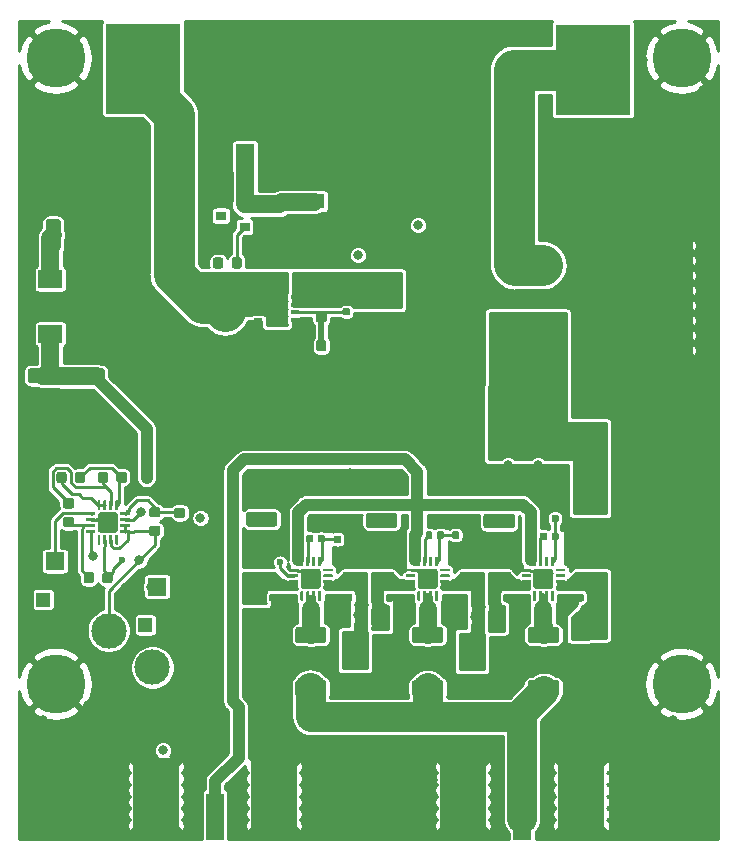
<source format=gtl>
G04 #@! TF.GenerationSoftware,KiCad,Pcbnew,(5.1.4)-1*
G04 #@! TF.CreationDate,2020-03-14T09:34:49+01:00*
G04 #@! TF.ProjectId,wave_gen_amp,77617665-5f67-4656-9e5f-616d702e6b69,rev?*
G04 #@! TF.SameCoordinates,Original*
G04 #@! TF.FileFunction,Copper,L1,Top*
G04 #@! TF.FilePolarity,Positive*
%FSLAX46Y46*%
G04 Gerber Fmt 4.6, Leading zero omitted, Abs format (unit mm)*
G04 Created by KiCad (PCBNEW (5.1.4)-1) date 2020-03-14 09:34:49*
%MOMM*%
%LPD*%
G04 APERTURE LIST*
%ADD10C,5.000000*%
%ADD11R,1.000000X4.000000*%
%ADD12R,4.000000X1.000000*%
%ADD13C,3.000000*%
%ADD14C,0.100000*%
%ADD15C,0.250000*%
%ADD16C,1.700000*%
%ADD17C,0.875000*%
%ADD18R,0.900000X0.800000*%
%ADD19R,1.630000X2.180400*%
%ADD20R,2.000000X1.500000*%
%ADD21R,2.000000X3.800000*%
%ADD22R,3.200000X1.270000*%
%ADD23C,1.250000*%
%ADD24R,1.200000X1.200000*%
%ADD25R,1.600000X1.500000*%
%ADD26C,1.350000*%
%ADD27R,6.350000X7.620000*%
%ADD28C,0.600000*%
%ADD29R,1.550000X2.400000*%
%ADD30R,0.650000X0.350000*%
%ADD31C,0.800000*%
%ADD32R,4.600000X1.350000*%
%ADD33R,9.500000X10.900000*%
%ADD34C,0.590000*%
%ADD35R,4.000000X7.000000*%
%ADD36R,1.500000X4.000000*%
%ADD37C,0.500000*%
%ADD38C,0.250000*%
%ADD39C,1.500000*%
%ADD40C,2.500000*%
%ADD41C,1.000000*%
%ADD42C,3.500000*%
%ADD43C,0.254000*%
G04 APERTURE END LIST*
D10*
X139500000Y-112500000D03*
X192500000Y-112500000D03*
X192500000Y-59500000D03*
X139500000Y-59500000D03*
D11*
X187100000Y-97400000D03*
D12*
X185600000Y-117400000D03*
X173200000Y-117400000D03*
X154600000Y-89400000D03*
D11*
X153100000Y-109400000D03*
D12*
X160600000Y-89400000D03*
X166900000Y-89400000D03*
X173200000Y-89400000D03*
X185600000Y-89400000D03*
D11*
X187100000Y-90900000D03*
X187100000Y-103400000D03*
X187100000Y-109400000D03*
X187100000Y-115400000D03*
D12*
X166900000Y-117400000D03*
X160600000Y-117400000D03*
D11*
X153100000Y-115400000D03*
X153100000Y-103400000D03*
X153100000Y-97400000D03*
X153100000Y-91400000D03*
D13*
X144000000Y-108000000D03*
X147700000Y-111100000D03*
D14*
G36*
X144743626Y-99875301D02*
G01*
X144749693Y-99876201D01*
X144755643Y-99877691D01*
X144761418Y-99879758D01*
X144766962Y-99882380D01*
X144772223Y-99885533D01*
X144777150Y-99889187D01*
X144781694Y-99893306D01*
X144785813Y-99897850D01*
X144789467Y-99902777D01*
X144792620Y-99908038D01*
X144795242Y-99913582D01*
X144797309Y-99919357D01*
X144798799Y-99925307D01*
X144799699Y-99931374D01*
X144800000Y-99937500D01*
X144800000Y-100637500D01*
X144799699Y-100643626D01*
X144798799Y-100649693D01*
X144797309Y-100655643D01*
X144795242Y-100661418D01*
X144792620Y-100666962D01*
X144789467Y-100672223D01*
X144785813Y-100677150D01*
X144781694Y-100681694D01*
X144777150Y-100685813D01*
X144772223Y-100689467D01*
X144766962Y-100692620D01*
X144761418Y-100695242D01*
X144755643Y-100697309D01*
X144749693Y-100698799D01*
X144743626Y-100699699D01*
X144737500Y-100700000D01*
X144612500Y-100700000D01*
X144606374Y-100699699D01*
X144600307Y-100698799D01*
X144594357Y-100697309D01*
X144588582Y-100695242D01*
X144583038Y-100692620D01*
X144577777Y-100689467D01*
X144572850Y-100685813D01*
X144568306Y-100681694D01*
X144564187Y-100677150D01*
X144560533Y-100672223D01*
X144557380Y-100666962D01*
X144554758Y-100661418D01*
X144552691Y-100655643D01*
X144551201Y-100649693D01*
X144550301Y-100643626D01*
X144550000Y-100637500D01*
X144550000Y-99937500D01*
X144550301Y-99931374D01*
X144551201Y-99925307D01*
X144552691Y-99919357D01*
X144554758Y-99913582D01*
X144557380Y-99908038D01*
X144560533Y-99902777D01*
X144564187Y-99897850D01*
X144568306Y-99893306D01*
X144572850Y-99889187D01*
X144577777Y-99885533D01*
X144583038Y-99882380D01*
X144588582Y-99879758D01*
X144594357Y-99877691D01*
X144600307Y-99876201D01*
X144606374Y-99875301D01*
X144612500Y-99875000D01*
X144737500Y-99875000D01*
X144743626Y-99875301D01*
X144743626Y-99875301D01*
G37*
D15*
X144675000Y-100287500D03*
D14*
G36*
X144243626Y-99875301D02*
G01*
X144249693Y-99876201D01*
X144255643Y-99877691D01*
X144261418Y-99879758D01*
X144266962Y-99882380D01*
X144272223Y-99885533D01*
X144277150Y-99889187D01*
X144281694Y-99893306D01*
X144285813Y-99897850D01*
X144289467Y-99902777D01*
X144292620Y-99908038D01*
X144295242Y-99913582D01*
X144297309Y-99919357D01*
X144298799Y-99925307D01*
X144299699Y-99931374D01*
X144300000Y-99937500D01*
X144300000Y-100637500D01*
X144299699Y-100643626D01*
X144298799Y-100649693D01*
X144297309Y-100655643D01*
X144295242Y-100661418D01*
X144292620Y-100666962D01*
X144289467Y-100672223D01*
X144285813Y-100677150D01*
X144281694Y-100681694D01*
X144277150Y-100685813D01*
X144272223Y-100689467D01*
X144266962Y-100692620D01*
X144261418Y-100695242D01*
X144255643Y-100697309D01*
X144249693Y-100698799D01*
X144243626Y-100699699D01*
X144237500Y-100700000D01*
X144112500Y-100700000D01*
X144106374Y-100699699D01*
X144100307Y-100698799D01*
X144094357Y-100697309D01*
X144088582Y-100695242D01*
X144083038Y-100692620D01*
X144077777Y-100689467D01*
X144072850Y-100685813D01*
X144068306Y-100681694D01*
X144064187Y-100677150D01*
X144060533Y-100672223D01*
X144057380Y-100666962D01*
X144054758Y-100661418D01*
X144052691Y-100655643D01*
X144051201Y-100649693D01*
X144050301Y-100643626D01*
X144050000Y-100637500D01*
X144050000Y-99937500D01*
X144050301Y-99931374D01*
X144051201Y-99925307D01*
X144052691Y-99919357D01*
X144054758Y-99913582D01*
X144057380Y-99908038D01*
X144060533Y-99902777D01*
X144064187Y-99897850D01*
X144068306Y-99893306D01*
X144072850Y-99889187D01*
X144077777Y-99885533D01*
X144083038Y-99882380D01*
X144088582Y-99879758D01*
X144094357Y-99877691D01*
X144100307Y-99876201D01*
X144106374Y-99875301D01*
X144112500Y-99875000D01*
X144237500Y-99875000D01*
X144243626Y-99875301D01*
X144243626Y-99875301D01*
G37*
D15*
X144175000Y-100287500D03*
D14*
G36*
X143743626Y-99875301D02*
G01*
X143749693Y-99876201D01*
X143755643Y-99877691D01*
X143761418Y-99879758D01*
X143766962Y-99882380D01*
X143772223Y-99885533D01*
X143777150Y-99889187D01*
X143781694Y-99893306D01*
X143785813Y-99897850D01*
X143789467Y-99902777D01*
X143792620Y-99908038D01*
X143795242Y-99913582D01*
X143797309Y-99919357D01*
X143798799Y-99925307D01*
X143799699Y-99931374D01*
X143800000Y-99937500D01*
X143800000Y-100637500D01*
X143799699Y-100643626D01*
X143798799Y-100649693D01*
X143797309Y-100655643D01*
X143795242Y-100661418D01*
X143792620Y-100666962D01*
X143789467Y-100672223D01*
X143785813Y-100677150D01*
X143781694Y-100681694D01*
X143777150Y-100685813D01*
X143772223Y-100689467D01*
X143766962Y-100692620D01*
X143761418Y-100695242D01*
X143755643Y-100697309D01*
X143749693Y-100698799D01*
X143743626Y-100699699D01*
X143737500Y-100700000D01*
X143612500Y-100700000D01*
X143606374Y-100699699D01*
X143600307Y-100698799D01*
X143594357Y-100697309D01*
X143588582Y-100695242D01*
X143583038Y-100692620D01*
X143577777Y-100689467D01*
X143572850Y-100685813D01*
X143568306Y-100681694D01*
X143564187Y-100677150D01*
X143560533Y-100672223D01*
X143557380Y-100666962D01*
X143554758Y-100661418D01*
X143552691Y-100655643D01*
X143551201Y-100649693D01*
X143550301Y-100643626D01*
X143550000Y-100637500D01*
X143550000Y-99937500D01*
X143550301Y-99931374D01*
X143551201Y-99925307D01*
X143552691Y-99919357D01*
X143554758Y-99913582D01*
X143557380Y-99908038D01*
X143560533Y-99902777D01*
X143564187Y-99897850D01*
X143568306Y-99893306D01*
X143572850Y-99889187D01*
X143577777Y-99885533D01*
X143583038Y-99882380D01*
X143588582Y-99879758D01*
X143594357Y-99877691D01*
X143600307Y-99876201D01*
X143606374Y-99875301D01*
X143612500Y-99875000D01*
X143737500Y-99875000D01*
X143743626Y-99875301D01*
X143743626Y-99875301D01*
G37*
D15*
X143675000Y-100287500D03*
D14*
G36*
X143243626Y-99875301D02*
G01*
X143249693Y-99876201D01*
X143255643Y-99877691D01*
X143261418Y-99879758D01*
X143266962Y-99882380D01*
X143272223Y-99885533D01*
X143277150Y-99889187D01*
X143281694Y-99893306D01*
X143285813Y-99897850D01*
X143289467Y-99902777D01*
X143292620Y-99908038D01*
X143295242Y-99913582D01*
X143297309Y-99919357D01*
X143298799Y-99925307D01*
X143299699Y-99931374D01*
X143300000Y-99937500D01*
X143300000Y-100637500D01*
X143299699Y-100643626D01*
X143298799Y-100649693D01*
X143297309Y-100655643D01*
X143295242Y-100661418D01*
X143292620Y-100666962D01*
X143289467Y-100672223D01*
X143285813Y-100677150D01*
X143281694Y-100681694D01*
X143277150Y-100685813D01*
X143272223Y-100689467D01*
X143266962Y-100692620D01*
X143261418Y-100695242D01*
X143255643Y-100697309D01*
X143249693Y-100698799D01*
X143243626Y-100699699D01*
X143237500Y-100700000D01*
X143112500Y-100700000D01*
X143106374Y-100699699D01*
X143100307Y-100698799D01*
X143094357Y-100697309D01*
X143088582Y-100695242D01*
X143083038Y-100692620D01*
X143077777Y-100689467D01*
X143072850Y-100685813D01*
X143068306Y-100681694D01*
X143064187Y-100677150D01*
X143060533Y-100672223D01*
X143057380Y-100666962D01*
X143054758Y-100661418D01*
X143052691Y-100655643D01*
X143051201Y-100649693D01*
X143050301Y-100643626D01*
X143050000Y-100637500D01*
X143050000Y-99937500D01*
X143050301Y-99931374D01*
X143051201Y-99925307D01*
X143052691Y-99919357D01*
X143054758Y-99913582D01*
X143057380Y-99908038D01*
X143060533Y-99902777D01*
X143064187Y-99897850D01*
X143068306Y-99893306D01*
X143072850Y-99889187D01*
X143077777Y-99885533D01*
X143083038Y-99882380D01*
X143088582Y-99879758D01*
X143094357Y-99877691D01*
X143100307Y-99876201D01*
X143106374Y-99875301D01*
X143112500Y-99875000D01*
X143237500Y-99875000D01*
X143243626Y-99875301D01*
X143243626Y-99875301D01*
G37*
D15*
X143175000Y-100287500D03*
D14*
G36*
X142818626Y-99450301D02*
G01*
X142824693Y-99451201D01*
X142830643Y-99452691D01*
X142836418Y-99454758D01*
X142841962Y-99457380D01*
X142847223Y-99460533D01*
X142852150Y-99464187D01*
X142856694Y-99468306D01*
X142860813Y-99472850D01*
X142864467Y-99477777D01*
X142867620Y-99483038D01*
X142870242Y-99488582D01*
X142872309Y-99494357D01*
X142873799Y-99500307D01*
X142874699Y-99506374D01*
X142875000Y-99512500D01*
X142875000Y-99637500D01*
X142874699Y-99643626D01*
X142873799Y-99649693D01*
X142872309Y-99655643D01*
X142870242Y-99661418D01*
X142867620Y-99666962D01*
X142864467Y-99672223D01*
X142860813Y-99677150D01*
X142856694Y-99681694D01*
X142852150Y-99685813D01*
X142847223Y-99689467D01*
X142841962Y-99692620D01*
X142836418Y-99695242D01*
X142830643Y-99697309D01*
X142824693Y-99698799D01*
X142818626Y-99699699D01*
X142812500Y-99700000D01*
X142112500Y-99700000D01*
X142106374Y-99699699D01*
X142100307Y-99698799D01*
X142094357Y-99697309D01*
X142088582Y-99695242D01*
X142083038Y-99692620D01*
X142077777Y-99689467D01*
X142072850Y-99685813D01*
X142068306Y-99681694D01*
X142064187Y-99677150D01*
X142060533Y-99672223D01*
X142057380Y-99666962D01*
X142054758Y-99661418D01*
X142052691Y-99655643D01*
X142051201Y-99649693D01*
X142050301Y-99643626D01*
X142050000Y-99637500D01*
X142050000Y-99512500D01*
X142050301Y-99506374D01*
X142051201Y-99500307D01*
X142052691Y-99494357D01*
X142054758Y-99488582D01*
X142057380Y-99483038D01*
X142060533Y-99477777D01*
X142064187Y-99472850D01*
X142068306Y-99468306D01*
X142072850Y-99464187D01*
X142077777Y-99460533D01*
X142083038Y-99457380D01*
X142088582Y-99454758D01*
X142094357Y-99452691D01*
X142100307Y-99451201D01*
X142106374Y-99450301D01*
X142112500Y-99450000D01*
X142812500Y-99450000D01*
X142818626Y-99450301D01*
X142818626Y-99450301D01*
G37*
D15*
X142462500Y-99575000D03*
D14*
G36*
X142818626Y-98950301D02*
G01*
X142824693Y-98951201D01*
X142830643Y-98952691D01*
X142836418Y-98954758D01*
X142841962Y-98957380D01*
X142847223Y-98960533D01*
X142852150Y-98964187D01*
X142856694Y-98968306D01*
X142860813Y-98972850D01*
X142864467Y-98977777D01*
X142867620Y-98983038D01*
X142870242Y-98988582D01*
X142872309Y-98994357D01*
X142873799Y-99000307D01*
X142874699Y-99006374D01*
X142875000Y-99012500D01*
X142875000Y-99137500D01*
X142874699Y-99143626D01*
X142873799Y-99149693D01*
X142872309Y-99155643D01*
X142870242Y-99161418D01*
X142867620Y-99166962D01*
X142864467Y-99172223D01*
X142860813Y-99177150D01*
X142856694Y-99181694D01*
X142852150Y-99185813D01*
X142847223Y-99189467D01*
X142841962Y-99192620D01*
X142836418Y-99195242D01*
X142830643Y-99197309D01*
X142824693Y-99198799D01*
X142818626Y-99199699D01*
X142812500Y-99200000D01*
X142112500Y-99200000D01*
X142106374Y-99199699D01*
X142100307Y-99198799D01*
X142094357Y-99197309D01*
X142088582Y-99195242D01*
X142083038Y-99192620D01*
X142077777Y-99189467D01*
X142072850Y-99185813D01*
X142068306Y-99181694D01*
X142064187Y-99177150D01*
X142060533Y-99172223D01*
X142057380Y-99166962D01*
X142054758Y-99161418D01*
X142052691Y-99155643D01*
X142051201Y-99149693D01*
X142050301Y-99143626D01*
X142050000Y-99137500D01*
X142050000Y-99012500D01*
X142050301Y-99006374D01*
X142051201Y-99000307D01*
X142052691Y-98994357D01*
X142054758Y-98988582D01*
X142057380Y-98983038D01*
X142060533Y-98977777D01*
X142064187Y-98972850D01*
X142068306Y-98968306D01*
X142072850Y-98964187D01*
X142077777Y-98960533D01*
X142083038Y-98957380D01*
X142088582Y-98954758D01*
X142094357Y-98952691D01*
X142100307Y-98951201D01*
X142106374Y-98950301D01*
X142112500Y-98950000D01*
X142812500Y-98950000D01*
X142818626Y-98950301D01*
X142818626Y-98950301D01*
G37*
D15*
X142462500Y-99075000D03*
D14*
G36*
X142818626Y-98450301D02*
G01*
X142824693Y-98451201D01*
X142830643Y-98452691D01*
X142836418Y-98454758D01*
X142841962Y-98457380D01*
X142847223Y-98460533D01*
X142852150Y-98464187D01*
X142856694Y-98468306D01*
X142860813Y-98472850D01*
X142864467Y-98477777D01*
X142867620Y-98483038D01*
X142870242Y-98488582D01*
X142872309Y-98494357D01*
X142873799Y-98500307D01*
X142874699Y-98506374D01*
X142875000Y-98512500D01*
X142875000Y-98637500D01*
X142874699Y-98643626D01*
X142873799Y-98649693D01*
X142872309Y-98655643D01*
X142870242Y-98661418D01*
X142867620Y-98666962D01*
X142864467Y-98672223D01*
X142860813Y-98677150D01*
X142856694Y-98681694D01*
X142852150Y-98685813D01*
X142847223Y-98689467D01*
X142841962Y-98692620D01*
X142836418Y-98695242D01*
X142830643Y-98697309D01*
X142824693Y-98698799D01*
X142818626Y-98699699D01*
X142812500Y-98700000D01*
X142112500Y-98700000D01*
X142106374Y-98699699D01*
X142100307Y-98698799D01*
X142094357Y-98697309D01*
X142088582Y-98695242D01*
X142083038Y-98692620D01*
X142077777Y-98689467D01*
X142072850Y-98685813D01*
X142068306Y-98681694D01*
X142064187Y-98677150D01*
X142060533Y-98672223D01*
X142057380Y-98666962D01*
X142054758Y-98661418D01*
X142052691Y-98655643D01*
X142051201Y-98649693D01*
X142050301Y-98643626D01*
X142050000Y-98637500D01*
X142050000Y-98512500D01*
X142050301Y-98506374D01*
X142051201Y-98500307D01*
X142052691Y-98494357D01*
X142054758Y-98488582D01*
X142057380Y-98483038D01*
X142060533Y-98477777D01*
X142064187Y-98472850D01*
X142068306Y-98468306D01*
X142072850Y-98464187D01*
X142077777Y-98460533D01*
X142083038Y-98457380D01*
X142088582Y-98454758D01*
X142094357Y-98452691D01*
X142100307Y-98451201D01*
X142106374Y-98450301D01*
X142112500Y-98450000D01*
X142812500Y-98450000D01*
X142818626Y-98450301D01*
X142818626Y-98450301D01*
G37*
D15*
X142462500Y-98575000D03*
D14*
G36*
X142818626Y-97950301D02*
G01*
X142824693Y-97951201D01*
X142830643Y-97952691D01*
X142836418Y-97954758D01*
X142841962Y-97957380D01*
X142847223Y-97960533D01*
X142852150Y-97964187D01*
X142856694Y-97968306D01*
X142860813Y-97972850D01*
X142864467Y-97977777D01*
X142867620Y-97983038D01*
X142870242Y-97988582D01*
X142872309Y-97994357D01*
X142873799Y-98000307D01*
X142874699Y-98006374D01*
X142875000Y-98012500D01*
X142875000Y-98137500D01*
X142874699Y-98143626D01*
X142873799Y-98149693D01*
X142872309Y-98155643D01*
X142870242Y-98161418D01*
X142867620Y-98166962D01*
X142864467Y-98172223D01*
X142860813Y-98177150D01*
X142856694Y-98181694D01*
X142852150Y-98185813D01*
X142847223Y-98189467D01*
X142841962Y-98192620D01*
X142836418Y-98195242D01*
X142830643Y-98197309D01*
X142824693Y-98198799D01*
X142818626Y-98199699D01*
X142812500Y-98200000D01*
X142112500Y-98200000D01*
X142106374Y-98199699D01*
X142100307Y-98198799D01*
X142094357Y-98197309D01*
X142088582Y-98195242D01*
X142083038Y-98192620D01*
X142077777Y-98189467D01*
X142072850Y-98185813D01*
X142068306Y-98181694D01*
X142064187Y-98177150D01*
X142060533Y-98172223D01*
X142057380Y-98166962D01*
X142054758Y-98161418D01*
X142052691Y-98155643D01*
X142051201Y-98149693D01*
X142050301Y-98143626D01*
X142050000Y-98137500D01*
X142050000Y-98012500D01*
X142050301Y-98006374D01*
X142051201Y-98000307D01*
X142052691Y-97994357D01*
X142054758Y-97988582D01*
X142057380Y-97983038D01*
X142060533Y-97977777D01*
X142064187Y-97972850D01*
X142068306Y-97968306D01*
X142072850Y-97964187D01*
X142077777Y-97960533D01*
X142083038Y-97957380D01*
X142088582Y-97954758D01*
X142094357Y-97952691D01*
X142100307Y-97951201D01*
X142106374Y-97950301D01*
X142112500Y-97950000D01*
X142812500Y-97950000D01*
X142818626Y-97950301D01*
X142818626Y-97950301D01*
G37*
D15*
X142462500Y-98075000D03*
D14*
G36*
X143243626Y-96950301D02*
G01*
X143249693Y-96951201D01*
X143255643Y-96952691D01*
X143261418Y-96954758D01*
X143266962Y-96957380D01*
X143272223Y-96960533D01*
X143277150Y-96964187D01*
X143281694Y-96968306D01*
X143285813Y-96972850D01*
X143289467Y-96977777D01*
X143292620Y-96983038D01*
X143295242Y-96988582D01*
X143297309Y-96994357D01*
X143298799Y-97000307D01*
X143299699Y-97006374D01*
X143300000Y-97012500D01*
X143300000Y-97712500D01*
X143299699Y-97718626D01*
X143298799Y-97724693D01*
X143297309Y-97730643D01*
X143295242Y-97736418D01*
X143292620Y-97741962D01*
X143289467Y-97747223D01*
X143285813Y-97752150D01*
X143281694Y-97756694D01*
X143277150Y-97760813D01*
X143272223Y-97764467D01*
X143266962Y-97767620D01*
X143261418Y-97770242D01*
X143255643Y-97772309D01*
X143249693Y-97773799D01*
X143243626Y-97774699D01*
X143237500Y-97775000D01*
X143112500Y-97775000D01*
X143106374Y-97774699D01*
X143100307Y-97773799D01*
X143094357Y-97772309D01*
X143088582Y-97770242D01*
X143083038Y-97767620D01*
X143077777Y-97764467D01*
X143072850Y-97760813D01*
X143068306Y-97756694D01*
X143064187Y-97752150D01*
X143060533Y-97747223D01*
X143057380Y-97741962D01*
X143054758Y-97736418D01*
X143052691Y-97730643D01*
X143051201Y-97724693D01*
X143050301Y-97718626D01*
X143050000Y-97712500D01*
X143050000Y-97012500D01*
X143050301Y-97006374D01*
X143051201Y-97000307D01*
X143052691Y-96994357D01*
X143054758Y-96988582D01*
X143057380Y-96983038D01*
X143060533Y-96977777D01*
X143064187Y-96972850D01*
X143068306Y-96968306D01*
X143072850Y-96964187D01*
X143077777Y-96960533D01*
X143083038Y-96957380D01*
X143088582Y-96954758D01*
X143094357Y-96952691D01*
X143100307Y-96951201D01*
X143106374Y-96950301D01*
X143112500Y-96950000D01*
X143237500Y-96950000D01*
X143243626Y-96950301D01*
X143243626Y-96950301D01*
G37*
D15*
X143175000Y-97362500D03*
D14*
G36*
X143743626Y-96950301D02*
G01*
X143749693Y-96951201D01*
X143755643Y-96952691D01*
X143761418Y-96954758D01*
X143766962Y-96957380D01*
X143772223Y-96960533D01*
X143777150Y-96964187D01*
X143781694Y-96968306D01*
X143785813Y-96972850D01*
X143789467Y-96977777D01*
X143792620Y-96983038D01*
X143795242Y-96988582D01*
X143797309Y-96994357D01*
X143798799Y-97000307D01*
X143799699Y-97006374D01*
X143800000Y-97012500D01*
X143800000Y-97712500D01*
X143799699Y-97718626D01*
X143798799Y-97724693D01*
X143797309Y-97730643D01*
X143795242Y-97736418D01*
X143792620Y-97741962D01*
X143789467Y-97747223D01*
X143785813Y-97752150D01*
X143781694Y-97756694D01*
X143777150Y-97760813D01*
X143772223Y-97764467D01*
X143766962Y-97767620D01*
X143761418Y-97770242D01*
X143755643Y-97772309D01*
X143749693Y-97773799D01*
X143743626Y-97774699D01*
X143737500Y-97775000D01*
X143612500Y-97775000D01*
X143606374Y-97774699D01*
X143600307Y-97773799D01*
X143594357Y-97772309D01*
X143588582Y-97770242D01*
X143583038Y-97767620D01*
X143577777Y-97764467D01*
X143572850Y-97760813D01*
X143568306Y-97756694D01*
X143564187Y-97752150D01*
X143560533Y-97747223D01*
X143557380Y-97741962D01*
X143554758Y-97736418D01*
X143552691Y-97730643D01*
X143551201Y-97724693D01*
X143550301Y-97718626D01*
X143550000Y-97712500D01*
X143550000Y-97012500D01*
X143550301Y-97006374D01*
X143551201Y-97000307D01*
X143552691Y-96994357D01*
X143554758Y-96988582D01*
X143557380Y-96983038D01*
X143560533Y-96977777D01*
X143564187Y-96972850D01*
X143568306Y-96968306D01*
X143572850Y-96964187D01*
X143577777Y-96960533D01*
X143583038Y-96957380D01*
X143588582Y-96954758D01*
X143594357Y-96952691D01*
X143600307Y-96951201D01*
X143606374Y-96950301D01*
X143612500Y-96950000D01*
X143737500Y-96950000D01*
X143743626Y-96950301D01*
X143743626Y-96950301D01*
G37*
D15*
X143675000Y-97362500D03*
D14*
G36*
X144243626Y-96950301D02*
G01*
X144249693Y-96951201D01*
X144255643Y-96952691D01*
X144261418Y-96954758D01*
X144266962Y-96957380D01*
X144272223Y-96960533D01*
X144277150Y-96964187D01*
X144281694Y-96968306D01*
X144285813Y-96972850D01*
X144289467Y-96977777D01*
X144292620Y-96983038D01*
X144295242Y-96988582D01*
X144297309Y-96994357D01*
X144298799Y-97000307D01*
X144299699Y-97006374D01*
X144300000Y-97012500D01*
X144300000Y-97712500D01*
X144299699Y-97718626D01*
X144298799Y-97724693D01*
X144297309Y-97730643D01*
X144295242Y-97736418D01*
X144292620Y-97741962D01*
X144289467Y-97747223D01*
X144285813Y-97752150D01*
X144281694Y-97756694D01*
X144277150Y-97760813D01*
X144272223Y-97764467D01*
X144266962Y-97767620D01*
X144261418Y-97770242D01*
X144255643Y-97772309D01*
X144249693Y-97773799D01*
X144243626Y-97774699D01*
X144237500Y-97775000D01*
X144112500Y-97775000D01*
X144106374Y-97774699D01*
X144100307Y-97773799D01*
X144094357Y-97772309D01*
X144088582Y-97770242D01*
X144083038Y-97767620D01*
X144077777Y-97764467D01*
X144072850Y-97760813D01*
X144068306Y-97756694D01*
X144064187Y-97752150D01*
X144060533Y-97747223D01*
X144057380Y-97741962D01*
X144054758Y-97736418D01*
X144052691Y-97730643D01*
X144051201Y-97724693D01*
X144050301Y-97718626D01*
X144050000Y-97712500D01*
X144050000Y-97012500D01*
X144050301Y-97006374D01*
X144051201Y-97000307D01*
X144052691Y-96994357D01*
X144054758Y-96988582D01*
X144057380Y-96983038D01*
X144060533Y-96977777D01*
X144064187Y-96972850D01*
X144068306Y-96968306D01*
X144072850Y-96964187D01*
X144077777Y-96960533D01*
X144083038Y-96957380D01*
X144088582Y-96954758D01*
X144094357Y-96952691D01*
X144100307Y-96951201D01*
X144106374Y-96950301D01*
X144112500Y-96950000D01*
X144237500Y-96950000D01*
X144243626Y-96950301D01*
X144243626Y-96950301D01*
G37*
D15*
X144175000Y-97362500D03*
D14*
G36*
X144743626Y-96950301D02*
G01*
X144749693Y-96951201D01*
X144755643Y-96952691D01*
X144761418Y-96954758D01*
X144766962Y-96957380D01*
X144772223Y-96960533D01*
X144777150Y-96964187D01*
X144781694Y-96968306D01*
X144785813Y-96972850D01*
X144789467Y-96977777D01*
X144792620Y-96983038D01*
X144795242Y-96988582D01*
X144797309Y-96994357D01*
X144798799Y-97000307D01*
X144799699Y-97006374D01*
X144800000Y-97012500D01*
X144800000Y-97712500D01*
X144799699Y-97718626D01*
X144798799Y-97724693D01*
X144797309Y-97730643D01*
X144795242Y-97736418D01*
X144792620Y-97741962D01*
X144789467Y-97747223D01*
X144785813Y-97752150D01*
X144781694Y-97756694D01*
X144777150Y-97760813D01*
X144772223Y-97764467D01*
X144766962Y-97767620D01*
X144761418Y-97770242D01*
X144755643Y-97772309D01*
X144749693Y-97773799D01*
X144743626Y-97774699D01*
X144737500Y-97775000D01*
X144612500Y-97775000D01*
X144606374Y-97774699D01*
X144600307Y-97773799D01*
X144594357Y-97772309D01*
X144588582Y-97770242D01*
X144583038Y-97767620D01*
X144577777Y-97764467D01*
X144572850Y-97760813D01*
X144568306Y-97756694D01*
X144564187Y-97752150D01*
X144560533Y-97747223D01*
X144557380Y-97741962D01*
X144554758Y-97736418D01*
X144552691Y-97730643D01*
X144551201Y-97724693D01*
X144550301Y-97718626D01*
X144550000Y-97712500D01*
X144550000Y-97012500D01*
X144550301Y-97006374D01*
X144551201Y-97000307D01*
X144552691Y-96994357D01*
X144554758Y-96988582D01*
X144557380Y-96983038D01*
X144560533Y-96977777D01*
X144564187Y-96972850D01*
X144568306Y-96968306D01*
X144572850Y-96964187D01*
X144577777Y-96960533D01*
X144583038Y-96957380D01*
X144588582Y-96954758D01*
X144594357Y-96952691D01*
X144600307Y-96951201D01*
X144606374Y-96950301D01*
X144612500Y-96950000D01*
X144737500Y-96950000D01*
X144743626Y-96950301D01*
X144743626Y-96950301D01*
G37*
D15*
X144675000Y-97362500D03*
D14*
G36*
X145743626Y-97950301D02*
G01*
X145749693Y-97951201D01*
X145755643Y-97952691D01*
X145761418Y-97954758D01*
X145766962Y-97957380D01*
X145772223Y-97960533D01*
X145777150Y-97964187D01*
X145781694Y-97968306D01*
X145785813Y-97972850D01*
X145789467Y-97977777D01*
X145792620Y-97983038D01*
X145795242Y-97988582D01*
X145797309Y-97994357D01*
X145798799Y-98000307D01*
X145799699Y-98006374D01*
X145800000Y-98012500D01*
X145800000Y-98137500D01*
X145799699Y-98143626D01*
X145798799Y-98149693D01*
X145797309Y-98155643D01*
X145795242Y-98161418D01*
X145792620Y-98166962D01*
X145789467Y-98172223D01*
X145785813Y-98177150D01*
X145781694Y-98181694D01*
X145777150Y-98185813D01*
X145772223Y-98189467D01*
X145766962Y-98192620D01*
X145761418Y-98195242D01*
X145755643Y-98197309D01*
X145749693Y-98198799D01*
X145743626Y-98199699D01*
X145737500Y-98200000D01*
X145037500Y-98200000D01*
X145031374Y-98199699D01*
X145025307Y-98198799D01*
X145019357Y-98197309D01*
X145013582Y-98195242D01*
X145008038Y-98192620D01*
X145002777Y-98189467D01*
X144997850Y-98185813D01*
X144993306Y-98181694D01*
X144989187Y-98177150D01*
X144985533Y-98172223D01*
X144982380Y-98166962D01*
X144979758Y-98161418D01*
X144977691Y-98155643D01*
X144976201Y-98149693D01*
X144975301Y-98143626D01*
X144975000Y-98137500D01*
X144975000Y-98012500D01*
X144975301Y-98006374D01*
X144976201Y-98000307D01*
X144977691Y-97994357D01*
X144979758Y-97988582D01*
X144982380Y-97983038D01*
X144985533Y-97977777D01*
X144989187Y-97972850D01*
X144993306Y-97968306D01*
X144997850Y-97964187D01*
X145002777Y-97960533D01*
X145008038Y-97957380D01*
X145013582Y-97954758D01*
X145019357Y-97952691D01*
X145025307Y-97951201D01*
X145031374Y-97950301D01*
X145037500Y-97950000D01*
X145737500Y-97950000D01*
X145743626Y-97950301D01*
X145743626Y-97950301D01*
G37*
D15*
X145387500Y-98075000D03*
D14*
G36*
X145743626Y-98450301D02*
G01*
X145749693Y-98451201D01*
X145755643Y-98452691D01*
X145761418Y-98454758D01*
X145766962Y-98457380D01*
X145772223Y-98460533D01*
X145777150Y-98464187D01*
X145781694Y-98468306D01*
X145785813Y-98472850D01*
X145789467Y-98477777D01*
X145792620Y-98483038D01*
X145795242Y-98488582D01*
X145797309Y-98494357D01*
X145798799Y-98500307D01*
X145799699Y-98506374D01*
X145800000Y-98512500D01*
X145800000Y-98637500D01*
X145799699Y-98643626D01*
X145798799Y-98649693D01*
X145797309Y-98655643D01*
X145795242Y-98661418D01*
X145792620Y-98666962D01*
X145789467Y-98672223D01*
X145785813Y-98677150D01*
X145781694Y-98681694D01*
X145777150Y-98685813D01*
X145772223Y-98689467D01*
X145766962Y-98692620D01*
X145761418Y-98695242D01*
X145755643Y-98697309D01*
X145749693Y-98698799D01*
X145743626Y-98699699D01*
X145737500Y-98700000D01*
X145037500Y-98700000D01*
X145031374Y-98699699D01*
X145025307Y-98698799D01*
X145019357Y-98697309D01*
X145013582Y-98695242D01*
X145008038Y-98692620D01*
X145002777Y-98689467D01*
X144997850Y-98685813D01*
X144993306Y-98681694D01*
X144989187Y-98677150D01*
X144985533Y-98672223D01*
X144982380Y-98666962D01*
X144979758Y-98661418D01*
X144977691Y-98655643D01*
X144976201Y-98649693D01*
X144975301Y-98643626D01*
X144975000Y-98637500D01*
X144975000Y-98512500D01*
X144975301Y-98506374D01*
X144976201Y-98500307D01*
X144977691Y-98494357D01*
X144979758Y-98488582D01*
X144982380Y-98483038D01*
X144985533Y-98477777D01*
X144989187Y-98472850D01*
X144993306Y-98468306D01*
X144997850Y-98464187D01*
X145002777Y-98460533D01*
X145008038Y-98457380D01*
X145013582Y-98454758D01*
X145019357Y-98452691D01*
X145025307Y-98451201D01*
X145031374Y-98450301D01*
X145037500Y-98450000D01*
X145737500Y-98450000D01*
X145743626Y-98450301D01*
X145743626Y-98450301D01*
G37*
D15*
X145387500Y-98575000D03*
D14*
G36*
X145743626Y-98950301D02*
G01*
X145749693Y-98951201D01*
X145755643Y-98952691D01*
X145761418Y-98954758D01*
X145766962Y-98957380D01*
X145772223Y-98960533D01*
X145777150Y-98964187D01*
X145781694Y-98968306D01*
X145785813Y-98972850D01*
X145789467Y-98977777D01*
X145792620Y-98983038D01*
X145795242Y-98988582D01*
X145797309Y-98994357D01*
X145798799Y-99000307D01*
X145799699Y-99006374D01*
X145800000Y-99012500D01*
X145800000Y-99137500D01*
X145799699Y-99143626D01*
X145798799Y-99149693D01*
X145797309Y-99155643D01*
X145795242Y-99161418D01*
X145792620Y-99166962D01*
X145789467Y-99172223D01*
X145785813Y-99177150D01*
X145781694Y-99181694D01*
X145777150Y-99185813D01*
X145772223Y-99189467D01*
X145766962Y-99192620D01*
X145761418Y-99195242D01*
X145755643Y-99197309D01*
X145749693Y-99198799D01*
X145743626Y-99199699D01*
X145737500Y-99200000D01*
X145037500Y-99200000D01*
X145031374Y-99199699D01*
X145025307Y-99198799D01*
X145019357Y-99197309D01*
X145013582Y-99195242D01*
X145008038Y-99192620D01*
X145002777Y-99189467D01*
X144997850Y-99185813D01*
X144993306Y-99181694D01*
X144989187Y-99177150D01*
X144985533Y-99172223D01*
X144982380Y-99166962D01*
X144979758Y-99161418D01*
X144977691Y-99155643D01*
X144976201Y-99149693D01*
X144975301Y-99143626D01*
X144975000Y-99137500D01*
X144975000Y-99012500D01*
X144975301Y-99006374D01*
X144976201Y-99000307D01*
X144977691Y-98994357D01*
X144979758Y-98988582D01*
X144982380Y-98983038D01*
X144985533Y-98977777D01*
X144989187Y-98972850D01*
X144993306Y-98968306D01*
X144997850Y-98964187D01*
X145002777Y-98960533D01*
X145008038Y-98957380D01*
X145013582Y-98954758D01*
X145019357Y-98952691D01*
X145025307Y-98951201D01*
X145031374Y-98950301D01*
X145037500Y-98950000D01*
X145737500Y-98950000D01*
X145743626Y-98950301D01*
X145743626Y-98950301D01*
G37*
D15*
X145387500Y-99075000D03*
D14*
G36*
X145743626Y-99450301D02*
G01*
X145749693Y-99451201D01*
X145755643Y-99452691D01*
X145761418Y-99454758D01*
X145766962Y-99457380D01*
X145772223Y-99460533D01*
X145777150Y-99464187D01*
X145781694Y-99468306D01*
X145785813Y-99472850D01*
X145789467Y-99477777D01*
X145792620Y-99483038D01*
X145795242Y-99488582D01*
X145797309Y-99494357D01*
X145798799Y-99500307D01*
X145799699Y-99506374D01*
X145800000Y-99512500D01*
X145800000Y-99637500D01*
X145799699Y-99643626D01*
X145798799Y-99649693D01*
X145797309Y-99655643D01*
X145795242Y-99661418D01*
X145792620Y-99666962D01*
X145789467Y-99672223D01*
X145785813Y-99677150D01*
X145781694Y-99681694D01*
X145777150Y-99685813D01*
X145772223Y-99689467D01*
X145766962Y-99692620D01*
X145761418Y-99695242D01*
X145755643Y-99697309D01*
X145749693Y-99698799D01*
X145743626Y-99699699D01*
X145737500Y-99700000D01*
X145037500Y-99700000D01*
X145031374Y-99699699D01*
X145025307Y-99698799D01*
X145019357Y-99697309D01*
X145013582Y-99695242D01*
X145008038Y-99692620D01*
X145002777Y-99689467D01*
X144997850Y-99685813D01*
X144993306Y-99681694D01*
X144989187Y-99677150D01*
X144985533Y-99672223D01*
X144982380Y-99666962D01*
X144979758Y-99661418D01*
X144977691Y-99655643D01*
X144976201Y-99649693D01*
X144975301Y-99643626D01*
X144975000Y-99637500D01*
X144975000Y-99512500D01*
X144975301Y-99506374D01*
X144976201Y-99500307D01*
X144977691Y-99494357D01*
X144979758Y-99488582D01*
X144982380Y-99483038D01*
X144985533Y-99477777D01*
X144989187Y-99472850D01*
X144993306Y-99468306D01*
X144997850Y-99464187D01*
X145002777Y-99460533D01*
X145008038Y-99457380D01*
X145013582Y-99454758D01*
X145019357Y-99452691D01*
X145025307Y-99451201D01*
X145031374Y-99450301D01*
X145037500Y-99450000D01*
X145737500Y-99450000D01*
X145743626Y-99450301D01*
X145743626Y-99450301D01*
G37*
D15*
X145387500Y-99575000D03*
D14*
G36*
X144549594Y-97976203D02*
G01*
X144573853Y-97979802D01*
X144597642Y-97985761D01*
X144620733Y-97994023D01*
X144642902Y-98004508D01*
X144663937Y-98017116D01*
X144683635Y-98031725D01*
X144701806Y-98048194D01*
X144718275Y-98066365D01*
X144732884Y-98086063D01*
X144745492Y-98107098D01*
X144755977Y-98129267D01*
X144764239Y-98152358D01*
X144770198Y-98176147D01*
X144773797Y-98200406D01*
X144775000Y-98224900D01*
X144775000Y-99425100D01*
X144773797Y-99449594D01*
X144770198Y-99473853D01*
X144764239Y-99497642D01*
X144755977Y-99520733D01*
X144745492Y-99542902D01*
X144732884Y-99563937D01*
X144718275Y-99583635D01*
X144701806Y-99601806D01*
X144683635Y-99618275D01*
X144663937Y-99632884D01*
X144642902Y-99645492D01*
X144620733Y-99655977D01*
X144597642Y-99664239D01*
X144573853Y-99670198D01*
X144549594Y-99673797D01*
X144525100Y-99675000D01*
X143324900Y-99675000D01*
X143300406Y-99673797D01*
X143276147Y-99670198D01*
X143252358Y-99664239D01*
X143229267Y-99655977D01*
X143207098Y-99645492D01*
X143186063Y-99632884D01*
X143166365Y-99618275D01*
X143148194Y-99601806D01*
X143131725Y-99583635D01*
X143117116Y-99563937D01*
X143104508Y-99542902D01*
X143094023Y-99520733D01*
X143085761Y-99497642D01*
X143079802Y-99473853D01*
X143076203Y-99449594D01*
X143075000Y-99425100D01*
X143075000Y-98224900D01*
X143076203Y-98200406D01*
X143079802Y-98176147D01*
X143085761Y-98152358D01*
X143094023Y-98129267D01*
X143104508Y-98107098D01*
X143117116Y-98086063D01*
X143131725Y-98066365D01*
X143148194Y-98048194D01*
X143166365Y-98031725D01*
X143186063Y-98017116D01*
X143207098Y-98004508D01*
X143229267Y-97994023D01*
X143252358Y-97985761D01*
X143276147Y-97979802D01*
X143300406Y-97976203D01*
X143324900Y-97975000D01*
X144525100Y-97975000D01*
X144549594Y-97976203D01*
X144549594Y-97976203D01*
G37*
D16*
X143925000Y-98825000D03*
D14*
G36*
X149027691Y-94526053D02*
G01*
X149048926Y-94529203D01*
X149069750Y-94534419D01*
X149089962Y-94541651D01*
X149109368Y-94550830D01*
X149127781Y-94561866D01*
X149145024Y-94574654D01*
X149160930Y-94589070D01*
X149175346Y-94604976D01*
X149188134Y-94622219D01*
X149199170Y-94640632D01*
X149208349Y-94660038D01*
X149215581Y-94680250D01*
X149220797Y-94701074D01*
X149223947Y-94722309D01*
X149225000Y-94743750D01*
X149225000Y-95256250D01*
X149223947Y-95277691D01*
X149220797Y-95298926D01*
X149215581Y-95319750D01*
X149208349Y-95339962D01*
X149199170Y-95359368D01*
X149188134Y-95377781D01*
X149175346Y-95395024D01*
X149160930Y-95410930D01*
X149145024Y-95425346D01*
X149127781Y-95438134D01*
X149109368Y-95449170D01*
X149089962Y-95458349D01*
X149069750Y-95465581D01*
X149048926Y-95470797D01*
X149027691Y-95473947D01*
X149006250Y-95475000D01*
X148568750Y-95475000D01*
X148547309Y-95473947D01*
X148526074Y-95470797D01*
X148505250Y-95465581D01*
X148485038Y-95458349D01*
X148465632Y-95449170D01*
X148447219Y-95438134D01*
X148429976Y-95425346D01*
X148414070Y-95410930D01*
X148399654Y-95395024D01*
X148386866Y-95377781D01*
X148375830Y-95359368D01*
X148366651Y-95339962D01*
X148359419Y-95319750D01*
X148354203Y-95298926D01*
X148351053Y-95277691D01*
X148350000Y-95256250D01*
X148350000Y-94743750D01*
X148351053Y-94722309D01*
X148354203Y-94701074D01*
X148359419Y-94680250D01*
X148366651Y-94660038D01*
X148375830Y-94640632D01*
X148386866Y-94622219D01*
X148399654Y-94604976D01*
X148414070Y-94589070D01*
X148429976Y-94574654D01*
X148447219Y-94561866D01*
X148465632Y-94550830D01*
X148485038Y-94541651D01*
X148505250Y-94534419D01*
X148526074Y-94529203D01*
X148547309Y-94526053D01*
X148568750Y-94525000D01*
X149006250Y-94525000D01*
X149027691Y-94526053D01*
X149027691Y-94526053D01*
G37*
D17*
X148787500Y-95000000D03*
D14*
G36*
X147452691Y-94526053D02*
G01*
X147473926Y-94529203D01*
X147494750Y-94534419D01*
X147514962Y-94541651D01*
X147534368Y-94550830D01*
X147552781Y-94561866D01*
X147570024Y-94574654D01*
X147585930Y-94589070D01*
X147600346Y-94604976D01*
X147613134Y-94622219D01*
X147624170Y-94640632D01*
X147633349Y-94660038D01*
X147640581Y-94680250D01*
X147645797Y-94701074D01*
X147648947Y-94722309D01*
X147650000Y-94743750D01*
X147650000Y-95256250D01*
X147648947Y-95277691D01*
X147645797Y-95298926D01*
X147640581Y-95319750D01*
X147633349Y-95339962D01*
X147624170Y-95359368D01*
X147613134Y-95377781D01*
X147600346Y-95395024D01*
X147585930Y-95410930D01*
X147570024Y-95425346D01*
X147552781Y-95438134D01*
X147534368Y-95449170D01*
X147514962Y-95458349D01*
X147494750Y-95465581D01*
X147473926Y-95470797D01*
X147452691Y-95473947D01*
X147431250Y-95475000D01*
X146993750Y-95475000D01*
X146972309Y-95473947D01*
X146951074Y-95470797D01*
X146930250Y-95465581D01*
X146910038Y-95458349D01*
X146890632Y-95449170D01*
X146872219Y-95438134D01*
X146854976Y-95425346D01*
X146839070Y-95410930D01*
X146824654Y-95395024D01*
X146811866Y-95377781D01*
X146800830Y-95359368D01*
X146791651Y-95339962D01*
X146784419Y-95319750D01*
X146779203Y-95298926D01*
X146776053Y-95277691D01*
X146775000Y-95256250D01*
X146775000Y-94743750D01*
X146776053Y-94722309D01*
X146779203Y-94701074D01*
X146784419Y-94680250D01*
X146791651Y-94660038D01*
X146800830Y-94640632D01*
X146811866Y-94622219D01*
X146824654Y-94604976D01*
X146839070Y-94589070D01*
X146854976Y-94574654D01*
X146872219Y-94561866D01*
X146890632Y-94550830D01*
X146910038Y-94541651D01*
X146930250Y-94534419D01*
X146951074Y-94529203D01*
X146972309Y-94526053D01*
X146993750Y-94525000D01*
X147431250Y-94525000D01*
X147452691Y-94526053D01*
X147452691Y-94526053D01*
G37*
D17*
X147212500Y-95000000D03*
D14*
G36*
X153502691Y-76376053D02*
G01*
X153523926Y-76379203D01*
X153544750Y-76384419D01*
X153564962Y-76391651D01*
X153584368Y-76400830D01*
X153602781Y-76411866D01*
X153620024Y-76424654D01*
X153635930Y-76439070D01*
X153650346Y-76454976D01*
X153663134Y-76472219D01*
X153674170Y-76490632D01*
X153683349Y-76510038D01*
X153690581Y-76530250D01*
X153695797Y-76551074D01*
X153698947Y-76572309D01*
X153700000Y-76593750D01*
X153700000Y-77106250D01*
X153698947Y-77127691D01*
X153695797Y-77148926D01*
X153690581Y-77169750D01*
X153683349Y-77189962D01*
X153674170Y-77209368D01*
X153663134Y-77227781D01*
X153650346Y-77245024D01*
X153635930Y-77260930D01*
X153620024Y-77275346D01*
X153602781Y-77288134D01*
X153584368Y-77299170D01*
X153564962Y-77308349D01*
X153544750Y-77315581D01*
X153523926Y-77320797D01*
X153502691Y-77323947D01*
X153481250Y-77325000D01*
X153043750Y-77325000D01*
X153022309Y-77323947D01*
X153001074Y-77320797D01*
X152980250Y-77315581D01*
X152960038Y-77308349D01*
X152940632Y-77299170D01*
X152922219Y-77288134D01*
X152904976Y-77275346D01*
X152889070Y-77260930D01*
X152874654Y-77245024D01*
X152861866Y-77227781D01*
X152850830Y-77209368D01*
X152841651Y-77189962D01*
X152834419Y-77169750D01*
X152829203Y-77148926D01*
X152826053Y-77127691D01*
X152825000Y-77106250D01*
X152825000Y-76593750D01*
X152826053Y-76572309D01*
X152829203Y-76551074D01*
X152834419Y-76530250D01*
X152841651Y-76510038D01*
X152850830Y-76490632D01*
X152861866Y-76472219D01*
X152874654Y-76454976D01*
X152889070Y-76439070D01*
X152904976Y-76424654D01*
X152922219Y-76411866D01*
X152940632Y-76400830D01*
X152960038Y-76391651D01*
X152980250Y-76384419D01*
X153001074Y-76379203D01*
X153022309Y-76376053D01*
X153043750Y-76375000D01*
X153481250Y-76375000D01*
X153502691Y-76376053D01*
X153502691Y-76376053D01*
G37*
D17*
X153262500Y-76850000D03*
D14*
G36*
X155077691Y-76376053D02*
G01*
X155098926Y-76379203D01*
X155119750Y-76384419D01*
X155139962Y-76391651D01*
X155159368Y-76400830D01*
X155177781Y-76411866D01*
X155195024Y-76424654D01*
X155210930Y-76439070D01*
X155225346Y-76454976D01*
X155238134Y-76472219D01*
X155249170Y-76490632D01*
X155258349Y-76510038D01*
X155265581Y-76530250D01*
X155270797Y-76551074D01*
X155273947Y-76572309D01*
X155275000Y-76593750D01*
X155275000Y-77106250D01*
X155273947Y-77127691D01*
X155270797Y-77148926D01*
X155265581Y-77169750D01*
X155258349Y-77189962D01*
X155249170Y-77209368D01*
X155238134Y-77227781D01*
X155225346Y-77245024D01*
X155210930Y-77260930D01*
X155195024Y-77275346D01*
X155177781Y-77288134D01*
X155159368Y-77299170D01*
X155139962Y-77308349D01*
X155119750Y-77315581D01*
X155098926Y-77320797D01*
X155077691Y-77323947D01*
X155056250Y-77325000D01*
X154618750Y-77325000D01*
X154597309Y-77323947D01*
X154576074Y-77320797D01*
X154555250Y-77315581D01*
X154535038Y-77308349D01*
X154515632Y-77299170D01*
X154497219Y-77288134D01*
X154479976Y-77275346D01*
X154464070Y-77260930D01*
X154449654Y-77245024D01*
X154436866Y-77227781D01*
X154425830Y-77209368D01*
X154416651Y-77189962D01*
X154409419Y-77169750D01*
X154404203Y-77148926D01*
X154401053Y-77127691D01*
X154400000Y-77106250D01*
X154400000Y-76593750D01*
X154401053Y-76572309D01*
X154404203Y-76551074D01*
X154409419Y-76530250D01*
X154416651Y-76510038D01*
X154425830Y-76490632D01*
X154436866Y-76472219D01*
X154449654Y-76454976D01*
X154464070Y-76439070D01*
X154479976Y-76424654D01*
X154497219Y-76411866D01*
X154515632Y-76400830D01*
X154535038Y-76391651D01*
X154555250Y-76384419D01*
X154576074Y-76379203D01*
X154597309Y-76376053D01*
X154618750Y-76375000D01*
X155056250Y-76375000D01*
X155077691Y-76376053D01*
X155077691Y-76376053D01*
G37*
D17*
X154837500Y-76850000D03*
D18*
X153500000Y-72850000D03*
X155500000Y-71900000D03*
X155500000Y-73800000D03*
D19*
X155550000Y-64142800D03*
X155550000Y-67857200D03*
D20*
X139050000Y-78250000D03*
X139050000Y-82850000D03*
X139050000Y-80550000D03*
D21*
X145350000Y-80550000D03*
D22*
X160640000Y-71630000D03*
X160640000Y-74170000D03*
D14*
G36*
X142499504Y-73126204D02*
G01*
X142523773Y-73129804D01*
X142547571Y-73135765D01*
X142570671Y-73144030D01*
X142592849Y-73154520D01*
X142613893Y-73167133D01*
X142633598Y-73181747D01*
X142651777Y-73198223D01*
X142668253Y-73216402D01*
X142682867Y-73236107D01*
X142695480Y-73257151D01*
X142705970Y-73279329D01*
X142714235Y-73302429D01*
X142720196Y-73326227D01*
X142723796Y-73350496D01*
X142725000Y-73375000D01*
X142725000Y-75525000D01*
X142723796Y-75549504D01*
X142720196Y-75573773D01*
X142714235Y-75597571D01*
X142705970Y-75620671D01*
X142695480Y-75642849D01*
X142682867Y-75663893D01*
X142668253Y-75683598D01*
X142651777Y-75701777D01*
X142633598Y-75718253D01*
X142613893Y-75732867D01*
X142592849Y-75745480D01*
X142570671Y-75755970D01*
X142547571Y-75764235D01*
X142523773Y-75770196D01*
X142499504Y-75773796D01*
X142475000Y-75775000D01*
X141725000Y-75775000D01*
X141700496Y-75773796D01*
X141676227Y-75770196D01*
X141652429Y-75764235D01*
X141629329Y-75755970D01*
X141607151Y-75745480D01*
X141586107Y-75732867D01*
X141566402Y-75718253D01*
X141548223Y-75701777D01*
X141531747Y-75683598D01*
X141517133Y-75663893D01*
X141504520Y-75642849D01*
X141494030Y-75620671D01*
X141485765Y-75597571D01*
X141479804Y-75573773D01*
X141476204Y-75549504D01*
X141475000Y-75525000D01*
X141475000Y-73375000D01*
X141476204Y-73350496D01*
X141479804Y-73326227D01*
X141485765Y-73302429D01*
X141494030Y-73279329D01*
X141504520Y-73257151D01*
X141517133Y-73236107D01*
X141531747Y-73216402D01*
X141548223Y-73198223D01*
X141566402Y-73181747D01*
X141586107Y-73167133D01*
X141607151Y-73154520D01*
X141629329Y-73144030D01*
X141652429Y-73135765D01*
X141676227Y-73129804D01*
X141700496Y-73126204D01*
X141725000Y-73125000D01*
X142475000Y-73125000D01*
X142499504Y-73126204D01*
X142499504Y-73126204D01*
G37*
D23*
X142100000Y-74450000D03*
D14*
G36*
X139699504Y-73126204D02*
G01*
X139723773Y-73129804D01*
X139747571Y-73135765D01*
X139770671Y-73144030D01*
X139792849Y-73154520D01*
X139813893Y-73167133D01*
X139833598Y-73181747D01*
X139851777Y-73198223D01*
X139868253Y-73216402D01*
X139882867Y-73236107D01*
X139895480Y-73257151D01*
X139905970Y-73279329D01*
X139914235Y-73302429D01*
X139920196Y-73326227D01*
X139923796Y-73350496D01*
X139925000Y-73375000D01*
X139925000Y-75525000D01*
X139923796Y-75549504D01*
X139920196Y-75573773D01*
X139914235Y-75597571D01*
X139905970Y-75620671D01*
X139895480Y-75642849D01*
X139882867Y-75663893D01*
X139868253Y-75683598D01*
X139851777Y-75701777D01*
X139833598Y-75718253D01*
X139813893Y-75732867D01*
X139792849Y-75745480D01*
X139770671Y-75755970D01*
X139747571Y-75764235D01*
X139723773Y-75770196D01*
X139699504Y-75773796D01*
X139675000Y-75775000D01*
X138925000Y-75775000D01*
X138900496Y-75773796D01*
X138876227Y-75770196D01*
X138852429Y-75764235D01*
X138829329Y-75755970D01*
X138807151Y-75745480D01*
X138786107Y-75732867D01*
X138766402Y-75718253D01*
X138748223Y-75701777D01*
X138731747Y-75683598D01*
X138717133Y-75663893D01*
X138704520Y-75642849D01*
X138694030Y-75620671D01*
X138685765Y-75597571D01*
X138679804Y-75573773D01*
X138676204Y-75549504D01*
X138675000Y-75525000D01*
X138675000Y-73375000D01*
X138676204Y-73350496D01*
X138679804Y-73326227D01*
X138685765Y-73302429D01*
X138694030Y-73279329D01*
X138704520Y-73257151D01*
X138717133Y-73236107D01*
X138731747Y-73216402D01*
X138748223Y-73198223D01*
X138766402Y-73181747D01*
X138786107Y-73167133D01*
X138807151Y-73154520D01*
X138829329Y-73144030D01*
X138852429Y-73135765D01*
X138876227Y-73129804D01*
X138900496Y-73126204D01*
X138925000Y-73125000D01*
X139675000Y-73125000D01*
X139699504Y-73126204D01*
X139699504Y-73126204D01*
G37*
D23*
X139300000Y-74450000D03*
D14*
G36*
X143449504Y-88576204D02*
G01*
X143473773Y-88579804D01*
X143497571Y-88585765D01*
X143520671Y-88594030D01*
X143542849Y-88604520D01*
X143563893Y-88617133D01*
X143583598Y-88631747D01*
X143601777Y-88648223D01*
X143618253Y-88666402D01*
X143632867Y-88686107D01*
X143645480Y-88707151D01*
X143655970Y-88729329D01*
X143664235Y-88752429D01*
X143670196Y-88776227D01*
X143673796Y-88800496D01*
X143675000Y-88825000D01*
X143675000Y-89575000D01*
X143673796Y-89599504D01*
X143670196Y-89623773D01*
X143664235Y-89647571D01*
X143655970Y-89670671D01*
X143645480Y-89692849D01*
X143632867Y-89713893D01*
X143618253Y-89733598D01*
X143601777Y-89751777D01*
X143583598Y-89768253D01*
X143563893Y-89782867D01*
X143542849Y-89795480D01*
X143520671Y-89805970D01*
X143497571Y-89814235D01*
X143473773Y-89820196D01*
X143449504Y-89823796D01*
X143425000Y-89825000D01*
X141275000Y-89825000D01*
X141250496Y-89823796D01*
X141226227Y-89820196D01*
X141202429Y-89814235D01*
X141179329Y-89805970D01*
X141157151Y-89795480D01*
X141136107Y-89782867D01*
X141116402Y-89768253D01*
X141098223Y-89751777D01*
X141081747Y-89733598D01*
X141067133Y-89713893D01*
X141054520Y-89692849D01*
X141044030Y-89670671D01*
X141035765Y-89647571D01*
X141029804Y-89623773D01*
X141026204Y-89599504D01*
X141025000Y-89575000D01*
X141025000Y-88825000D01*
X141026204Y-88800496D01*
X141029804Y-88776227D01*
X141035765Y-88752429D01*
X141044030Y-88729329D01*
X141054520Y-88707151D01*
X141067133Y-88686107D01*
X141081747Y-88666402D01*
X141098223Y-88648223D01*
X141116402Y-88631747D01*
X141136107Y-88617133D01*
X141157151Y-88604520D01*
X141179329Y-88594030D01*
X141202429Y-88585765D01*
X141226227Y-88579804D01*
X141250496Y-88576204D01*
X141275000Y-88575000D01*
X143425000Y-88575000D01*
X143449504Y-88576204D01*
X143449504Y-88576204D01*
G37*
D23*
X142350000Y-89200000D03*
D14*
G36*
X143449504Y-85776204D02*
G01*
X143473773Y-85779804D01*
X143497571Y-85785765D01*
X143520671Y-85794030D01*
X143542849Y-85804520D01*
X143563893Y-85817133D01*
X143583598Y-85831747D01*
X143601777Y-85848223D01*
X143618253Y-85866402D01*
X143632867Y-85886107D01*
X143645480Y-85907151D01*
X143655970Y-85929329D01*
X143664235Y-85952429D01*
X143670196Y-85976227D01*
X143673796Y-86000496D01*
X143675000Y-86025000D01*
X143675000Y-86775000D01*
X143673796Y-86799504D01*
X143670196Y-86823773D01*
X143664235Y-86847571D01*
X143655970Y-86870671D01*
X143645480Y-86892849D01*
X143632867Y-86913893D01*
X143618253Y-86933598D01*
X143601777Y-86951777D01*
X143583598Y-86968253D01*
X143563893Y-86982867D01*
X143542849Y-86995480D01*
X143520671Y-87005970D01*
X143497571Y-87014235D01*
X143473773Y-87020196D01*
X143449504Y-87023796D01*
X143425000Y-87025000D01*
X141275000Y-87025000D01*
X141250496Y-87023796D01*
X141226227Y-87020196D01*
X141202429Y-87014235D01*
X141179329Y-87005970D01*
X141157151Y-86995480D01*
X141136107Y-86982867D01*
X141116402Y-86968253D01*
X141098223Y-86951777D01*
X141081747Y-86933598D01*
X141067133Y-86913893D01*
X141054520Y-86892849D01*
X141044030Y-86870671D01*
X141035765Y-86847571D01*
X141029804Y-86823773D01*
X141026204Y-86799504D01*
X141025000Y-86775000D01*
X141025000Y-86025000D01*
X141026204Y-86000496D01*
X141029804Y-85976227D01*
X141035765Y-85952429D01*
X141044030Y-85929329D01*
X141054520Y-85907151D01*
X141067133Y-85886107D01*
X141081747Y-85866402D01*
X141098223Y-85848223D01*
X141116402Y-85831747D01*
X141136107Y-85817133D01*
X141157151Y-85804520D01*
X141179329Y-85794030D01*
X141202429Y-85785765D01*
X141226227Y-85779804D01*
X141250496Y-85776204D01*
X141275000Y-85775000D01*
X143425000Y-85775000D01*
X143449504Y-85776204D01*
X143449504Y-85776204D01*
G37*
D23*
X142350000Y-86400000D03*
D14*
G36*
X139549504Y-88576204D02*
G01*
X139573773Y-88579804D01*
X139597571Y-88585765D01*
X139620671Y-88594030D01*
X139642849Y-88604520D01*
X139663893Y-88617133D01*
X139683598Y-88631747D01*
X139701777Y-88648223D01*
X139718253Y-88666402D01*
X139732867Y-88686107D01*
X139745480Y-88707151D01*
X139755970Y-88729329D01*
X139764235Y-88752429D01*
X139770196Y-88776227D01*
X139773796Y-88800496D01*
X139775000Y-88825000D01*
X139775000Y-89575000D01*
X139773796Y-89599504D01*
X139770196Y-89623773D01*
X139764235Y-89647571D01*
X139755970Y-89670671D01*
X139745480Y-89692849D01*
X139732867Y-89713893D01*
X139718253Y-89733598D01*
X139701777Y-89751777D01*
X139683598Y-89768253D01*
X139663893Y-89782867D01*
X139642849Y-89795480D01*
X139620671Y-89805970D01*
X139597571Y-89814235D01*
X139573773Y-89820196D01*
X139549504Y-89823796D01*
X139525000Y-89825000D01*
X137375000Y-89825000D01*
X137350496Y-89823796D01*
X137326227Y-89820196D01*
X137302429Y-89814235D01*
X137279329Y-89805970D01*
X137257151Y-89795480D01*
X137236107Y-89782867D01*
X137216402Y-89768253D01*
X137198223Y-89751777D01*
X137181747Y-89733598D01*
X137167133Y-89713893D01*
X137154520Y-89692849D01*
X137144030Y-89670671D01*
X137135765Y-89647571D01*
X137129804Y-89623773D01*
X137126204Y-89599504D01*
X137125000Y-89575000D01*
X137125000Y-88825000D01*
X137126204Y-88800496D01*
X137129804Y-88776227D01*
X137135765Y-88752429D01*
X137144030Y-88729329D01*
X137154520Y-88707151D01*
X137167133Y-88686107D01*
X137181747Y-88666402D01*
X137198223Y-88648223D01*
X137216402Y-88631747D01*
X137236107Y-88617133D01*
X137257151Y-88604520D01*
X137279329Y-88594030D01*
X137302429Y-88585765D01*
X137326227Y-88579804D01*
X137350496Y-88576204D01*
X137375000Y-88575000D01*
X139525000Y-88575000D01*
X139549504Y-88576204D01*
X139549504Y-88576204D01*
G37*
D23*
X138450000Y-89200000D03*
D14*
G36*
X139549504Y-85776204D02*
G01*
X139573773Y-85779804D01*
X139597571Y-85785765D01*
X139620671Y-85794030D01*
X139642849Y-85804520D01*
X139663893Y-85817133D01*
X139683598Y-85831747D01*
X139701777Y-85848223D01*
X139718253Y-85866402D01*
X139732867Y-85886107D01*
X139745480Y-85907151D01*
X139755970Y-85929329D01*
X139764235Y-85952429D01*
X139770196Y-85976227D01*
X139773796Y-86000496D01*
X139775000Y-86025000D01*
X139775000Y-86775000D01*
X139773796Y-86799504D01*
X139770196Y-86823773D01*
X139764235Y-86847571D01*
X139755970Y-86870671D01*
X139745480Y-86892849D01*
X139732867Y-86913893D01*
X139718253Y-86933598D01*
X139701777Y-86951777D01*
X139683598Y-86968253D01*
X139663893Y-86982867D01*
X139642849Y-86995480D01*
X139620671Y-87005970D01*
X139597571Y-87014235D01*
X139573773Y-87020196D01*
X139549504Y-87023796D01*
X139525000Y-87025000D01*
X137375000Y-87025000D01*
X137350496Y-87023796D01*
X137326227Y-87020196D01*
X137302429Y-87014235D01*
X137279329Y-87005970D01*
X137257151Y-86995480D01*
X137236107Y-86982867D01*
X137216402Y-86968253D01*
X137198223Y-86951777D01*
X137181747Y-86933598D01*
X137167133Y-86913893D01*
X137154520Y-86892849D01*
X137144030Y-86870671D01*
X137135765Y-86847571D01*
X137129804Y-86823773D01*
X137126204Y-86799504D01*
X137125000Y-86775000D01*
X137125000Y-86025000D01*
X137126204Y-86000496D01*
X137129804Y-85976227D01*
X137135765Y-85952429D01*
X137144030Y-85929329D01*
X137154520Y-85907151D01*
X137167133Y-85886107D01*
X137181747Y-85866402D01*
X137198223Y-85848223D01*
X137216402Y-85831747D01*
X137236107Y-85817133D01*
X137257151Y-85804520D01*
X137279329Y-85794030D01*
X137302429Y-85785765D01*
X137326227Y-85779804D01*
X137350496Y-85776204D01*
X137375000Y-85775000D01*
X139525000Y-85775000D01*
X139549504Y-85776204D01*
X139549504Y-85776204D01*
G37*
D23*
X138450000Y-86400000D03*
D24*
X149100000Y-107500000D03*
X147100000Y-107500000D03*
D25*
X148100000Y-104250000D03*
D24*
X140450000Y-105350000D03*
X138450000Y-105350000D03*
D25*
X139450000Y-102100000D03*
D14*
G36*
X142552691Y-103026053D02*
G01*
X142573926Y-103029203D01*
X142594750Y-103034419D01*
X142614962Y-103041651D01*
X142634368Y-103050830D01*
X142652781Y-103061866D01*
X142670024Y-103074654D01*
X142685930Y-103089070D01*
X142700346Y-103104976D01*
X142713134Y-103122219D01*
X142724170Y-103140632D01*
X142733349Y-103160038D01*
X142740581Y-103180250D01*
X142745797Y-103201074D01*
X142748947Y-103222309D01*
X142750000Y-103243750D01*
X142750000Y-103756250D01*
X142748947Y-103777691D01*
X142745797Y-103798926D01*
X142740581Y-103819750D01*
X142733349Y-103839962D01*
X142724170Y-103859368D01*
X142713134Y-103877781D01*
X142700346Y-103895024D01*
X142685930Y-103910930D01*
X142670024Y-103925346D01*
X142652781Y-103938134D01*
X142634368Y-103949170D01*
X142614962Y-103958349D01*
X142594750Y-103965581D01*
X142573926Y-103970797D01*
X142552691Y-103973947D01*
X142531250Y-103975000D01*
X142093750Y-103975000D01*
X142072309Y-103973947D01*
X142051074Y-103970797D01*
X142030250Y-103965581D01*
X142010038Y-103958349D01*
X141990632Y-103949170D01*
X141972219Y-103938134D01*
X141954976Y-103925346D01*
X141939070Y-103910930D01*
X141924654Y-103895024D01*
X141911866Y-103877781D01*
X141900830Y-103859368D01*
X141891651Y-103839962D01*
X141884419Y-103819750D01*
X141879203Y-103798926D01*
X141876053Y-103777691D01*
X141875000Y-103756250D01*
X141875000Y-103243750D01*
X141876053Y-103222309D01*
X141879203Y-103201074D01*
X141884419Y-103180250D01*
X141891651Y-103160038D01*
X141900830Y-103140632D01*
X141911866Y-103122219D01*
X141924654Y-103104976D01*
X141939070Y-103089070D01*
X141954976Y-103074654D01*
X141972219Y-103061866D01*
X141990632Y-103050830D01*
X142010038Y-103041651D01*
X142030250Y-103034419D01*
X142051074Y-103029203D01*
X142072309Y-103026053D01*
X142093750Y-103025000D01*
X142531250Y-103025000D01*
X142552691Y-103026053D01*
X142552691Y-103026053D01*
G37*
D17*
X142312500Y-103500000D03*
D14*
G36*
X144127691Y-103026053D02*
G01*
X144148926Y-103029203D01*
X144169750Y-103034419D01*
X144189962Y-103041651D01*
X144209368Y-103050830D01*
X144227781Y-103061866D01*
X144245024Y-103074654D01*
X144260930Y-103089070D01*
X144275346Y-103104976D01*
X144288134Y-103122219D01*
X144299170Y-103140632D01*
X144308349Y-103160038D01*
X144315581Y-103180250D01*
X144320797Y-103201074D01*
X144323947Y-103222309D01*
X144325000Y-103243750D01*
X144325000Y-103756250D01*
X144323947Y-103777691D01*
X144320797Y-103798926D01*
X144315581Y-103819750D01*
X144308349Y-103839962D01*
X144299170Y-103859368D01*
X144288134Y-103877781D01*
X144275346Y-103895024D01*
X144260930Y-103910930D01*
X144245024Y-103925346D01*
X144227781Y-103938134D01*
X144209368Y-103949170D01*
X144189962Y-103958349D01*
X144169750Y-103965581D01*
X144148926Y-103970797D01*
X144127691Y-103973947D01*
X144106250Y-103975000D01*
X143668750Y-103975000D01*
X143647309Y-103973947D01*
X143626074Y-103970797D01*
X143605250Y-103965581D01*
X143585038Y-103958349D01*
X143565632Y-103949170D01*
X143547219Y-103938134D01*
X143529976Y-103925346D01*
X143514070Y-103910930D01*
X143499654Y-103895024D01*
X143486866Y-103877781D01*
X143475830Y-103859368D01*
X143466651Y-103839962D01*
X143459419Y-103819750D01*
X143454203Y-103798926D01*
X143451053Y-103777691D01*
X143450000Y-103756250D01*
X143450000Y-103243750D01*
X143451053Y-103222309D01*
X143454203Y-103201074D01*
X143459419Y-103180250D01*
X143466651Y-103160038D01*
X143475830Y-103140632D01*
X143486866Y-103122219D01*
X143499654Y-103104976D01*
X143514070Y-103089070D01*
X143529976Y-103074654D01*
X143547219Y-103061866D01*
X143565632Y-103050830D01*
X143585038Y-103041651D01*
X143605250Y-103034419D01*
X143626074Y-103029203D01*
X143647309Y-103026053D01*
X143668750Y-103025000D01*
X144106250Y-103025000D01*
X144127691Y-103026053D01*
X144127691Y-103026053D01*
G37*
D17*
X143887500Y-103500000D03*
D14*
G36*
X140877691Y-96776053D02*
G01*
X140898926Y-96779203D01*
X140919750Y-96784419D01*
X140939962Y-96791651D01*
X140959368Y-96800830D01*
X140977781Y-96811866D01*
X140995024Y-96824654D01*
X141010930Y-96839070D01*
X141025346Y-96854976D01*
X141038134Y-96872219D01*
X141049170Y-96890632D01*
X141058349Y-96910038D01*
X141065581Y-96930250D01*
X141070797Y-96951074D01*
X141073947Y-96972309D01*
X141075000Y-96993750D01*
X141075000Y-97431250D01*
X141073947Y-97452691D01*
X141070797Y-97473926D01*
X141065581Y-97494750D01*
X141058349Y-97514962D01*
X141049170Y-97534368D01*
X141038134Y-97552781D01*
X141025346Y-97570024D01*
X141010930Y-97585930D01*
X140995024Y-97600346D01*
X140977781Y-97613134D01*
X140959368Y-97624170D01*
X140939962Y-97633349D01*
X140919750Y-97640581D01*
X140898926Y-97645797D01*
X140877691Y-97648947D01*
X140856250Y-97650000D01*
X140343750Y-97650000D01*
X140322309Y-97648947D01*
X140301074Y-97645797D01*
X140280250Y-97640581D01*
X140260038Y-97633349D01*
X140240632Y-97624170D01*
X140222219Y-97613134D01*
X140204976Y-97600346D01*
X140189070Y-97585930D01*
X140174654Y-97570024D01*
X140161866Y-97552781D01*
X140150830Y-97534368D01*
X140141651Y-97514962D01*
X140134419Y-97494750D01*
X140129203Y-97473926D01*
X140126053Y-97452691D01*
X140125000Y-97431250D01*
X140125000Y-96993750D01*
X140126053Y-96972309D01*
X140129203Y-96951074D01*
X140134419Y-96930250D01*
X140141651Y-96910038D01*
X140150830Y-96890632D01*
X140161866Y-96872219D01*
X140174654Y-96854976D01*
X140189070Y-96839070D01*
X140204976Y-96824654D01*
X140222219Y-96811866D01*
X140240632Y-96800830D01*
X140260038Y-96791651D01*
X140280250Y-96784419D01*
X140301074Y-96779203D01*
X140322309Y-96776053D01*
X140343750Y-96775000D01*
X140856250Y-96775000D01*
X140877691Y-96776053D01*
X140877691Y-96776053D01*
G37*
D17*
X140600000Y-97212500D03*
D14*
G36*
X140877691Y-98351053D02*
G01*
X140898926Y-98354203D01*
X140919750Y-98359419D01*
X140939962Y-98366651D01*
X140959368Y-98375830D01*
X140977781Y-98386866D01*
X140995024Y-98399654D01*
X141010930Y-98414070D01*
X141025346Y-98429976D01*
X141038134Y-98447219D01*
X141049170Y-98465632D01*
X141058349Y-98485038D01*
X141065581Y-98505250D01*
X141070797Y-98526074D01*
X141073947Y-98547309D01*
X141075000Y-98568750D01*
X141075000Y-99006250D01*
X141073947Y-99027691D01*
X141070797Y-99048926D01*
X141065581Y-99069750D01*
X141058349Y-99089962D01*
X141049170Y-99109368D01*
X141038134Y-99127781D01*
X141025346Y-99145024D01*
X141010930Y-99160930D01*
X140995024Y-99175346D01*
X140977781Y-99188134D01*
X140959368Y-99199170D01*
X140939962Y-99208349D01*
X140919750Y-99215581D01*
X140898926Y-99220797D01*
X140877691Y-99223947D01*
X140856250Y-99225000D01*
X140343750Y-99225000D01*
X140322309Y-99223947D01*
X140301074Y-99220797D01*
X140280250Y-99215581D01*
X140260038Y-99208349D01*
X140240632Y-99199170D01*
X140222219Y-99188134D01*
X140204976Y-99175346D01*
X140189070Y-99160930D01*
X140174654Y-99145024D01*
X140161866Y-99127781D01*
X140150830Y-99109368D01*
X140141651Y-99089962D01*
X140134419Y-99069750D01*
X140129203Y-99048926D01*
X140126053Y-99027691D01*
X140125000Y-99006250D01*
X140125000Y-98568750D01*
X140126053Y-98547309D01*
X140129203Y-98526074D01*
X140134419Y-98505250D01*
X140141651Y-98485038D01*
X140150830Y-98465632D01*
X140161866Y-98447219D01*
X140174654Y-98429976D01*
X140189070Y-98414070D01*
X140204976Y-98399654D01*
X140222219Y-98386866D01*
X140240632Y-98375830D01*
X140260038Y-98366651D01*
X140280250Y-98359419D01*
X140301074Y-98354203D01*
X140322309Y-98351053D01*
X140343750Y-98350000D01*
X140856250Y-98350000D01*
X140877691Y-98351053D01*
X140877691Y-98351053D01*
G37*
D17*
X140600000Y-98787500D03*
D14*
G36*
X145327691Y-94526053D02*
G01*
X145348926Y-94529203D01*
X145369750Y-94534419D01*
X145389962Y-94541651D01*
X145409368Y-94550830D01*
X145427781Y-94561866D01*
X145445024Y-94574654D01*
X145460930Y-94589070D01*
X145475346Y-94604976D01*
X145488134Y-94622219D01*
X145499170Y-94640632D01*
X145508349Y-94660038D01*
X145515581Y-94680250D01*
X145520797Y-94701074D01*
X145523947Y-94722309D01*
X145525000Y-94743750D01*
X145525000Y-95256250D01*
X145523947Y-95277691D01*
X145520797Y-95298926D01*
X145515581Y-95319750D01*
X145508349Y-95339962D01*
X145499170Y-95359368D01*
X145488134Y-95377781D01*
X145475346Y-95395024D01*
X145460930Y-95410930D01*
X145445024Y-95425346D01*
X145427781Y-95438134D01*
X145409368Y-95449170D01*
X145389962Y-95458349D01*
X145369750Y-95465581D01*
X145348926Y-95470797D01*
X145327691Y-95473947D01*
X145306250Y-95475000D01*
X144868750Y-95475000D01*
X144847309Y-95473947D01*
X144826074Y-95470797D01*
X144805250Y-95465581D01*
X144785038Y-95458349D01*
X144765632Y-95449170D01*
X144747219Y-95438134D01*
X144729976Y-95425346D01*
X144714070Y-95410930D01*
X144699654Y-95395024D01*
X144686866Y-95377781D01*
X144675830Y-95359368D01*
X144666651Y-95339962D01*
X144659419Y-95319750D01*
X144654203Y-95298926D01*
X144651053Y-95277691D01*
X144650000Y-95256250D01*
X144650000Y-94743750D01*
X144651053Y-94722309D01*
X144654203Y-94701074D01*
X144659419Y-94680250D01*
X144666651Y-94660038D01*
X144675830Y-94640632D01*
X144686866Y-94622219D01*
X144699654Y-94604976D01*
X144714070Y-94589070D01*
X144729976Y-94574654D01*
X144747219Y-94561866D01*
X144765632Y-94550830D01*
X144785038Y-94541651D01*
X144805250Y-94534419D01*
X144826074Y-94529203D01*
X144847309Y-94526053D01*
X144868750Y-94525000D01*
X145306250Y-94525000D01*
X145327691Y-94526053D01*
X145327691Y-94526053D01*
G37*
D17*
X145087500Y-95000000D03*
D14*
G36*
X143752691Y-94526053D02*
G01*
X143773926Y-94529203D01*
X143794750Y-94534419D01*
X143814962Y-94541651D01*
X143834368Y-94550830D01*
X143852781Y-94561866D01*
X143870024Y-94574654D01*
X143885930Y-94589070D01*
X143900346Y-94604976D01*
X143913134Y-94622219D01*
X143924170Y-94640632D01*
X143933349Y-94660038D01*
X143940581Y-94680250D01*
X143945797Y-94701074D01*
X143948947Y-94722309D01*
X143950000Y-94743750D01*
X143950000Y-95256250D01*
X143948947Y-95277691D01*
X143945797Y-95298926D01*
X143940581Y-95319750D01*
X143933349Y-95339962D01*
X143924170Y-95359368D01*
X143913134Y-95377781D01*
X143900346Y-95395024D01*
X143885930Y-95410930D01*
X143870024Y-95425346D01*
X143852781Y-95438134D01*
X143834368Y-95449170D01*
X143814962Y-95458349D01*
X143794750Y-95465581D01*
X143773926Y-95470797D01*
X143752691Y-95473947D01*
X143731250Y-95475000D01*
X143293750Y-95475000D01*
X143272309Y-95473947D01*
X143251074Y-95470797D01*
X143230250Y-95465581D01*
X143210038Y-95458349D01*
X143190632Y-95449170D01*
X143172219Y-95438134D01*
X143154976Y-95425346D01*
X143139070Y-95410930D01*
X143124654Y-95395024D01*
X143111866Y-95377781D01*
X143100830Y-95359368D01*
X143091651Y-95339962D01*
X143084419Y-95319750D01*
X143079203Y-95298926D01*
X143076053Y-95277691D01*
X143075000Y-95256250D01*
X143075000Y-94743750D01*
X143076053Y-94722309D01*
X143079203Y-94701074D01*
X143084419Y-94680250D01*
X143091651Y-94660038D01*
X143100830Y-94640632D01*
X143111866Y-94622219D01*
X143124654Y-94604976D01*
X143139070Y-94589070D01*
X143154976Y-94574654D01*
X143172219Y-94561866D01*
X143190632Y-94550830D01*
X143210038Y-94541651D01*
X143230250Y-94534419D01*
X143251074Y-94529203D01*
X143272309Y-94526053D01*
X143293750Y-94525000D01*
X143731250Y-94525000D01*
X143752691Y-94526053D01*
X143752691Y-94526053D01*
G37*
D17*
X143512500Y-95000000D03*
D14*
G36*
X150277691Y-97576053D02*
G01*
X150298926Y-97579203D01*
X150319750Y-97584419D01*
X150339962Y-97591651D01*
X150359368Y-97600830D01*
X150377781Y-97611866D01*
X150395024Y-97624654D01*
X150410930Y-97639070D01*
X150425346Y-97654976D01*
X150438134Y-97672219D01*
X150449170Y-97690632D01*
X150458349Y-97710038D01*
X150465581Y-97730250D01*
X150470797Y-97751074D01*
X150473947Y-97772309D01*
X150475000Y-97793750D01*
X150475000Y-98231250D01*
X150473947Y-98252691D01*
X150470797Y-98273926D01*
X150465581Y-98294750D01*
X150458349Y-98314962D01*
X150449170Y-98334368D01*
X150438134Y-98352781D01*
X150425346Y-98370024D01*
X150410930Y-98385930D01*
X150395024Y-98400346D01*
X150377781Y-98413134D01*
X150359368Y-98424170D01*
X150339962Y-98433349D01*
X150319750Y-98440581D01*
X150298926Y-98445797D01*
X150277691Y-98448947D01*
X150256250Y-98450000D01*
X149743750Y-98450000D01*
X149722309Y-98448947D01*
X149701074Y-98445797D01*
X149680250Y-98440581D01*
X149660038Y-98433349D01*
X149640632Y-98424170D01*
X149622219Y-98413134D01*
X149604976Y-98400346D01*
X149589070Y-98385930D01*
X149574654Y-98370024D01*
X149561866Y-98352781D01*
X149550830Y-98334368D01*
X149541651Y-98314962D01*
X149534419Y-98294750D01*
X149529203Y-98273926D01*
X149526053Y-98252691D01*
X149525000Y-98231250D01*
X149525000Y-97793750D01*
X149526053Y-97772309D01*
X149529203Y-97751074D01*
X149534419Y-97730250D01*
X149541651Y-97710038D01*
X149550830Y-97690632D01*
X149561866Y-97672219D01*
X149574654Y-97654976D01*
X149589070Y-97639070D01*
X149604976Y-97624654D01*
X149622219Y-97611866D01*
X149640632Y-97600830D01*
X149660038Y-97591651D01*
X149680250Y-97584419D01*
X149701074Y-97579203D01*
X149722309Y-97576053D01*
X149743750Y-97575000D01*
X150256250Y-97575000D01*
X150277691Y-97576053D01*
X150277691Y-97576053D01*
G37*
D17*
X150000000Y-98012500D03*
D14*
G36*
X150277691Y-99151053D02*
G01*
X150298926Y-99154203D01*
X150319750Y-99159419D01*
X150339962Y-99166651D01*
X150359368Y-99175830D01*
X150377781Y-99186866D01*
X150395024Y-99199654D01*
X150410930Y-99214070D01*
X150425346Y-99229976D01*
X150438134Y-99247219D01*
X150449170Y-99265632D01*
X150458349Y-99285038D01*
X150465581Y-99305250D01*
X150470797Y-99326074D01*
X150473947Y-99347309D01*
X150475000Y-99368750D01*
X150475000Y-99806250D01*
X150473947Y-99827691D01*
X150470797Y-99848926D01*
X150465581Y-99869750D01*
X150458349Y-99889962D01*
X150449170Y-99909368D01*
X150438134Y-99927781D01*
X150425346Y-99945024D01*
X150410930Y-99960930D01*
X150395024Y-99975346D01*
X150377781Y-99988134D01*
X150359368Y-99999170D01*
X150339962Y-100008349D01*
X150319750Y-100015581D01*
X150298926Y-100020797D01*
X150277691Y-100023947D01*
X150256250Y-100025000D01*
X149743750Y-100025000D01*
X149722309Y-100023947D01*
X149701074Y-100020797D01*
X149680250Y-100015581D01*
X149660038Y-100008349D01*
X149640632Y-99999170D01*
X149622219Y-99988134D01*
X149604976Y-99975346D01*
X149589070Y-99960930D01*
X149574654Y-99945024D01*
X149561866Y-99927781D01*
X149550830Y-99909368D01*
X149541651Y-99889962D01*
X149534419Y-99869750D01*
X149529203Y-99848926D01*
X149526053Y-99827691D01*
X149525000Y-99806250D01*
X149525000Y-99368750D01*
X149526053Y-99347309D01*
X149529203Y-99326074D01*
X149534419Y-99305250D01*
X149541651Y-99285038D01*
X149550830Y-99265632D01*
X149561866Y-99247219D01*
X149574654Y-99229976D01*
X149589070Y-99214070D01*
X149604976Y-99199654D01*
X149622219Y-99186866D01*
X149640632Y-99175830D01*
X149660038Y-99166651D01*
X149680250Y-99159419D01*
X149701074Y-99154203D01*
X149722309Y-99151053D01*
X149743750Y-99150000D01*
X150256250Y-99150000D01*
X150277691Y-99151053D01*
X150277691Y-99151053D01*
G37*
D17*
X150000000Y-99587500D03*
D14*
G36*
X148177691Y-99101053D02*
G01*
X148198926Y-99104203D01*
X148219750Y-99109419D01*
X148239962Y-99116651D01*
X148259368Y-99125830D01*
X148277781Y-99136866D01*
X148295024Y-99149654D01*
X148310930Y-99164070D01*
X148325346Y-99179976D01*
X148338134Y-99197219D01*
X148349170Y-99215632D01*
X148358349Y-99235038D01*
X148365581Y-99255250D01*
X148370797Y-99276074D01*
X148373947Y-99297309D01*
X148375000Y-99318750D01*
X148375000Y-99756250D01*
X148373947Y-99777691D01*
X148370797Y-99798926D01*
X148365581Y-99819750D01*
X148358349Y-99839962D01*
X148349170Y-99859368D01*
X148338134Y-99877781D01*
X148325346Y-99895024D01*
X148310930Y-99910930D01*
X148295024Y-99925346D01*
X148277781Y-99938134D01*
X148259368Y-99949170D01*
X148239962Y-99958349D01*
X148219750Y-99965581D01*
X148198926Y-99970797D01*
X148177691Y-99973947D01*
X148156250Y-99975000D01*
X147643750Y-99975000D01*
X147622309Y-99973947D01*
X147601074Y-99970797D01*
X147580250Y-99965581D01*
X147560038Y-99958349D01*
X147540632Y-99949170D01*
X147522219Y-99938134D01*
X147504976Y-99925346D01*
X147489070Y-99910930D01*
X147474654Y-99895024D01*
X147461866Y-99877781D01*
X147450830Y-99859368D01*
X147441651Y-99839962D01*
X147434419Y-99819750D01*
X147429203Y-99798926D01*
X147426053Y-99777691D01*
X147425000Y-99756250D01*
X147425000Y-99318750D01*
X147426053Y-99297309D01*
X147429203Y-99276074D01*
X147434419Y-99255250D01*
X147441651Y-99235038D01*
X147450830Y-99215632D01*
X147461866Y-99197219D01*
X147474654Y-99179976D01*
X147489070Y-99164070D01*
X147504976Y-99149654D01*
X147522219Y-99136866D01*
X147540632Y-99125830D01*
X147560038Y-99116651D01*
X147580250Y-99109419D01*
X147601074Y-99104203D01*
X147622309Y-99101053D01*
X147643750Y-99100000D01*
X148156250Y-99100000D01*
X148177691Y-99101053D01*
X148177691Y-99101053D01*
G37*
D17*
X147900000Y-99537500D03*
D14*
G36*
X148177691Y-97526053D02*
G01*
X148198926Y-97529203D01*
X148219750Y-97534419D01*
X148239962Y-97541651D01*
X148259368Y-97550830D01*
X148277781Y-97561866D01*
X148295024Y-97574654D01*
X148310930Y-97589070D01*
X148325346Y-97604976D01*
X148338134Y-97622219D01*
X148349170Y-97640632D01*
X148358349Y-97660038D01*
X148365581Y-97680250D01*
X148370797Y-97701074D01*
X148373947Y-97722309D01*
X148375000Y-97743750D01*
X148375000Y-98181250D01*
X148373947Y-98202691D01*
X148370797Y-98223926D01*
X148365581Y-98244750D01*
X148358349Y-98264962D01*
X148349170Y-98284368D01*
X148338134Y-98302781D01*
X148325346Y-98320024D01*
X148310930Y-98335930D01*
X148295024Y-98350346D01*
X148277781Y-98363134D01*
X148259368Y-98374170D01*
X148239962Y-98383349D01*
X148219750Y-98390581D01*
X148198926Y-98395797D01*
X148177691Y-98398947D01*
X148156250Y-98400000D01*
X147643750Y-98400000D01*
X147622309Y-98398947D01*
X147601074Y-98395797D01*
X147580250Y-98390581D01*
X147560038Y-98383349D01*
X147540632Y-98374170D01*
X147522219Y-98363134D01*
X147504976Y-98350346D01*
X147489070Y-98335930D01*
X147474654Y-98320024D01*
X147461866Y-98302781D01*
X147450830Y-98284368D01*
X147441651Y-98264962D01*
X147434419Y-98244750D01*
X147429203Y-98223926D01*
X147426053Y-98202691D01*
X147425000Y-98181250D01*
X147425000Y-97743750D01*
X147426053Y-97722309D01*
X147429203Y-97701074D01*
X147434419Y-97680250D01*
X147441651Y-97660038D01*
X147450830Y-97640632D01*
X147461866Y-97622219D01*
X147474654Y-97604976D01*
X147489070Y-97589070D01*
X147504976Y-97574654D01*
X147522219Y-97561866D01*
X147540632Y-97550830D01*
X147560038Y-97541651D01*
X147580250Y-97534419D01*
X147601074Y-97529203D01*
X147622309Y-97526053D01*
X147643750Y-97525000D01*
X148156250Y-97525000D01*
X148177691Y-97526053D01*
X148177691Y-97526053D01*
G37*
D17*
X147900000Y-97962500D03*
D14*
G36*
X140240191Y-94526053D02*
G01*
X140261426Y-94529203D01*
X140282250Y-94534419D01*
X140302462Y-94541651D01*
X140321868Y-94550830D01*
X140340281Y-94561866D01*
X140357524Y-94574654D01*
X140373430Y-94589070D01*
X140387846Y-94604976D01*
X140400634Y-94622219D01*
X140411670Y-94640632D01*
X140420849Y-94660038D01*
X140428081Y-94680250D01*
X140433297Y-94701074D01*
X140436447Y-94722309D01*
X140437500Y-94743750D01*
X140437500Y-95256250D01*
X140436447Y-95277691D01*
X140433297Y-95298926D01*
X140428081Y-95319750D01*
X140420849Y-95339962D01*
X140411670Y-95359368D01*
X140400634Y-95377781D01*
X140387846Y-95395024D01*
X140373430Y-95410930D01*
X140357524Y-95425346D01*
X140340281Y-95438134D01*
X140321868Y-95449170D01*
X140302462Y-95458349D01*
X140282250Y-95465581D01*
X140261426Y-95470797D01*
X140240191Y-95473947D01*
X140218750Y-95475000D01*
X139781250Y-95475000D01*
X139759809Y-95473947D01*
X139738574Y-95470797D01*
X139717750Y-95465581D01*
X139697538Y-95458349D01*
X139678132Y-95449170D01*
X139659719Y-95438134D01*
X139642476Y-95425346D01*
X139626570Y-95410930D01*
X139612154Y-95395024D01*
X139599366Y-95377781D01*
X139588330Y-95359368D01*
X139579151Y-95339962D01*
X139571919Y-95319750D01*
X139566703Y-95298926D01*
X139563553Y-95277691D01*
X139562500Y-95256250D01*
X139562500Y-94743750D01*
X139563553Y-94722309D01*
X139566703Y-94701074D01*
X139571919Y-94680250D01*
X139579151Y-94660038D01*
X139588330Y-94640632D01*
X139599366Y-94622219D01*
X139612154Y-94604976D01*
X139626570Y-94589070D01*
X139642476Y-94574654D01*
X139659719Y-94561866D01*
X139678132Y-94550830D01*
X139697538Y-94541651D01*
X139717750Y-94534419D01*
X139738574Y-94529203D01*
X139759809Y-94526053D01*
X139781250Y-94525000D01*
X140218750Y-94525000D01*
X140240191Y-94526053D01*
X140240191Y-94526053D01*
G37*
D17*
X140000000Y-95000000D03*
D14*
G36*
X141815191Y-94526053D02*
G01*
X141836426Y-94529203D01*
X141857250Y-94534419D01*
X141877462Y-94541651D01*
X141896868Y-94550830D01*
X141915281Y-94561866D01*
X141932524Y-94574654D01*
X141948430Y-94589070D01*
X141962846Y-94604976D01*
X141975634Y-94622219D01*
X141986670Y-94640632D01*
X141995849Y-94660038D01*
X142003081Y-94680250D01*
X142008297Y-94701074D01*
X142011447Y-94722309D01*
X142012500Y-94743750D01*
X142012500Y-95256250D01*
X142011447Y-95277691D01*
X142008297Y-95298926D01*
X142003081Y-95319750D01*
X141995849Y-95339962D01*
X141986670Y-95359368D01*
X141975634Y-95377781D01*
X141962846Y-95395024D01*
X141948430Y-95410930D01*
X141932524Y-95425346D01*
X141915281Y-95438134D01*
X141896868Y-95449170D01*
X141877462Y-95458349D01*
X141857250Y-95465581D01*
X141836426Y-95470797D01*
X141815191Y-95473947D01*
X141793750Y-95475000D01*
X141356250Y-95475000D01*
X141334809Y-95473947D01*
X141313574Y-95470797D01*
X141292750Y-95465581D01*
X141272538Y-95458349D01*
X141253132Y-95449170D01*
X141234719Y-95438134D01*
X141217476Y-95425346D01*
X141201570Y-95410930D01*
X141187154Y-95395024D01*
X141174366Y-95377781D01*
X141163330Y-95359368D01*
X141154151Y-95339962D01*
X141146919Y-95319750D01*
X141141703Y-95298926D01*
X141138553Y-95277691D01*
X141137500Y-95256250D01*
X141137500Y-94743750D01*
X141138553Y-94722309D01*
X141141703Y-94701074D01*
X141146919Y-94680250D01*
X141154151Y-94660038D01*
X141163330Y-94640632D01*
X141174366Y-94622219D01*
X141187154Y-94604976D01*
X141201570Y-94589070D01*
X141217476Y-94574654D01*
X141234719Y-94561866D01*
X141253132Y-94550830D01*
X141272538Y-94541651D01*
X141292750Y-94534419D01*
X141313574Y-94529203D01*
X141334809Y-94526053D01*
X141356250Y-94525000D01*
X141793750Y-94525000D01*
X141815191Y-94526053D01*
X141815191Y-94526053D01*
G37*
D17*
X141575000Y-95000000D03*
D14*
G36*
X181909505Y-107676204D02*
G01*
X181933773Y-107679804D01*
X181957572Y-107685765D01*
X181980671Y-107694030D01*
X182002850Y-107704520D01*
X182023893Y-107717132D01*
X182043599Y-107731747D01*
X182061777Y-107748223D01*
X182078253Y-107766401D01*
X182092868Y-107786107D01*
X182105480Y-107807150D01*
X182115970Y-107829329D01*
X182124235Y-107852428D01*
X182130196Y-107876227D01*
X182133796Y-107900495D01*
X182135000Y-107924999D01*
X182135000Y-108775001D01*
X182133796Y-108799505D01*
X182130196Y-108823773D01*
X182124235Y-108847572D01*
X182115970Y-108870671D01*
X182105480Y-108892850D01*
X182092868Y-108913893D01*
X182078253Y-108933599D01*
X182061777Y-108951777D01*
X182043599Y-108968253D01*
X182023893Y-108982868D01*
X182002850Y-108995480D01*
X181980671Y-109005970D01*
X181957572Y-109014235D01*
X181933773Y-109020196D01*
X181909505Y-109023796D01*
X181885001Y-109025000D01*
X179734999Y-109025000D01*
X179710495Y-109023796D01*
X179686227Y-109020196D01*
X179662428Y-109014235D01*
X179639329Y-109005970D01*
X179617150Y-108995480D01*
X179596107Y-108982868D01*
X179576401Y-108968253D01*
X179558223Y-108951777D01*
X179541747Y-108933599D01*
X179527132Y-108913893D01*
X179514520Y-108892850D01*
X179504030Y-108870671D01*
X179495765Y-108847572D01*
X179489804Y-108823773D01*
X179486204Y-108799505D01*
X179485000Y-108775001D01*
X179485000Y-107924999D01*
X179486204Y-107900495D01*
X179489804Y-107876227D01*
X179495765Y-107852428D01*
X179504030Y-107829329D01*
X179514520Y-107807150D01*
X179527132Y-107786107D01*
X179541747Y-107766401D01*
X179558223Y-107748223D01*
X179576401Y-107731747D01*
X179596107Y-107717132D01*
X179617150Y-107704520D01*
X179639329Y-107694030D01*
X179662428Y-107685765D01*
X179686227Y-107679804D01*
X179710495Y-107676204D01*
X179734999Y-107675000D01*
X181885001Y-107675000D01*
X181909505Y-107676204D01*
X181909505Y-107676204D01*
G37*
D26*
X180810000Y-108350000D03*
D14*
G36*
X181909505Y-112176204D02*
G01*
X181933773Y-112179804D01*
X181957572Y-112185765D01*
X181980671Y-112194030D01*
X182002850Y-112204520D01*
X182023893Y-112217132D01*
X182043599Y-112231747D01*
X182061777Y-112248223D01*
X182078253Y-112266401D01*
X182092868Y-112286107D01*
X182105480Y-112307150D01*
X182115970Y-112329329D01*
X182124235Y-112352428D01*
X182130196Y-112376227D01*
X182133796Y-112400495D01*
X182135000Y-112424999D01*
X182135000Y-113275001D01*
X182133796Y-113299505D01*
X182130196Y-113323773D01*
X182124235Y-113347572D01*
X182115970Y-113370671D01*
X182105480Y-113392850D01*
X182092868Y-113413893D01*
X182078253Y-113433599D01*
X182061777Y-113451777D01*
X182043599Y-113468253D01*
X182023893Y-113482868D01*
X182002850Y-113495480D01*
X181980671Y-113505970D01*
X181957572Y-113514235D01*
X181933773Y-113520196D01*
X181909505Y-113523796D01*
X181885001Y-113525000D01*
X179734999Y-113525000D01*
X179710495Y-113523796D01*
X179686227Y-113520196D01*
X179662428Y-113514235D01*
X179639329Y-113505970D01*
X179617150Y-113495480D01*
X179596107Y-113482868D01*
X179576401Y-113468253D01*
X179558223Y-113451777D01*
X179541747Y-113433599D01*
X179527132Y-113413893D01*
X179514520Y-113392850D01*
X179504030Y-113370671D01*
X179495765Y-113347572D01*
X179489804Y-113323773D01*
X179486204Y-113299505D01*
X179485000Y-113275001D01*
X179485000Y-112424999D01*
X179486204Y-112400495D01*
X179489804Y-112376227D01*
X179495765Y-112352428D01*
X179504030Y-112329329D01*
X179514520Y-112307150D01*
X179527132Y-112286107D01*
X179541747Y-112266401D01*
X179558223Y-112248223D01*
X179576401Y-112231747D01*
X179596107Y-112217132D01*
X179617150Y-112204520D01*
X179639329Y-112194030D01*
X179662428Y-112185765D01*
X179686227Y-112179804D01*
X179710495Y-112176204D01*
X179734999Y-112175000D01*
X181885001Y-112175000D01*
X181909505Y-112176204D01*
X181909505Y-112176204D01*
G37*
D26*
X180810000Y-112850000D03*
D27*
X166000000Y-60500000D03*
X185000000Y-60500000D03*
X146940000Y-60400000D03*
D14*
G36*
X172793626Y-102725301D02*
G01*
X172799693Y-102726201D01*
X172805643Y-102727691D01*
X172811418Y-102729758D01*
X172816962Y-102732380D01*
X172822223Y-102735533D01*
X172827150Y-102739187D01*
X172831694Y-102743306D01*
X172835813Y-102747850D01*
X172839467Y-102752777D01*
X172842620Y-102758038D01*
X172845242Y-102763582D01*
X172847309Y-102769357D01*
X172848799Y-102775307D01*
X172849699Y-102781374D01*
X172850000Y-102787500D01*
X172850000Y-102912500D01*
X172849699Y-102918626D01*
X172848799Y-102924693D01*
X172847309Y-102930643D01*
X172845242Y-102936418D01*
X172842620Y-102941962D01*
X172839467Y-102947223D01*
X172835813Y-102952150D01*
X172831694Y-102956694D01*
X172827150Y-102960813D01*
X172822223Y-102964467D01*
X172816962Y-102967620D01*
X172811418Y-102970242D01*
X172805643Y-102972309D01*
X172799693Y-102973799D01*
X172793626Y-102974699D01*
X172787500Y-102975000D01*
X172112500Y-102975000D01*
X172106374Y-102974699D01*
X172100307Y-102973799D01*
X172094357Y-102972309D01*
X172088582Y-102970242D01*
X172083038Y-102967620D01*
X172077777Y-102964467D01*
X172072850Y-102960813D01*
X172068306Y-102956694D01*
X172064187Y-102952150D01*
X172060533Y-102947223D01*
X172057380Y-102941962D01*
X172054758Y-102936418D01*
X172052691Y-102930643D01*
X172051201Y-102924693D01*
X172050301Y-102918626D01*
X172050000Y-102912500D01*
X172050000Y-102787500D01*
X172050301Y-102781374D01*
X172051201Y-102775307D01*
X172052691Y-102769357D01*
X172054758Y-102763582D01*
X172057380Y-102758038D01*
X172060533Y-102752777D01*
X172064187Y-102747850D01*
X172068306Y-102743306D01*
X172072850Y-102739187D01*
X172077777Y-102735533D01*
X172083038Y-102732380D01*
X172088582Y-102729758D01*
X172094357Y-102727691D01*
X172100307Y-102726201D01*
X172106374Y-102725301D01*
X172112500Y-102725000D01*
X172787500Y-102725000D01*
X172793626Y-102725301D01*
X172793626Y-102725301D01*
G37*
D15*
X172450000Y-102850000D03*
D14*
G36*
X172793626Y-103225301D02*
G01*
X172799693Y-103226201D01*
X172805643Y-103227691D01*
X172811418Y-103229758D01*
X172816962Y-103232380D01*
X172822223Y-103235533D01*
X172827150Y-103239187D01*
X172831694Y-103243306D01*
X172835813Y-103247850D01*
X172839467Y-103252777D01*
X172842620Y-103258038D01*
X172845242Y-103263582D01*
X172847309Y-103269357D01*
X172848799Y-103275307D01*
X172849699Y-103281374D01*
X172850000Y-103287500D01*
X172850000Y-103412500D01*
X172849699Y-103418626D01*
X172848799Y-103424693D01*
X172847309Y-103430643D01*
X172845242Y-103436418D01*
X172842620Y-103441962D01*
X172839467Y-103447223D01*
X172835813Y-103452150D01*
X172831694Y-103456694D01*
X172827150Y-103460813D01*
X172822223Y-103464467D01*
X172816962Y-103467620D01*
X172811418Y-103470242D01*
X172805643Y-103472309D01*
X172799693Y-103473799D01*
X172793626Y-103474699D01*
X172787500Y-103475000D01*
X172112500Y-103475000D01*
X172106374Y-103474699D01*
X172100307Y-103473799D01*
X172094357Y-103472309D01*
X172088582Y-103470242D01*
X172083038Y-103467620D01*
X172077777Y-103464467D01*
X172072850Y-103460813D01*
X172068306Y-103456694D01*
X172064187Y-103452150D01*
X172060533Y-103447223D01*
X172057380Y-103441962D01*
X172054758Y-103436418D01*
X172052691Y-103430643D01*
X172051201Y-103424693D01*
X172050301Y-103418626D01*
X172050000Y-103412500D01*
X172050000Y-103287500D01*
X172050301Y-103281374D01*
X172051201Y-103275307D01*
X172052691Y-103269357D01*
X172054758Y-103263582D01*
X172057380Y-103258038D01*
X172060533Y-103252777D01*
X172064187Y-103247850D01*
X172068306Y-103243306D01*
X172072850Y-103239187D01*
X172077777Y-103235533D01*
X172083038Y-103232380D01*
X172088582Y-103229758D01*
X172094357Y-103227691D01*
X172100307Y-103226201D01*
X172106374Y-103225301D01*
X172112500Y-103225000D01*
X172787500Y-103225000D01*
X172793626Y-103225301D01*
X172793626Y-103225301D01*
G37*
D15*
X172450000Y-103350000D03*
D14*
G36*
X172793626Y-103725301D02*
G01*
X172799693Y-103726201D01*
X172805643Y-103727691D01*
X172811418Y-103729758D01*
X172816962Y-103732380D01*
X172822223Y-103735533D01*
X172827150Y-103739187D01*
X172831694Y-103743306D01*
X172835813Y-103747850D01*
X172839467Y-103752777D01*
X172842620Y-103758038D01*
X172845242Y-103763582D01*
X172847309Y-103769357D01*
X172848799Y-103775307D01*
X172849699Y-103781374D01*
X172850000Y-103787500D01*
X172850000Y-103912500D01*
X172849699Y-103918626D01*
X172848799Y-103924693D01*
X172847309Y-103930643D01*
X172845242Y-103936418D01*
X172842620Y-103941962D01*
X172839467Y-103947223D01*
X172835813Y-103952150D01*
X172831694Y-103956694D01*
X172827150Y-103960813D01*
X172822223Y-103964467D01*
X172816962Y-103967620D01*
X172811418Y-103970242D01*
X172805643Y-103972309D01*
X172799693Y-103973799D01*
X172793626Y-103974699D01*
X172787500Y-103975000D01*
X172112500Y-103975000D01*
X172106374Y-103974699D01*
X172100307Y-103973799D01*
X172094357Y-103972309D01*
X172088582Y-103970242D01*
X172083038Y-103967620D01*
X172077777Y-103964467D01*
X172072850Y-103960813D01*
X172068306Y-103956694D01*
X172064187Y-103952150D01*
X172060533Y-103947223D01*
X172057380Y-103941962D01*
X172054758Y-103936418D01*
X172052691Y-103930643D01*
X172051201Y-103924693D01*
X172050301Y-103918626D01*
X172050000Y-103912500D01*
X172050000Y-103787500D01*
X172050301Y-103781374D01*
X172051201Y-103775307D01*
X172052691Y-103769357D01*
X172054758Y-103763582D01*
X172057380Y-103758038D01*
X172060533Y-103752777D01*
X172064187Y-103747850D01*
X172068306Y-103743306D01*
X172072850Y-103739187D01*
X172077777Y-103735533D01*
X172083038Y-103732380D01*
X172088582Y-103729758D01*
X172094357Y-103727691D01*
X172100307Y-103726201D01*
X172106374Y-103725301D01*
X172112500Y-103725000D01*
X172787500Y-103725000D01*
X172793626Y-103725301D01*
X172793626Y-103725301D01*
G37*
D15*
X172450000Y-103850000D03*
D14*
G36*
X172793626Y-104225301D02*
G01*
X172799693Y-104226201D01*
X172805643Y-104227691D01*
X172811418Y-104229758D01*
X172816962Y-104232380D01*
X172822223Y-104235533D01*
X172827150Y-104239187D01*
X172831694Y-104243306D01*
X172835813Y-104247850D01*
X172839467Y-104252777D01*
X172842620Y-104258038D01*
X172845242Y-104263582D01*
X172847309Y-104269357D01*
X172848799Y-104275307D01*
X172849699Y-104281374D01*
X172850000Y-104287500D01*
X172850000Y-104412500D01*
X172849699Y-104418626D01*
X172848799Y-104424693D01*
X172847309Y-104430643D01*
X172845242Y-104436418D01*
X172842620Y-104441962D01*
X172839467Y-104447223D01*
X172835813Y-104452150D01*
X172831694Y-104456694D01*
X172827150Y-104460813D01*
X172822223Y-104464467D01*
X172816962Y-104467620D01*
X172811418Y-104470242D01*
X172805643Y-104472309D01*
X172799693Y-104473799D01*
X172793626Y-104474699D01*
X172787500Y-104475000D01*
X172112500Y-104475000D01*
X172106374Y-104474699D01*
X172100307Y-104473799D01*
X172094357Y-104472309D01*
X172088582Y-104470242D01*
X172083038Y-104467620D01*
X172077777Y-104464467D01*
X172072850Y-104460813D01*
X172068306Y-104456694D01*
X172064187Y-104452150D01*
X172060533Y-104447223D01*
X172057380Y-104441962D01*
X172054758Y-104436418D01*
X172052691Y-104430643D01*
X172051201Y-104424693D01*
X172050301Y-104418626D01*
X172050000Y-104412500D01*
X172050000Y-104287500D01*
X172050301Y-104281374D01*
X172051201Y-104275307D01*
X172052691Y-104269357D01*
X172054758Y-104263582D01*
X172057380Y-104258038D01*
X172060533Y-104252777D01*
X172064187Y-104247850D01*
X172068306Y-104243306D01*
X172072850Y-104239187D01*
X172077777Y-104235533D01*
X172083038Y-104232380D01*
X172088582Y-104229758D01*
X172094357Y-104227691D01*
X172100307Y-104226201D01*
X172106374Y-104225301D01*
X172112500Y-104225000D01*
X172787500Y-104225000D01*
X172793626Y-104225301D01*
X172793626Y-104225301D01*
G37*
D15*
X172450000Y-104350000D03*
D14*
G36*
X171818626Y-104650301D02*
G01*
X171824693Y-104651201D01*
X171830643Y-104652691D01*
X171836418Y-104654758D01*
X171841962Y-104657380D01*
X171847223Y-104660533D01*
X171852150Y-104664187D01*
X171856694Y-104668306D01*
X171860813Y-104672850D01*
X171864467Y-104677777D01*
X171867620Y-104683038D01*
X171870242Y-104688582D01*
X171872309Y-104694357D01*
X171873799Y-104700307D01*
X171874699Y-104706374D01*
X171875000Y-104712500D01*
X171875000Y-105387500D01*
X171874699Y-105393626D01*
X171873799Y-105399693D01*
X171872309Y-105405643D01*
X171870242Y-105411418D01*
X171867620Y-105416962D01*
X171864467Y-105422223D01*
X171860813Y-105427150D01*
X171856694Y-105431694D01*
X171852150Y-105435813D01*
X171847223Y-105439467D01*
X171841962Y-105442620D01*
X171836418Y-105445242D01*
X171830643Y-105447309D01*
X171824693Y-105448799D01*
X171818626Y-105449699D01*
X171812500Y-105450000D01*
X171687500Y-105450000D01*
X171681374Y-105449699D01*
X171675307Y-105448799D01*
X171669357Y-105447309D01*
X171663582Y-105445242D01*
X171658038Y-105442620D01*
X171652777Y-105439467D01*
X171647850Y-105435813D01*
X171643306Y-105431694D01*
X171639187Y-105427150D01*
X171635533Y-105422223D01*
X171632380Y-105416962D01*
X171629758Y-105411418D01*
X171627691Y-105405643D01*
X171626201Y-105399693D01*
X171625301Y-105393626D01*
X171625000Y-105387500D01*
X171625000Y-104712500D01*
X171625301Y-104706374D01*
X171626201Y-104700307D01*
X171627691Y-104694357D01*
X171629758Y-104688582D01*
X171632380Y-104683038D01*
X171635533Y-104677777D01*
X171639187Y-104672850D01*
X171643306Y-104668306D01*
X171647850Y-104664187D01*
X171652777Y-104660533D01*
X171658038Y-104657380D01*
X171663582Y-104654758D01*
X171669357Y-104652691D01*
X171675307Y-104651201D01*
X171681374Y-104650301D01*
X171687500Y-104650000D01*
X171812500Y-104650000D01*
X171818626Y-104650301D01*
X171818626Y-104650301D01*
G37*
D15*
X171750000Y-105050000D03*
D14*
G36*
X171318626Y-104650301D02*
G01*
X171324693Y-104651201D01*
X171330643Y-104652691D01*
X171336418Y-104654758D01*
X171341962Y-104657380D01*
X171347223Y-104660533D01*
X171352150Y-104664187D01*
X171356694Y-104668306D01*
X171360813Y-104672850D01*
X171364467Y-104677777D01*
X171367620Y-104683038D01*
X171370242Y-104688582D01*
X171372309Y-104694357D01*
X171373799Y-104700307D01*
X171374699Y-104706374D01*
X171375000Y-104712500D01*
X171375000Y-105387500D01*
X171374699Y-105393626D01*
X171373799Y-105399693D01*
X171372309Y-105405643D01*
X171370242Y-105411418D01*
X171367620Y-105416962D01*
X171364467Y-105422223D01*
X171360813Y-105427150D01*
X171356694Y-105431694D01*
X171352150Y-105435813D01*
X171347223Y-105439467D01*
X171341962Y-105442620D01*
X171336418Y-105445242D01*
X171330643Y-105447309D01*
X171324693Y-105448799D01*
X171318626Y-105449699D01*
X171312500Y-105450000D01*
X171187500Y-105450000D01*
X171181374Y-105449699D01*
X171175307Y-105448799D01*
X171169357Y-105447309D01*
X171163582Y-105445242D01*
X171158038Y-105442620D01*
X171152777Y-105439467D01*
X171147850Y-105435813D01*
X171143306Y-105431694D01*
X171139187Y-105427150D01*
X171135533Y-105422223D01*
X171132380Y-105416962D01*
X171129758Y-105411418D01*
X171127691Y-105405643D01*
X171126201Y-105399693D01*
X171125301Y-105393626D01*
X171125000Y-105387500D01*
X171125000Y-104712500D01*
X171125301Y-104706374D01*
X171126201Y-104700307D01*
X171127691Y-104694357D01*
X171129758Y-104688582D01*
X171132380Y-104683038D01*
X171135533Y-104677777D01*
X171139187Y-104672850D01*
X171143306Y-104668306D01*
X171147850Y-104664187D01*
X171152777Y-104660533D01*
X171158038Y-104657380D01*
X171163582Y-104654758D01*
X171169357Y-104652691D01*
X171175307Y-104651201D01*
X171181374Y-104650301D01*
X171187500Y-104650000D01*
X171312500Y-104650000D01*
X171318626Y-104650301D01*
X171318626Y-104650301D01*
G37*
D15*
X171250000Y-105050000D03*
D14*
G36*
X170818626Y-104650301D02*
G01*
X170824693Y-104651201D01*
X170830643Y-104652691D01*
X170836418Y-104654758D01*
X170841962Y-104657380D01*
X170847223Y-104660533D01*
X170852150Y-104664187D01*
X170856694Y-104668306D01*
X170860813Y-104672850D01*
X170864467Y-104677777D01*
X170867620Y-104683038D01*
X170870242Y-104688582D01*
X170872309Y-104694357D01*
X170873799Y-104700307D01*
X170874699Y-104706374D01*
X170875000Y-104712500D01*
X170875000Y-105387500D01*
X170874699Y-105393626D01*
X170873799Y-105399693D01*
X170872309Y-105405643D01*
X170870242Y-105411418D01*
X170867620Y-105416962D01*
X170864467Y-105422223D01*
X170860813Y-105427150D01*
X170856694Y-105431694D01*
X170852150Y-105435813D01*
X170847223Y-105439467D01*
X170841962Y-105442620D01*
X170836418Y-105445242D01*
X170830643Y-105447309D01*
X170824693Y-105448799D01*
X170818626Y-105449699D01*
X170812500Y-105450000D01*
X170687500Y-105450000D01*
X170681374Y-105449699D01*
X170675307Y-105448799D01*
X170669357Y-105447309D01*
X170663582Y-105445242D01*
X170658038Y-105442620D01*
X170652777Y-105439467D01*
X170647850Y-105435813D01*
X170643306Y-105431694D01*
X170639187Y-105427150D01*
X170635533Y-105422223D01*
X170632380Y-105416962D01*
X170629758Y-105411418D01*
X170627691Y-105405643D01*
X170626201Y-105399693D01*
X170625301Y-105393626D01*
X170625000Y-105387500D01*
X170625000Y-104712500D01*
X170625301Y-104706374D01*
X170626201Y-104700307D01*
X170627691Y-104694357D01*
X170629758Y-104688582D01*
X170632380Y-104683038D01*
X170635533Y-104677777D01*
X170639187Y-104672850D01*
X170643306Y-104668306D01*
X170647850Y-104664187D01*
X170652777Y-104660533D01*
X170658038Y-104657380D01*
X170663582Y-104654758D01*
X170669357Y-104652691D01*
X170675307Y-104651201D01*
X170681374Y-104650301D01*
X170687500Y-104650000D01*
X170812500Y-104650000D01*
X170818626Y-104650301D01*
X170818626Y-104650301D01*
G37*
D15*
X170750000Y-105050000D03*
D14*
G36*
X170318626Y-104650301D02*
G01*
X170324693Y-104651201D01*
X170330643Y-104652691D01*
X170336418Y-104654758D01*
X170341962Y-104657380D01*
X170347223Y-104660533D01*
X170352150Y-104664187D01*
X170356694Y-104668306D01*
X170360813Y-104672850D01*
X170364467Y-104677777D01*
X170367620Y-104683038D01*
X170370242Y-104688582D01*
X170372309Y-104694357D01*
X170373799Y-104700307D01*
X170374699Y-104706374D01*
X170375000Y-104712500D01*
X170375000Y-105387500D01*
X170374699Y-105393626D01*
X170373799Y-105399693D01*
X170372309Y-105405643D01*
X170370242Y-105411418D01*
X170367620Y-105416962D01*
X170364467Y-105422223D01*
X170360813Y-105427150D01*
X170356694Y-105431694D01*
X170352150Y-105435813D01*
X170347223Y-105439467D01*
X170341962Y-105442620D01*
X170336418Y-105445242D01*
X170330643Y-105447309D01*
X170324693Y-105448799D01*
X170318626Y-105449699D01*
X170312500Y-105450000D01*
X170187500Y-105450000D01*
X170181374Y-105449699D01*
X170175307Y-105448799D01*
X170169357Y-105447309D01*
X170163582Y-105445242D01*
X170158038Y-105442620D01*
X170152777Y-105439467D01*
X170147850Y-105435813D01*
X170143306Y-105431694D01*
X170139187Y-105427150D01*
X170135533Y-105422223D01*
X170132380Y-105416962D01*
X170129758Y-105411418D01*
X170127691Y-105405643D01*
X170126201Y-105399693D01*
X170125301Y-105393626D01*
X170125000Y-105387500D01*
X170125000Y-104712500D01*
X170125301Y-104706374D01*
X170126201Y-104700307D01*
X170127691Y-104694357D01*
X170129758Y-104688582D01*
X170132380Y-104683038D01*
X170135533Y-104677777D01*
X170139187Y-104672850D01*
X170143306Y-104668306D01*
X170147850Y-104664187D01*
X170152777Y-104660533D01*
X170158038Y-104657380D01*
X170163582Y-104654758D01*
X170169357Y-104652691D01*
X170175307Y-104651201D01*
X170181374Y-104650301D01*
X170187500Y-104650000D01*
X170312500Y-104650000D01*
X170318626Y-104650301D01*
X170318626Y-104650301D01*
G37*
D15*
X170250000Y-105050000D03*
D14*
G36*
X169893626Y-104225301D02*
G01*
X169899693Y-104226201D01*
X169905643Y-104227691D01*
X169911418Y-104229758D01*
X169916962Y-104232380D01*
X169922223Y-104235533D01*
X169927150Y-104239187D01*
X169931694Y-104243306D01*
X169935813Y-104247850D01*
X169939467Y-104252777D01*
X169942620Y-104258038D01*
X169945242Y-104263582D01*
X169947309Y-104269357D01*
X169948799Y-104275307D01*
X169949699Y-104281374D01*
X169950000Y-104287500D01*
X169950000Y-104412500D01*
X169949699Y-104418626D01*
X169948799Y-104424693D01*
X169947309Y-104430643D01*
X169945242Y-104436418D01*
X169942620Y-104441962D01*
X169939467Y-104447223D01*
X169935813Y-104452150D01*
X169931694Y-104456694D01*
X169927150Y-104460813D01*
X169922223Y-104464467D01*
X169916962Y-104467620D01*
X169911418Y-104470242D01*
X169905643Y-104472309D01*
X169899693Y-104473799D01*
X169893626Y-104474699D01*
X169887500Y-104475000D01*
X169212500Y-104475000D01*
X169206374Y-104474699D01*
X169200307Y-104473799D01*
X169194357Y-104472309D01*
X169188582Y-104470242D01*
X169183038Y-104467620D01*
X169177777Y-104464467D01*
X169172850Y-104460813D01*
X169168306Y-104456694D01*
X169164187Y-104452150D01*
X169160533Y-104447223D01*
X169157380Y-104441962D01*
X169154758Y-104436418D01*
X169152691Y-104430643D01*
X169151201Y-104424693D01*
X169150301Y-104418626D01*
X169150000Y-104412500D01*
X169150000Y-104287500D01*
X169150301Y-104281374D01*
X169151201Y-104275307D01*
X169152691Y-104269357D01*
X169154758Y-104263582D01*
X169157380Y-104258038D01*
X169160533Y-104252777D01*
X169164187Y-104247850D01*
X169168306Y-104243306D01*
X169172850Y-104239187D01*
X169177777Y-104235533D01*
X169183038Y-104232380D01*
X169188582Y-104229758D01*
X169194357Y-104227691D01*
X169200307Y-104226201D01*
X169206374Y-104225301D01*
X169212500Y-104225000D01*
X169887500Y-104225000D01*
X169893626Y-104225301D01*
X169893626Y-104225301D01*
G37*
D15*
X169550000Y-104350000D03*
D14*
G36*
X169893626Y-103725301D02*
G01*
X169899693Y-103726201D01*
X169905643Y-103727691D01*
X169911418Y-103729758D01*
X169916962Y-103732380D01*
X169922223Y-103735533D01*
X169927150Y-103739187D01*
X169931694Y-103743306D01*
X169935813Y-103747850D01*
X169939467Y-103752777D01*
X169942620Y-103758038D01*
X169945242Y-103763582D01*
X169947309Y-103769357D01*
X169948799Y-103775307D01*
X169949699Y-103781374D01*
X169950000Y-103787500D01*
X169950000Y-103912500D01*
X169949699Y-103918626D01*
X169948799Y-103924693D01*
X169947309Y-103930643D01*
X169945242Y-103936418D01*
X169942620Y-103941962D01*
X169939467Y-103947223D01*
X169935813Y-103952150D01*
X169931694Y-103956694D01*
X169927150Y-103960813D01*
X169922223Y-103964467D01*
X169916962Y-103967620D01*
X169911418Y-103970242D01*
X169905643Y-103972309D01*
X169899693Y-103973799D01*
X169893626Y-103974699D01*
X169887500Y-103975000D01*
X169212500Y-103975000D01*
X169206374Y-103974699D01*
X169200307Y-103973799D01*
X169194357Y-103972309D01*
X169188582Y-103970242D01*
X169183038Y-103967620D01*
X169177777Y-103964467D01*
X169172850Y-103960813D01*
X169168306Y-103956694D01*
X169164187Y-103952150D01*
X169160533Y-103947223D01*
X169157380Y-103941962D01*
X169154758Y-103936418D01*
X169152691Y-103930643D01*
X169151201Y-103924693D01*
X169150301Y-103918626D01*
X169150000Y-103912500D01*
X169150000Y-103787500D01*
X169150301Y-103781374D01*
X169151201Y-103775307D01*
X169152691Y-103769357D01*
X169154758Y-103763582D01*
X169157380Y-103758038D01*
X169160533Y-103752777D01*
X169164187Y-103747850D01*
X169168306Y-103743306D01*
X169172850Y-103739187D01*
X169177777Y-103735533D01*
X169183038Y-103732380D01*
X169188582Y-103729758D01*
X169194357Y-103727691D01*
X169200307Y-103726201D01*
X169206374Y-103725301D01*
X169212500Y-103725000D01*
X169887500Y-103725000D01*
X169893626Y-103725301D01*
X169893626Y-103725301D01*
G37*
D15*
X169550000Y-103850000D03*
D14*
G36*
X169893626Y-103225301D02*
G01*
X169899693Y-103226201D01*
X169905643Y-103227691D01*
X169911418Y-103229758D01*
X169916962Y-103232380D01*
X169922223Y-103235533D01*
X169927150Y-103239187D01*
X169931694Y-103243306D01*
X169935813Y-103247850D01*
X169939467Y-103252777D01*
X169942620Y-103258038D01*
X169945242Y-103263582D01*
X169947309Y-103269357D01*
X169948799Y-103275307D01*
X169949699Y-103281374D01*
X169950000Y-103287500D01*
X169950000Y-103412500D01*
X169949699Y-103418626D01*
X169948799Y-103424693D01*
X169947309Y-103430643D01*
X169945242Y-103436418D01*
X169942620Y-103441962D01*
X169939467Y-103447223D01*
X169935813Y-103452150D01*
X169931694Y-103456694D01*
X169927150Y-103460813D01*
X169922223Y-103464467D01*
X169916962Y-103467620D01*
X169911418Y-103470242D01*
X169905643Y-103472309D01*
X169899693Y-103473799D01*
X169893626Y-103474699D01*
X169887500Y-103475000D01*
X169212500Y-103475000D01*
X169206374Y-103474699D01*
X169200307Y-103473799D01*
X169194357Y-103472309D01*
X169188582Y-103470242D01*
X169183038Y-103467620D01*
X169177777Y-103464467D01*
X169172850Y-103460813D01*
X169168306Y-103456694D01*
X169164187Y-103452150D01*
X169160533Y-103447223D01*
X169157380Y-103441962D01*
X169154758Y-103436418D01*
X169152691Y-103430643D01*
X169151201Y-103424693D01*
X169150301Y-103418626D01*
X169150000Y-103412500D01*
X169150000Y-103287500D01*
X169150301Y-103281374D01*
X169151201Y-103275307D01*
X169152691Y-103269357D01*
X169154758Y-103263582D01*
X169157380Y-103258038D01*
X169160533Y-103252777D01*
X169164187Y-103247850D01*
X169168306Y-103243306D01*
X169172850Y-103239187D01*
X169177777Y-103235533D01*
X169183038Y-103232380D01*
X169188582Y-103229758D01*
X169194357Y-103227691D01*
X169200307Y-103226201D01*
X169206374Y-103225301D01*
X169212500Y-103225000D01*
X169887500Y-103225000D01*
X169893626Y-103225301D01*
X169893626Y-103225301D01*
G37*
D15*
X169550000Y-103350000D03*
D14*
G36*
X169893626Y-102725301D02*
G01*
X169899693Y-102726201D01*
X169905643Y-102727691D01*
X169911418Y-102729758D01*
X169916962Y-102732380D01*
X169922223Y-102735533D01*
X169927150Y-102739187D01*
X169931694Y-102743306D01*
X169935813Y-102747850D01*
X169939467Y-102752777D01*
X169942620Y-102758038D01*
X169945242Y-102763582D01*
X169947309Y-102769357D01*
X169948799Y-102775307D01*
X169949699Y-102781374D01*
X169950000Y-102787500D01*
X169950000Y-102912500D01*
X169949699Y-102918626D01*
X169948799Y-102924693D01*
X169947309Y-102930643D01*
X169945242Y-102936418D01*
X169942620Y-102941962D01*
X169939467Y-102947223D01*
X169935813Y-102952150D01*
X169931694Y-102956694D01*
X169927150Y-102960813D01*
X169922223Y-102964467D01*
X169916962Y-102967620D01*
X169911418Y-102970242D01*
X169905643Y-102972309D01*
X169899693Y-102973799D01*
X169893626Y-102974699D01*
X169887500Y-102975000D01*
X169212500Y-102975000D01*
X169206374Y-102974699D01*
X169200307Y-102973799D01*
X169194357Y-102972309D01*
X169188582Y-102970242D01*
X169183038Y-102967620D01*
X169177777Y-102964467D01*
X169172850Y-102960813D01*
X169168306Y-102956694D01*
X169164187Y-102952150D01*
X169160533Y-102947223D01*
X169157380Y-102941962D01*
X169154758Y-102936418D01*
X169152691Y-102930643D01*
X169151201Y-102924693D01*
X169150301Y-102918626D01*
X169150000Y-102912500D01*
X169150000Y-102787500D01*
X169150301Y-102781374D01*
X169151201Y-102775307D01*
X169152691Y-102769357D01*
X169154758Y-102763582D01*
X169157380Y-102758038D01*
X169160533Y-102752777D01*
X169164187Y-102747850D01*
X169168306Y-102743306D01*
X169172850Y-102739187D01*
X169177777Y-102735533D01*
X169183038Y-102732380D01*
X169188582Y-102729758D01*
X169194357Y-102727691D01*
X169200307Y-102726201D01*
X169206374Y-102725301D01*
X169212500Y-102725000D01*
X169887500Y-102725000D01*
X169893626Y-102725301D01*
X169893626Y-102725301D01*
G37*
D15*
X169550000Y-102850000D03*
D14*
G36*
X170318626Y-101750301D02*
G01*
X170324693Y-101751201D01*
X170330643Y-101752691D01*
X170336418Y-101754758D01*
X170341962Y-101757380D01*
X170347223Y-101760533D01*
X170352150Y-101764187D01*
X170356694Y-101768306D01*
X170360813Y-101772850D01*
X170364467Y-101777777D01*
X170367620Y-101783038D01*
X170370242Y-101788582D01*
X170372309Y-101794357D01*
X170373799Y-101800307D01*
X170374699Y-101806374D01*
X170375000Y-101812500D01*
X170375000Y-102487500D01*
X170374699Y-102493626D01*
X170373799Y-102499693D01*
X170372309Y-102505643D01*
X170370242Y-102511418D01*
X170367620Y-102516962D01*
X170364467Y-102522223D01*
X170360813Y-102527150D01*
X170356694Y-102531694D01*
X170352150Y-102535813D01*
X170347223Y-102539467D01*
X170341962Y-102542620D01*
X170336418Y-102545242D01*
X170330643Y-102547309D01*
X170324693Y-102548799D01*
X170318626Y-102549699D01*
X170312500Y-102550000D01*
X170187500Y-102550000D01*
X170181374Y-102549699D01*
X170175307Y-102548799D01*
X170169357Y-102547309D01*
X170163582Y-102545242D01*
X170158038Y-102542620D01*
X170152777Y-102539467D01*
X170147850Y-102535813D01*
X170143306Y-102531694D01*
X170139187Y-102527150D01*
X170135533Y-102522223D01*
X170132380Y-102516962D01*
X170129758Y-102511418D01*
X170127691Y-102505643D01*
X170126201Y-102499693D01*
X170125301Y-102493626D01*
X170125000Y-102487500D01*
X170125000Y-101812500D01*
X170125301Y-101806374D01*
X170126201Y-101800307D01*
X170127691Y-101794357D01*
X170129758Y-101788582D01*
X170132380Y-101783038D01*
X170135533Y-101777777D01*
X170139187Y-101772850D01*
X170143306Y-101768306D01*
X170147850Y-101764187D01*
X170152777Y-101760533D01*
X170158038Y-101757380D01*
X170163582Y-101754758D01*
X170169357Y-101752691D01*
X170175307Y-101751201D01*
X170181374Y-101750301D01*
X170187500Y-101750000D01*
X170312500Y-101750000D01*
X170318626Y-101750301D01*
X170318626Y-101750301D01*
G37*
D15*
X170250000Y-102150000D03*
D14*
G36*
X170818626Y-101750301D02*
G01*
X170824693Y-101751201D01*
X170830643Y-101752691D01*
X170836418Y-101754758D01*
X170841962Y-101757380D01*
X170847223Y-101760533D01*
X170852150Y-101764187D01*
X170856694Y-101768306D01*
X170860813Y-101772850D01*
X170864467Y-101777777D01*
X170867620Y-101783038D01*
X170870242Y-101788582D01*
X170872309Y-101794357D01*
X170873799Y-101800307D01*
X170874699Y-101806374D01*
X170875000Y-101812500D01*
X170875000Y-102487500D01*
X170874699Y-102493626D01*
X170873799Y-102499693D01*
X170872309Y-102505643D01*
X170870242Y-102511418D01*
X170867620Y-102516962D01*
X170864467Y-102522223D01*
X170860813Y-102527150D01*
X170856694Y-102531694D01*
X170852150Y-102535813D01*
X170847223Y-102539467D01*
X170841962Y-102542620D01*
X170836418Y-102545242D01*
X170830643Y-102547309D01*
X170824693Y-102548799D01*
X170818626Y-102549699D01*
X170812500Y-102550000D01*
X170687500Y-102550000D01*
X170681374Y-102549699D01*
X170675307Y-102548799D01*
X170669357Y-102547309D01*
X170663582Y-102545242D01*
X170658038Y-102542620D01*
X170652777Y-102539467D01*
X170647850Y-102535813D01*
X170643306Y-102531694D01*
X170639187Y-102527150D01*
X170635533Y-102522223D01*
X170632380Y-102516962D01*
X170629758Y-102511418D01*
X170627691Y-102505643D01*
X170626201Y-102499693D01*
X170625301Y-102493626D01*
X170625000Y-102487500D01*
X170625000Y-101812500D01*
X170625301Y-101806374D01*
X170626201Y-101800307D01*
X170627691Y-101794357D01*
X170629758Y-101788582D01*
X170632380Y-101783038D01*
X170635533Y-101777777D01*
X170639187Y-101772850D01*
X170643306Y-101768306D01*
X170647850Y-101764187D01*
X170652777Y-101760533D01*
X170658038Y-101757380D01*
X170663582Y-101754758D01*
X170669357Y-101752691D01*
X170675307Y-101751201D01*
X170681374Y-101750301D01*
X170687500Y-101750000D01*
X170812500Y-101750000D01*
X170818626Y-101750301D01*
X170818626Y-101750301D01*
G37*
D15*
X170750000Y-102150000D03*
D14*
G36*
X171318626Y-101750301D02*
G01*
X171324693Y-101751201D01*
X171330643Y-101752691D01*
X171336418Y-101754758D01*
X171341962Y-101757380D01*
X171347223Y-101760533D01*
X171352150Y-101764187D01*
X171356694Y-101768306D01*
X171360813Y-101772850D01*
X171364467Y-101777777D01*
X171367620Y-101783038D01*
X171370242Y-101788582D01*
X171372309Y-101794357D01*
X171373799Y-101800307D01*
X171374699Y-101806374D01*
X171375000Y-101812500D01*
X171375000Y-102487500D01*
X171374699Y-102493626D01*
X171373799Y-102499693D01*
X171372309Y-102505643D01*
X171370242Y-102511418D01*
X171367620Y-102516962D01*
X171364467Y-102522223D01*
X171360813Y-102527150D01*
X171356694Y-102531694D01*
X171352150Y-102535813D01*
X171347223Y-102539467D01*
X171341962Y-102542620D01*
X171336418Y-102545242D01*
X171330643Y-102547309D01*
X171324693Y-102548799D01*
X171318626Y-102549699D01*
X171312500Y-102550000D01*
X171187500Y-102550000D01*
X171181374Y-102549699D01*
X171175307Y-102548799D01*
X171169357Y-102547309D01*
X171163582Y-102545242D01*
X171158038Y-102542620D01*
X171152777Y-102539467D01*
X171147850Y-102535813D01*
X171143306Y-102531694D01*
X171139187Y-102527150D01*
X171135533Y-102522223D01*
X171132380Y-102516962D01*
X171129758Y-102511418D01*
X171127691Y-102505643D01*
X171126201Y-102499693D01*
X171125301Y-102493626D01*
X171125000Y-102487500D01*
X171125000Y-101812500D01*
X171125301Y-101806374D01*
X171126201Y-101800307D01*
X171127691Y-101794357D01*
X171129758Y-101788582D01*
X171132380Y-101783038D01*
X171135533Y-101777777D01*
X171139187Y-101772850D01*
X171143306Y-101768306D01*
X171147850Y-101764187D01*
X171152777Y-101760533D01*
X171158038Y-101757380D01*
X171163582Y-101754758D01*
X171169357Y-101752691D01*
X171175307Y-101751201D01*
X171181374Y-101750301D01*
X171187500Y-101750000D01*
X171312500Y-101750000D01*
X171318626Y-101750301D01*
X171318626Y-101750301D01*
G37*
D15*
X171250000Y-102150000D03*
D14*
G36*
X171818626Y-101750301D02*
G01*
X171824693Y-101751201D01*
X171830643Y-101752691D01*
X171836418Y-101754758D01*
X171841962Y-101757380D01*
X171847223Y-101760533D01*
X171852150Y-101764187D01*
X171856694Y-101768306D01*
X171860813Y-101772850D01*
X171864467Y-101777777D01*
X171867620Y-101783038D01*
X171870242Y-101788582D01*
X171872309Y-101794357D01*
X171873799Y-101800307D01*
X171874699Y-101806374D01*
X171875000Y-101812500D01*
X171875000Y-102487500D01*
X171874699Y-102493626D01*
X171873799Y-102499693D01*
X171872309Y-102505643D01*
X171870242Y-102511418D01*
X171867620Y-102516962D01*
X171864467Y-102522223D01*
X171860813Y-102527150D01*
X171856694Y-102531694D01*
X171852150Y-102535813D01*
X171847223Y-102539467D01*
X171841962Y-102542620D01*
X171836418Y-102545242D01*
X171830643Y-102547309D01*
X171824693Y-102548799D01*
X171818626Y-102549699D01*
X171812500Y-102550000D01*
X171687500Y-102550000D01*
X171681374Y-102549699D01*
X171675307Y-102548799D01*
X171669357Y-102547309D01*
X171663582Y-102545242D01*
X171658038Y-102542620D01*
X171652777Y-102539467D01*
X171647850Y-102535813D01*
X171643306Y-102531694D01*
X171639187Y-102527150D01*
X171635533Y-102522223D01*
X171632380Y-102516962D01*
X171629758Y-102511418D01*
X171627691Y-102505643D01*
X171626201Y-102499693D01*
X171625301Y-102493626D01*
X171625000Y-102487500D01*
X171625000Y-101812500D01*
X171625301Y-101806374D01*
X171626201Y-101800307D01*
X171627691Y-101794357D01*
X171629758Y-101788582D01*
X171632380Y-101783038D01*
X171635533Y-101777777D01*
X171639187Y-101772850D01*
X171643306Y-101768306D01*
X171647850Y-101764187D01*
X171652777Y-101760533D01*
X171658038Y-101757380D01*
X171663582Y-101754758D01*
X171669357Y-101752691D01*
X171675307Y-101751201D01*
X171681374Y-101750301D01*
X171687500Y-101750000D01*
X171812500Y-101750000D01*
X171818626Y-101750301D01*
X171818626Y-101750301D01*
G37*
D15*
X171750000Y-102150000D03*
D28*
X170450000Y-104150000D03*
X170450000Y-103600000D03*
X170450000Y-103050000D03*
X171000000Y-104150000D03*
X171000000Y-103600000D03*
X171000000Y-103050000D03*
X171550000Y-104150000D03*
X171550000Y-103600000D03*
X171550000Y-103050000D03*
D14*
G36*
X171624594Y-102751203D02*
G01*
X171648853Y-102754802D01*
X171672642Y-102760761D01*
X171695733Y-102769023D01*
X171717902Y-102779508D01*
X171738937Y-102792116D01*
X171758635Y-102806725D01*
X171776806Y-102823194D01*
X171793275Y-102841365D01*
X171807884Y-102861063D01*
X171820492Y-102882098D01*
X171830977Y-102904267D01*
X171839239Y-102927358D01*
X171845198Y-102951147D01*
X171848797Y-102975406D01*
X171850000Y-102999900D01*
X171850000Y-104200100D01*
X171848797Y-104224594D01*
X171845198Y-104248853D01*
X171839239Y-104272642D01*
X171830977Y-104295733D01*
X171820492Y-104317902D01*
X171807884Y-104338937D01*
X171793275Y-104358635D01*
X171776806Y-104376806D01*
X171758635Y-104393275D01*
X171738937Y-104407884D01*
X171717902Y-104420492D01*
X171695733Y-104430977D01*
X171672642Y-104439239D01*
X171648853Y-104445198D01*
X171624594Y-104448797D01*
X171600100Y-104450000D01*
X170399900Y-104450000D01*
X170375406Y-104448797D01*
X170351147Y-104445198D01*
X170327358Y-104439239D01*
X170304267Y-104430977D01*
X170282098Y-104420492D01*
X170261063Y-104407884D01*
X170241365Y-104393275D01*
X170223194Y-104376806D01*
X170206725Y-104358635D01*
X170192116Y-104338937D01*
X170179508Y-104317902D01*
X170169023Y-104295733D01*
X170160761Y-104272642D01*
X170154802Y-104248853D01*
X170151203Y-104224594D01*
X170150000Y-104200100D01*
X170150000Y-102999900D01*
X170151203Y-102975406D01*
X170154802Y-102951147D01*
X170160761Y-102927358D01*
X170169023Y-102904267D01*
X170179508Y-102882098D01*
X170192116Y-102861063D01*
X170206725Y-102841365D01*
X170223194Y-102823194D01*
X170241365Y-102806725D01*
X170261063Y-102792116D01*
X170282098Y-102779508D01*
X170304267Y-102769023D01*
X170327358Y-102760761D01*
X170351147Y-102754802D01*
X170375406Y-102751203D01*
X170399900Y-102750000D01*
X171600100Y-102750000D01*
X171624594Y-102751203D01*
X171624594Y-102751203D01*
G37*
D16*
X171000000Y-103600000D03*
D14*
G36*
X162893626Y-102725301D02*
G01*
X162899693Y-102726201D01*
X162905643Y-102727691D01*
X162911418Y-102729758D01*
X162916962Y-102732380D01*
X162922223Y-102735533D01*
X162927150Y-102739187D01*
X162931694Y-102743306D01*
X162935813Y-102747850D01*
X162939467Y-102752777D01*
X162942620Y-102758038D01*
X162945242Y-102763582D01*
X162947309Y-102769357D01*
X162948799Y-102775307D01*
X162949699Y-102781374D01*
X162950000Y-102787500D01*
X162950000Y-102912500D01*
X162949699Y-102918626D01*
X162948799Y-102924693D01*
X162947309Y-102930643D01*
X162945242Y-102936418D01*
X162942620Y-102941962D01*
X162939467Y-102947223D01*
X162935813Y-102952150D01*
X162931694Y-102956694D01*
X162927150Y-102960813D01*
X162922223Y-102964467D01*
X162916962Y-102967620D01*
X162911418Y-102970242D01*
X162905643Y-102972309D01*
X162899693Y-102973799D01*
X162893626Y-102974699D01*
X162887500Y-102975000D01*
X162212500Y-102975000D01*
X162206374Y-102974699D01*
X162200307Y-102973799D01*
X162194357Y-102972309D01*
X162188582Y-102970242D01*
X162183038Y-102967620D01*
X162177777Y-102964467D01*
X162172850Y-102960813D01*
X162168306Y-102956694D01*
X162164187Y-102952150D01*
X162160533Y-102947223D01*
X162157380Y-102941962D01*
X162154758Y-102936418D01*
X162152691Y-102930643D01*
X162151201Y-102924693D01*
X162150301Y-102918626D01*
X162150000Y-102912500D01*
X162150000Y-102787500D01*
X162150301Y-102781374D01*
X162151201Y-102775307D01*
X162152691Y-102769357D01*
X162154758Y-102763582D01*
X162157380Y-102758038D01*
X162160533Y-102752777D01*
X162164187Y-102747850D01*
X162168306Y-102743306D01*
X162172850Y-102739187D01*
X162177777Y-102735533D01*
X162183038Y-102732380D01*
X162188582Y-102729758D01*
X162194357Y-102727691D01*
X162200307Y-102726201D01*
X162206374Y-102725301D01*
X162212500Y-102725000D01*
X162887500Y-102725000D01*
X162893626Y-102725301D01*
X162893626Y-102725301D01*
G37*
D15*
X162550000Y-102850000D03*
D14*
G36*
X162893626Y-103225301D02*
G01*
X162899693Y-103226201D01*
X162905643Y-103227691D01*
X162911418Y-103229758D01*
X162916962Y-103232380D01*
X162922223Y-103235533D01*
X162927150Y-103239187D01*
X162931694Y-103243306D01*
X162935813Y-103247850D01*
X162939467Y-103252777D01*
X162942620Y-103258038D01*
X162945242Y-103263582D01*
X162947309Y-103269357D01*
X162948799Y-103275307D01*
X162949699Y-103281374D01*
X162950000Y-103287500D01*
X162950000Y-103412500D01*
X162949699Y-103418626D01*
X162948799Y-103424693D01*
X162947309Y-103430643D01*
X162945242Y-103436418D01*
X162942620Y-103441962D01*
X162939467Y-103447223D01*
X162935813Y-103452150D01*
X162931694Y-103456694D01*
X162927150Y-103460813D01*
X162922223Y-103464467D01*
X162916962Y-103467620D01*
X162911418Y-103470242D01*
X162905643Y-103472309D01*
X162899693Y-103473799D01*
X162893626Y-103474699D01*
X162887500Y-103475000D01*
X162212500Y-103475000D01*
X162206374Y-103474699D01*
X162200307Y-103473799D01*
X162194357Y-103472309D01*
X162188582Y-103470242D01*
X162183038Y-103467620D01*
X162177777Y-103464467D01*
X162172850Y-103460813D01*
X162168306Y-103456694D01*
X162164187Y-103452150D01*
X162160533Y-103447223D01*
X162157380Y-103441962D01*
X162154758Y-103436418D01*
X162152691Y-103430643D01*
X162151201Y-103424693D01*
X162150301Y-103418626D01*
X162150000Y-103412500D01*
X162150000Y-103287500D01*
X162150301Y-103281374D01*
X162151201Y-103275307D01*
X162152691Y-103269357D01*
X162154758Y-103263582D01*
X162157380Y-103258038D01*
X162160533Y-103252777D01*
X162164187Y-103247850D01*
X162168306Y-103243306D01*
X162172850Y-103239187D01*
X162177777Y-103235533D01*
X162183038Y-103232380D01*
X162188582Y-103229758D01*
X162194357Y-103227691D01*
X162200307Y-103226201D01*
X162206374Y-103225301D01*
X162212500Y-103225000D01*
X162887500Y-103225000D01*
X162893626Y-103225301D01*
X162893626Y-103225301D01*
G37*
D15*
X162550000Y-103350000D03*
D14*
G36*
X162893626Y-103725301D02*
G01*
X162899693Y-103726201D01*
X162905643Y-103727691D01*
X162911418Y-103729758D01*
X162916962Y-103732380D01*
X162922223Y-103735533D01*
X162927150Y-103739187D01*
X162931694Y-103743306D01*
X162935813Y-103747850D01*
X162939467Y-103752777D01*
X162942620Y-103758038D01*
X162945242Y-103763582D01*
X162947309Y-103769357D01*
X162948799Y-103775307D01*
X162949699Y-103781374D01*
X162950000Y-103787500D01*
X162950000Y-103912500D01*
X162949699Y-103918626D01*
X162948799Y-103924693D01*
X162947309Y-103930643D01*
X162945242Y-103936418D01*
X162942620Y-103941962D01*
X162939467Y-103947223D01*
X162935813Y-103952150D01*
X162931694Y-103956694D01*
X162927150Y-103960813D01*
X162922223Y-103964467D01*
X162916962Y-103967620D01*
X162911418Y-103970242D01*
X162905643Y-103972309D01*
X162899693Y-103973799D01*
X162893626Y-103974699D01*
X162887500Y-103975000D01*
X162212500Y-103975000D01*
X162206374Y-103974699D01*
X162200307Y-103973799D01*
X162194357Y-103972309D01*
X162188582Y-103970242D01*
X162183038Y-103967620D01*
X162177777Y-103964467D01*
X162172850Y-103960813D01*
X162168306Y-103956694D01*
X162164187Y-103952150D01*
X162160533Y-103947223D01*
X162157380Y-103941962D01*
X162154758Y-103936418D01*
X162152691Y-103930643D01*
X162151201Y-103924693D01*
X162150301Y-103918626D01*
X162150000Y-103912500D01*
X162150000Y-103787500D01*
X162150301Y-103781374D01*
X162151201Y-103775307D01*
X162152691Y-103769357D01*
X162154758Y-103763582D01*
X162157380Y-103758038D01*
X162160533Y-103752777D01*
X162164187Y-103747850D01*
X162168306Y-103743306D01*
X162172850Y-103739187D01*
X162177777Y-103735533D01*
X162183038Y-103732380D01*
X162188582Y-103729758D01*
X162194357Y-103727691D01*
X162200307Y-103726201D01*
X162206374Y-103725301D01*
X162212500Y-103725000D01*
X162887500Y-103725000D01*
X162893626Y-103725301D01*
X162893626Y-103725301D01*
G37*
D15*
X162550000Y-103850000D03*
D14*
G36*
X162893626Y-104225301D02*
G01*
X162899693Y-104226201D01*
X162905643Y-104227691D01*
X162911418Y-104229758D01*
X162916962Y-104232380D01*
X162922223Y-104235533D01*
X162927150Y-104239187D01*
X162931694Y-104243306D01*
X162935813Y-104247850D01*
X162939467Y-104252777D01*
X162942620Y-104258038D01*
X162945242Y-104263582D01*
X162947309Y-104269357D01*
X162948799Y-104275307D01*
X162949699Y-104281374D01*
X162950000Y-104287500D01*
X162950000Y-104412500D01*
X162949699Y-104418626D01*
X162948799Y-104424693D01*
X162947309Y-104430643D01*
X162945242Y-104436418D01*
X162942620Y-104441962D01*
X162939467Y-104447223D01*
X162935813Y-104452150D01*
X162931694Y-104456694D01*
X162927150Y-104460813D01*
X162922223Y-104464467D01*
X162916962Y-104467620D01*
X162911418Y-104470242D01*
X162905643Y-104472309D01*
X162899693Y-104473799D01*
X162893626Y-104474699D01*
X162887500Y-104475000D01*
X162212500Y-104475000D01*
X162206374Y-104474699D01*
X162200307Y-104473799D01*
X162194357Y-104472309D01*
X162188582Y-104470242D01*
X162183038Y-104467620D01*
X162177777Y-104464467D01*
X162172850Y-104460813D01*
X162168306Y-104456694D01*
X162164187Y-104452150D01*
X162160533Y-104447223D01*
X162157380Y-104441962D01*
X162154758Y-104436418D01*
X162152691Y-104430643D01*
X162151201Y-104424693D01*
X162150301Y-104418626D01*
X162150000Y-104412500D01*
X162150000Y-104287500D01*
X162150301Y-104281374D01*
X162151201Y-104275307D01*
X162152691Y-104269357D01*
X162154758Y-104263582D01*
X162157380Y-104258038D01*
X162160533Y-104252777D01*
X162164187Y-104247850D01*
X162168306Y-104243306D01*
X162172850Y-104239187D01*
X162177777Y-104235533D01*
X162183038Y-104232380D01*
X162188582Y-104229758D01*
X162194357Y-104227691D01*
X162200307Y-104226201D01*
X162206374Y-104225301D01*
X162212500Y-104225000D01*
X162887500Y-104225000D01*
X162893626Y-104225301D01*
X162893626Y-104225301D01*
G37*
D15*
X162550000Y-104350000D03*
D14*
G36*
X161918626Y-104650301D02*
G01*
X161924693Y-104651201D01*
X161930643Y-104652691D01*
X161936418Y-104654758D01*
X161941962Y-104657380D01*
X161947223Y-104660533D01*
X161952150Y-104664187D01*
X161956694Y-104668306D01*
X161960813Y-104672850D01*
X161964467Y-104677777D01*
X161967620Y-104683038D01*
X161970242Y-104688582D01*
X161972309Y-104694357D01*
X161973799Y-104700307D01*
X161974699Y-104706374D01*
X161975000Y-104712500D01*
X161975000Y-105387500D01*
X161974699Y-105393626D01*
X161973799Y-105399693D01*
X161972309Y-105405643D01*
X161970242Y-105411418D01*
X161967620Y-105416962D01*
X161964467Y-105422223D01*
X161960813Y-105427150D01*
X161956694Y-105431694D01*
X161952150Y-105435813D01*
X161947223Y-105439467D01*
X161941962Y-105442620D01*
X161936418Y-105445242D01*
X161930643Y-105447309D01*
X161924693Y-105448799D01*
X161918626Y-105449699D01*
X161912500Y-105450000D01*
X161787500Y-105450000D01*
X161781374Y-105449699D01*
X161775307Y-105448799D01*
X161769357Y-105447309D01*
X161763582Y-105445242D01*
X161758038Y-105442620D01*
X161752777Y-105439467D01*
X161747850Y-105435813D01*
X161743306Y-105431694D01*
X161739187Y-105427150D01*
X161735533Y-105422223D01*
X161732380Y-105416962D01*
X161729758Y-105411418D01*
X161727691Y-105405643D01*
X161726201Y-105399693D01*
X161725301Y-105393626D01*
X161725000Y-105387500D01*
X161725000Y-104712500D01*
X161725301Y-104706374D01*
X161726201Y-104700307D01*
X161727691Y-104694357D01*
X161729758Y-104688582D01*
X161732380Y-104683038D01*
X161735533Y-104677777D01*
X161739187Y-104672850D01*
X161743306Y-104668306D01*
X161747850Y-104664187D01*
X161752777Y-104660533D01*
X161758038Y-104657380D01*
X161763582Y-104654758D01*
X161769357Y-104652691D01*
X161775307Y-104651201D01*
X161781374Y-104650301D01*
X161787500Y-104650000D01*
X161912500Y-104650000D01*
X161918626Y-104650301D01*
X161918626Y-104650301D01*
G37*
D15*
X161850000Y-105050000D03*
D14*
G36*
X161418626Y-104650301D02*
G01*
X161424693Y-104651201D01*
X161430643Y-104652691D01*
X161436418Y-104654758D01*
X161441962Y-104657380D01*
X161447223Y-104660533D01*
X161452150Y-104664187D01*
X161456694Y-104668306D01*
X161460813Y-104672850D01*
X161464467Y-104677777D01*
X161467620Y-104683038D01*
X161470242Y-104688582D01*
X161472309Y-104694357D01*
X161473799Y-104700307D01*
X161474699Y-104706374D01*
X161475000Y-104712500D01*
X161475000Y-105387500D01*
X161474699Y-105393626D01*
X161473799Y-105399693D01*
X161472309Y-105405643D01*
X161470242Y-105411418D01*
X161467620Y-105416962D01*
X161464467Y-105422223D01*
X161460813Y-105427150D01*
X161456694Y-105431694D01*
X161452150Y-105435813D01*
X161447223Y-105439467D01*
X161441962Y-105442620D01*
X161436418Y-105445242D01*
X161430643Y-105447309D01*
X161424693Y-105448799D01*
X161418626Y-105449699D01*
X161412500Y-105450000D01*
X161287500Y-105450000D01*
X161281374Y-105449699D01*
X161275307Y-105448799D01*
X161269357Y-105447309D01*
X161263582Y-105445242D01*
X161258038Y-105442620D01*
X161252777Y-105439467D01*
X161247850Y-105435813D01*
X161243306Y-105431694D01*
X161239187Y-105427150D01*
X161235533Y-105422223D01*
X161232380Y-105416962D01*
X161229758Y-105411418D01*
X161227691Y-105405643D01*
X161226201Y-105399693D01*
X161225301Y-105393626D01*
X161225000Y-105387500D01*
X161225000Y-104712500D01*
X161225301Y-104706374D01*
X161226201Y-104700307D01*
X161227691Y-104694357D01*
X161229758Y-104688582D01*
X161232380Y-104683038D01*
X161235533Y-104677777D01*
X161239187Y-104672850D01*
X161243306Y-104668306D01*
X161247850Y-104664187D01*
X161252777Y-104660533D01*
X161258038Y-104657380D01*
X161263582Y-104654758D01*
X161269357Y-104652691D01*
X161275307Y-104651201D01*
X161281374Y-104650301D01*
X161287500Y-104650000D01*
X161412500Y-104650000D01*
X161418626Y-104650301D01*
X161418626Y-104650301D01*
G37*
D15*
X161350000Y-105050000D03*
D14*
G36*
X160918626Y-104650301D02*
G01*
X160924693Y-104651201D01*
X160930643Y-104652691D01*
X160936418Y-104654758D01*
X160941962Y-104657380D01*
X160947223Y-104660533D01*
X160952150Y-104664187D01*
X160956694Y-104668306D01*
X160960813Y-104672850D01*
X160964467Y-104677777D01*
X160967620Y-104683038D01*
X160970242Y-104688582D01*
X160972309Y-104694357D01*
X160973799Y-104700307D01*
X160974699Y-104706374D01*
X160975000Y-104712500D01*
X160975000Y-105387500D01*
X160974699Y-105393626D01*
X160973799Y-105399693D01*
X160972309Y-105405643D01*
X160970242Y-105411418D01*
X160967620Y-105416962D01*
X160964467Y-105422223D01*
X160960813Y-105427150D01*
X160956694Y-105431694D01*
X160952150Y-105435813D01*
X160947223Y-105439467D01*
X160941962Y-105442620D01*
X160936418Y-105445242D01*
X160930643Y-105447309D01*
X160924693Y-105448799D01*
X160918626Y-105449699D01*
X160912500Y-105450000D01*
X160787500Y-105450000D01*
X160781374Y-105449699D01*
X160775307Y-105448799D01*
X160769357Y-105447309D01*
X160763582Y-105445242D01*
X160758038Y-105442620D01*
X160752777Y-105439467D01*
X160747850Y-105435813D01*
X160743306Y-105431694D01*
X160739187Y-105427150D01*
X160735533Y-105422223D01*
X160732380Y-105416962D01*
X160729758Y-105411418D01*
X160727691Y-105405643D01*
X160726201Y-105399693D01*
X160725301Y-105393626D01*
X160725000Y-105387500D01*
X160725000Y-104712500D01*
X160725301Y-104706374D01*
X160726201Y-104700307D01*
X160727691Y-104694357D01*
X160729758Y-104688582D01*
X160732380Y-104683038D01*
X160735533Y-104677777D01*
X160739187Y-104672850D01*
X160743306Y-104668306D01*
X160747850Y-104664187D01*
X160752777Y-104660533D01*
X160758038Y-104657380D01*
X160763582Y-104654758D01*
X160769357Y-104652691D01*
X160775307Y-104651201D01*
X160781374Y-104650301D01*
X160787500Y-104650000D01*
X160912500Y-104650000D01*
X160918626Y-104650301D01*
X160918626Y-104650301D01*
G37*
D15*
X160850000Y-105050000D03*
D14*
G36*
X160418626Y-104650301D02*
G01*
X160424693Y-104651201D01*
X160430643Y-104652691D01*
X160436418Y-104654758D01*
X160441962Y-104657380D01*
X160447223Y-104660533D01*
X160452150Y-104664187D01*
X160456694Y-104668306D01*
X160460813Y-104672850D01*
X160464467Y-104677777D01*
X160467620Y-104683038D01*
X160470242Y-104688582D01*
X160472309Y-104694357D01*
X160473799Y-104700307D01*
X160474699Y-104706374D01*
X160475000Y-104712500D01*
X160475000Y-105387500D01*
X160474699Y-105393626D01*
X160473799Y-105399693D01*
X160472309Y-105405643D01*
X160470242Y-105411418D01*
X160467620Y-105416962D01*
X160464467Y-105422223D01*
X160460813Y-105427150D01*
X160456694Y-105431694D01*
X160452150Y-105435813D01*
X160447223Y-105439467D01*
X160441962Y-105442620D01*
X160436418Y-105445242D01*
X160430643Y-105447309D01*
X160424693Y-105448799D01*
X160418626Y-105449699D01*
X160412500Y-105450000D01*
X160287500Y-105450000D01*
X160281374Y-105449699D01*
X160275307Y-105448799D01*
X160269357Y-105447309D01*
X160263582Y-105445242D01*
X160258038Y-105442620D01*
X160252777Y-105439467D01*
X160247850Y-105435813D01*
X160243306Y-105431694D01*
X160239187Y-105427150D01*
X160235533Y-105422223D01*
X160232380Y-105416962D01*
X160229758Y-105411418D01*
X160227691Y-105405643D01*
X160226201Y-105399693D01*
X160225301Y-105393626D01*
X160225000Y-105387500D01*
X160225000Y-104712500D01*
X160225301Y-104706374D01*
X160226201Y-104700307D01*
X160227691Y-104694357D01*
X160229758Y-104688582D01*
X160232380Y-104683038D01*
X160235533Y-104677777D01*
X160239187Y-104672850D01*
X160243306Y-104668306D01*
X160247850Y-104664187D01*
X160252777Y-104660533D01*
X160258038Y-104657380D01*
X160263582Y-104654758D01*
X160269357Y-104652691D01*
X160275307Y-104651201D01*
X160281374Y-104650301D01*
X160287500Y-104650000D01*
X160412500Y-104650000D01*
X160418626Y-104650301D01*
X160418626Y-104650301D01*
G37*
D15*
X160350000Y-105050000D03*
D14*
G36*
X159993626Y-104225301D02*
G01*
X159999693Y-104226201D01*
X160005643Y-104227691D01*
X160011418Y-104229758D01*
X160016962Y-104232380D01*
X160022223Y-104235533D01*
X160027150Y-104239187D01*
X160031694Y-104243306D01*
X160035813Y-104247850D01*
X160039467Y-104252777D01*
X160042620Y-104258038D01*
X160045242Y-104263582D01*
X160047309Y-104269357D01*
X160048799Y-104275307D01*
X160049699Y-104281374D01*
X160050000Y-104287500D01*
X160050000Y-104412500D01*
X160049699Y-104418626D01*
X160048799Y-104424693D01*
X160047309Y-104430643D01*
X160045242Y-104436418D01*
X160042620Y-104441962D01*
X160039467Y-104447223D01*
X160035813Y-104452150D01*
X160031694Y-104456694D01*
X160027150Y-104460813D01*
X160022223Y-104464467D01*
X160016962Y-104467620D01*
X160011418Y-104470242D01*
X160005643Y-104472309D01*
X159999693Y-104473799D01*
X159993626Y-104474699D01*
X159987500Y-104475000D01*
X159312500Y-104475000D01*
X159306374Y-104474699D01*
X159300307Y-104473799D01*
X159294357Y-104472309D01*
X159288582Y-104470242D01*
X159283038Y-104467620D01*
X159277777Y-104464467D01*
X159272850Y-104460813D01*
X159268306Y-104456694D01*
X159264187Y-104452150D01*
X159260533Y-104447223D01*
X159257380Y-104441962D01*
X159254758Y-104436418D01*
X159252691Y-104430643D01*
X159251201Y-104424693D01*
X159250301Y-104418626D01*
X159250000Y-104412500D01*
X159250000Y-104287500D01*
X159250301Y-104281374D01*
X159251201Y-104275307D01*
X159252691Y-104269357D01*
X159254758Y-104263582D01*
X159257380Y-104258038D01*
X159260533Y-104252777D01*
X159264187Y-104247850D01*
X159268306Y-104243306D01*
X159272850Y-104239187D01*
X159277777Y-104235533D01*
X159283038Y-104232380D01*
X159288582Y-104229758D01*
X159294357Y-104227691D01*
X159300307Y-104226201D01*
X159306374Y-104225301D01*
X159312500Y-104225000D01*
X159987500Y-104225000D01*
X159993626Y-104225301D01*
X159993626Y-104225301D01*
G37*
D15*
X159650000Y-104350000D03*
D14*
G36*
X159993626Y-103725301D02*
G01*
X159999693Y-103726201D01*
X160005643Y-103727691D01*
X160011418Y-103729758D01*
X160016962Y-103732380D01*
X160022223Y-103735533D01*
X160027150Y-103739187D01*
X160031694Y-103743306D01*
X160035813Y-103747850D01*
X160039467Y-103752777D01*
X160042620Y-103758038D01*
X160045242Y-103763582D01*
X160047309Y-103769357D01*
X160048799Y-103775307D01*
X160049699Y-103781374D01*
X160050000Y-103787500D01*
X160050000Y-103912500D01*
X160049699Y-103918626D01*
X160048799Y-103924693D01*
X160047309Y-103930643D01*
X160045242Y-103936418D01*
X160042620Y-103941962D01*
X160039467Y-103947223D01*
X160035813Y-103952150D01*
X160031694Y-103956694D01*
X160027150Y-103960813D01*
X160022223Y-103964467D01*
X160016962Y-103967620D01*
X160011418Y-103970242D01*
X160005643Y-103972309D01*
X159999693Y-103973799D01*
X159993626Y-103974699D01*
X159987500Y-103975000D01*
X159312500Y-103975000D01*
X159306374Y-103974699D01*
X159300307Y-103973799D01*
X159294357Y-103972309D01*
X159288582Y-103970242D01*
X159283038Y-103967620D01*
X159277777Y-103964467D01*
X159272850Y-103960813D01*
X159268306Y-103956694D01*
X159264187Y-103952150D01*
X159260533Y-103947223D01*
X159257380Y-103941962D01*
X159254758Y-103936418D01*
X159252691Y-103930643D01*
X159251201Y-103924693D01*
X159250301Y-103918626D01*
X159250000Y-103912500D01*
X159250000Y-103787500D01*
X159250301Y-103781374D01*
X159251201Y-103775307D01*
X159252691Y-103769357D01*
X159254758Y-103763582D01*
X159257380Y-103758038D01*
X159260533Y-103752777D01*
X159264187Y-103747850D01*
X159268306Y-103743306D01*
X159272850Y-103739187D01*
X159277777Y-103735533D01*
X159283038Y-103732380D01*
X159288582Y-103729758D01*
X159294357Y-103727691D01*
X159300307Y-103726201D01*
X159306374Y-103725301D01*
X159312500Y-103725000D01*
X159987500Y-103725000D01*
X159993626Y-103725301D01*
X159993626Y-103725301D01*
G37*
D15*
X159650000Y-103850000D03*
D14*
G36*
X159993626Y-103225301D02*
G01*
X159999693Y-103226201D01*
X160005643Y-103227691D01*
X160011418Y-103229758D01*
X160016962Y-103232380D01*
X160022223Y-103235533D01*
X160027150Y-103239187D01*
X160031694Y-103243306D01*
X160035813Y-103247850D01*
X160039467Y-103252777D01*
X160042620Y-103258038D01*
X160045242Y-103263582D01*
X160047309Y-103269357D01*
X160048799Y-103275307D01*
X160049699Y-103281374D01*
X160050000Y-103287500D01*
X160050000Y-103412500D01*
X160049699Y-103418626D01*
X160048799Y-103424693D01*
X160047309Y-103430643D01*
X160045242Y-103436418D01*
X160042620Y-103441962D01*
X160039467Y-103447223D01*
X160035813Y-103452150D01*
X160031694Y-103456694D01*
X160027150Y-103460813D01*
X160022223Y-103464467D01*
X160016962Y-103467620D01*
X160011418Y-103470242D01*
X160005643Y-103472309D01*
X159999693Y-103473799D01*
X159993626Y-103474699D01*
X159987500Y-103475000D01*
X159312500Y-103475000D01*
X159306374Y-103474699D01*
X159300307Y-103473799D01*
X159294357Y-103472309D01*
X159288582Y-103470242D01*
X159283038Y-103467620D01*
X159277777Y-103464467D01*
X159272850Y-103460813D01*
X159268306Y-103456694D01*
X159264187Y-103452150D01*
X159260533Y-103447223D01*
X159257380Y-103441962D01*
X159254758Y-103436418D01*
X159252691Y-103430643D01*
X159251201Y-103424693D01*
X159250301Y-103418626D01*
X159250000Y-103412500D01*
X159250000Y-103287500D01*
X159250301Y-103281374D01*
X159251201Y-103275307D01*
X159252691Y-103269357D01*
X159254758Y-103263582D01*
X159257380Y-103258038D01*
X159260533Y-103252777D01*
X159264187Y-103247850D01*
X159268306Y-103243306D01*
X159272850Y-103239187D01*
X159277777Y-103235533D01*
X159283038Y-103232380D01*
X159288582Y-103229758D01*
X159294357Y-103227691D01*
X159300307Y-103226201D01*
X159306374Y-103225301D01*
X159312500Y-103225000D01*
X159987500Y-103225000D01*
X159993626Y-103225301D01*
X159993626Y-103225301D01*
G37*
D15*
X159650000Y-103350000D03*
D14*
G36*
X159993626Y-102725301D02*
G01*
X159999693Y-102726201D01*
X160005643Y-102727691D01*
X160011418Y-102729758D01*
X160016962Y-102732380D01*
X160022223Y-102735533D01*
X160027150Y-102739187D01*
X160031694Y-102743306D01*
X160035813Y-102747850D01*
X160039467Y-102752777D01*
X160042620Y-102758038D01*
X160045242Y-102763582D01*
X160047309Y-102769357D01*
X160048799Y-102775307D01*
X160049699Y-102781374D01*
X160050000Y-102787500D01*
X160050000Y-102912500D01*
X160049699Y-102918626D01*
X160048799Y-102924693D01*
X160047309Y-102930643D01*
X160045242Y-102936418D01*
X160042620Y-102941962D01*
X160039467Y-102947223D01*
X160035813Y-102952150D01*
X160031694Y-102956694D01*
X160027150Y-102960813D01*
X160022223Y-102964467D01*
X160016962Y-102967620D01*
X160011418Y-102970242D01*
X160005643Y-102972309D01*
X159999693Y-102973799D01*
X159993626Y-102974699D01*
X159987500Y-102975000D01*
X159312500Y-102975000D01*
X159306374Y-102974699D01*
X159300307Y-102973799D01*
X159294357Y-102972309D01*
X159288582Y-102970242D01*
X159283038Y-102967620D01*
X159277777Y-102964467D01*
X159272850Y-102960813D01*
X159268306Y-102956694D01*
X159264187Y-102952150D01*
X159260533Y-102947223D01*
X159257380Y-102941962D01*
X159254758Y-102936418D01*
X159252691Y-102930643D01*
X159251201Y-102924693D01*
X159250301Y-102918626D01*
X159250000Y-102912500D01*
X159250000Y-102787500D01*
X159250301Y-102781374D01*
X159251201Y-102775307D01*
X159252691Y-102769357D01*
X159254758Y-102763582D01*
X159257380Y-102758038D01*
X159260533Y-102752777D01*
X159264187Y-102747850D01*
X159268306Y-102743306D01*
X159272850Y-102739187D01*
X159277777Y-102735533D01*
X159283038Y-102732380D01*
X159288582Y-102729758D01*
X159294357Y-102727691D01*
X159300307Y-102726201D01*
X159306374Y-102725301D01*
X159312500Y-102725000D01*
X159987500Y-102725000D01*
X159993626Y-102725301D01*
X159993626Y-102725301D01*
G37*
D15*
X159650000Y-102850000D03*
D14*
G36*
X160418626Y-101750301D02*
G01*
X160424693Y-101751201D01*
X160430643Y-101752691D01*
X160436418Y-101754758D01*
X160441962Y-101757380D01*
X160447223Y-101760533D01*
X160452150Y-101764187D01*
X160456694Y-101768306D01*
X160460813Y-101772850D01*
X160464467Y-101777777D01*
X160467620Y-101783038D01*
X160470242Y-101788582D01*
X160472309Y-101794357D01*
X160473799Y-101800307D01*
X160474699Y-101806374D01*
X160475000Y-101812500D01*
X160475000Y-102487500D01*
X160474699Y-102493626D01*
X160473799Y-102499693D01*
X160472309Y-102505643D01*
X160470242Y-102511418D01*
X160467620Y-102516962D01*
X160464467Y-102522223D01*
X160460813Y-102527150D01*
X160456694Y-102531694D01*
X160452150Y-102535813D01*
X160447223Y-102539467D01*
X160441962Y-102542620D01*
X160436418Y-102545242D01*
X160430643Y-102547309D01*
X160424693Y-102548799D01*
X160418626Y-102549699D01*
X160412500Y-102550000D01*
X160287500Y-102550000D01*
X160281374Y-102549699D01*
X160275307Y-102548799D01*
X160269357Y-102547309D01*
X160263582Y-102545242D01*
X160258038Y-102542620D01*
X160252777Y-102539467D01*
X160247850Y-102535813D01*
X160243306Y-102531694D01*
X160239187Y-102527150D01*
X160235533Y-102522223D01*
X160232380Y-102516962D01*
X160229758Y-102511418D01*
X160227691Y-102505643D01*
X160226201Y-102499693D01*
X160225301Y-102493626D01*
X160225000Y-102487500D01*
X160225000Y-101812500D01*
X160225301Y-101806374D01*
X160226201Y-101800307D01*
X160227691Y-101794357D01*
X160229758Y-101788582D01*
X160232380Y-101783038D01*
X160235533Y-101777777D01*
X160239187Y-101772850D01*
X160243306Y-101768306D01*
X160247850Y-101764187D01*
X160252777Y-101760533D01*
X160258038Y-101757380D01*
X160263582Y-101754758D01*
X160269357Y-101752691D01*
X160275307Y-101751201D01*
X160281374Y-101750301D01*
X160287500Y-101750000D01*
X160412500Y-101750000D01*
X160418626Y-101750301D01*
X160418626Y-101750301D01*
G37*
D15*
X160350000Y-102150000D03*
D14*
G36*
X160918626Y-101750301D02*
G01*
X160924693Y-101751201D01*
X160930643Y-101752691D01*
X160936418Y-101754758D01*
X160941962Y-101757380D01*
X160947223Y-101760533D01*
X160952150Y-101764187D01*
X160956694Y-101768306D01*
X160960813Y-101772850D01*
X160964467Y-101777777D01*
X160967620Y-101783038D01*
X160970242Y-101788582D01*
X160972309Y-101794357D01*
X160973799Y-101800307D01*
X160974699Y-101806374D01*
X160975000Y-101812500D01*
X160975000Y-102487500D01*
X160974699Y-102493626D01*
X160973799Y-102499693D01*
X160972309Y-102505643D01*
X160970242Y-102511418D01*
X160967620Y-102516962D01*
X160964467Y-102522223D01*
X160960813Y-102527150D01*
X160956694Y-102531694D01*
X160952150Y-102535813D01*
X160947223Y-102539467D01*
X160941962Y-102542620D01*
X160936418Y-102545242D01*
X160930643Y-102547309D01*
X160924693Y-102548799D01*
X160918626Y-102549699D01*
X160912500Y-102550000D01*
X160787500Y-102550000D01*
X160781374Y-102549699D01*
X160775307Y-102548799D01*
X160769357Y-102547309D01*
X160763582Y-102545242D01*
X160758038Y-102542620D01*
X160752777Y-102539467D01*
X160747850Y-102535813D01*
X160743306Y-102531694D01*
X160739187Y-102527150D01*
X160735533Y-102522223D01*
X160732380Y-102516962D01*
X160729758Y-102511418D01*
X160727691Y-102505643D01*
X160726201Y-102499693D01*
X160725301Y-102493626D01*
X160725000Y-102487500D01*
X160725000Y-101812500D01*
X160725301Y-101806374D01*
X160726201Y-101800307D01*
X160727691Y-101794357D01*
X160729758Y-101788582D01*
X160732380Y-101783038D01*
X160735533Y-101777777D01*
X160739187Y-101772850D01*
X160743306Y-101768306D01*
X160747850Y-101764187D01*
X160752777Y-101760533D01*
X160758038Y-101757380D01*
X160763582Y-101754758D01*
X160769357Y-101752691D01*
X160775307Y-101751201D01*
X160781374Y-101750301D01*
X160787500Y-101750000D01*
X160912500Y-101750000D01*
X160918626Y-101750301D01*
X160918626Y-101750301D01*
G37*
D15*
X160850000Y-102150000D03*
D14*
G36*
X161418626Y-101750301D02*
G01*
X161424693Y-101751201D01*
X161430643Y-101752691D01*
X161436418Y-101754758D01*
X161441962Y-101757380D01*
X161447223Y-101760533D01*
X161452150Y-101764187D01*
X161456694Y-101768306D01*
X161460813Y-101772850D01*
X161464467Y-101777777D01*
X161467620Y-101783038D01*
X161470242Y-101788582D01*
X161472309Y-101794357D01*
X161473799Y-101800307D01*
X161474699Y-101806374D01*
X161475000Y-101812500D01*
X161475000Y-102487500D01*
X161474699Y-102493626D01*
X161473799Y-102499693D01*
X161472309Y-102505643D01*
X161470242Y-102511418D01*
X161467620Y-102516962D01*
X161464467Y-102522223D01*
X161460813Y-102527150D01*
X161456694Y-102531694D01*
X161452150Y-102535813D01*
X161447223Y-102539467D01*
X161441962Y-102542620D01*
X161436418Y-102545242D01*
X161430643Y-102547309D01*
X161424693Y-102548799D01*
X161418626Y-102549699D01*
X161412500Y-102550000D01*
X161287500Y-102550000D01*
X161281374Y-102549699D01*
X161275307Y-102548799D01*
X161269357Y-102547309D01*
X161263582Y-102545242D01*
X161258038Y-102542620D01*
X161252777Y-102539467D01*
X161247850Y-102535813D01*
X161243306Y-102531694D01*
X161239187Y-102527150D01*
X161235533Y-102522223D01*
X161232380Y-102516962D01*
X161229758Y-102511418D01*
X161227691Y-102505643D01*
X161226201Y-102499693D01*
X161225301Y-102493626D01*
X161225000Y-102487500D01*
X161225000Y-101812500D01*
X161225301Y-101806374D01*
X161226201Y-101800307D01*
X161227691Y-101794357D01*
X161229758Y-101788582D01*
X161232380Y-101783038D01*
X161235533Y-101777777D01*
X161239187Y-101772850D01*
X161243306Y-101768306D01*
X161247850Y-101764187D01*
X161252777Y-101760533D01*
X161258038Y-101757380D01*
X161263582Y-101754758D01*
X161269357Y-101752691D01*
X161275307Y-101751201D01*
X161281374Y-101750301D01*
X161287500Y-101750000D01*
X161412500Y-101750000D01*
X161418626Y-101750301D01*
X161418626Y-101750301D01*
G37*
D15*
X161350000Y-102150000D03*
D14*
G36*
X161918626Y-101750301D02*
G01*
X161924693Y-101751201D01*
X161930643Y-101752691D01*
X161936418Y-101754758D01*
X161941962Y-101757380D01*
X161947223Y-101760533D01*
X161952150Y-101764187D01*
X161956694Y-101768306D01*
X161960813Y-101772850D01*
X161964467Y-101777777D01*
X161967620Y-101783038D01*
X161970242Y-101788582D01*
X161972309Y-101794357D01*
X161973799Y-101800307D01*
X161974699Y-101806374D01*
X161975000Y-101812500D01*
X161975000Y-102487500D01*
X161974699Y-102493626D01*
X161973799Y-102499693D01*
X161972309Y-102505643D01*
X161970242Y-102511418D01*
X161967620Y-102516962D01*
X161964467Y-102522223D01*
X161960813Y-102527150D01*
X161956694Y-102531694D01*
X161952150Y-102535813D01*
X161947223Y-102539467D01*
X161941962Y-102542620D01*
X161936418Y-102545242D01*
X161930643Y-102547309D01*
X161924693Y-102548799D01*
X161918626Y-102549699D01*
X161912500Y-102550000D01*
X161787500Y-102550000D01*
X161781374Y-102549699D01*
X161775307Y-102548799D01*
X161769357Y-102547309D01*
X161763582Y-102545242D01*
X161758038Y-102542620D01*
X161752777Y-102539467D01*
X161747850Y-102535813D01*
X161743306Y-102531694D01*
X161739187Y-102527150D01*
X161735533Y-102522223D01*
X161732380Y-102516962D01*
X161729758Y-102511418D01*
X161727691Y-102505643D01*
X161726201Y-102499693D01*
X161725301Y-102493626D01*
X161725000Y-102487500D01*
X161725000Y-101812500D01*
X161725301Y-101806374D01*
X161726201Y-101800307D01*
X161727691Y-101794357D01*
X161729758Y-101788582D01*
X161732380Y-101783038D01*
X161735533Y-101777777D01*
X161739187Y-101772850D01*
X161743306Y-101768306D01*
X161747850Y-101764187D01*
X161752777Y-101760533D01*
X161758038Y-101757380D01*
X161763582Y-101754758D01*
X161769357Y-101752691D01*
X161775307Y-101751201D01*
X161781374Y-101750301D01*
X161787500Y-101750000D01*
X161912500Y-101750000D01*
X161918626Y-101750301D01*
X161918626Y-101750301D01*
G37*
D15*
X161850000Y-102150000D03*
D28*
X160550000Y-104150000D03*
X160550000Y-103600000D03*
X160550000Y-103050000D03*
X161100000Y-104150000D03*
X161100000Y-103600000D03*
X161100000Y-103050000D03*
X161650000Y-104150000D03*
X161650000Y-103600000D03*
X161650000Y-103050000D03*
D14*
G36*
X161724594Y-102751203D02*
G01*
X161748853Y-102754802D01*
X161772642Y-102760761D01*
X161795733Y-102769023D01*
X161817902Y-102779508D01*
X161838937Y-102792116D01*
X161858635Y-102806725D01*
X161876806Y-102823194D01*
X161893275Y-102841365D01*
X161907884Y-102861063D01*
X161920492Y-102882098D01*
X161930977Y-102904267D01*
X161939239Y-102927358D01*
X161945198Y-102951147D01*
X161948797Y-102975406D01*
X161950000Y-102999900D01*
X161950000Y-104200100D01*
X161948797Y-104224594D01*
X161945198Y-104248853D01*
X161939239Y-104272642D01*
X161930977Y-104295733D01*
X161920492Y-104317902D01*
X161907884Y-104338937D01*
X161893275Y-104358635D01*
X161876806Y-104376806D01*
X161858635Y-104393275D01*
X161838937Y-104407884D01*
X161817902Y-104420492D01*
X161795733Y-104430977D01*
X161772642Y-104439239D01*
X161748853Y-104445198D01*
X161724594Y-104448797D01*
X161700100Y-104450000D01*
X160499900Y-104450000D01*
X160475406Y-104448797D01*
X160451147Y-104445198D01*
X160427358Y-104439239D01*
X160404267Y-104430977D01*
X160382098Y-104420492D01*
X160361063Y-104407884D01*
X160341365Y-104393275D01*
X160323194Y-104376806D01*
X160306725Y-104358635D01*
X160292116Y-104338937D01*
X160279508Y-104317902D01*
X160269023Y-104295733D01*
X160260761Y-104272642D01*
X160254802Y-104248853D01*
X160251203Y-104224594D01*
X160250000Y-104200100D01*
X160250000Y-102999900D01*
X160251203Y-102975406D01*
X160254802Y-102951147D01*
X160260761Y-102927358D01*
X160269023Y-102904267D01*
X160279508Y-102882098D01*
X160292116Y-102861063D01*
X160306725Y-102841365D01*
X160323194Y-102823194D01*
X160341365Y-102806725D01*
X160361063Y-102792116D01*
X160382098Y-102779508D01*
X160404267Y-102769023D01*
X160427358Y-102760761D01*
X160451147Y-102754802D01*
X160475406Y-102751203D01*
X160499900Y-102750000D01*
X161700100Y-102750000D01*
X161724594Y-102751203D01*
X161724594Y-102751203D01*
G37*
D16*
X161100000Y-103600000D03*
D14*
G36*
X182593626Y-102725301D02*
G01*
X182599693Y-102726201D01*
X182605643Y-102727691D01*
X182611418Y-102729758D01*
X182616962Y-102732380D01*
X182622223Y-102735533D01*
X182627150Y-102739187D01*
X182631694Y-102743306D01*
X182635813Y-102747850D01*
X182639467Y-102752777D01*
X182642620Y-102758038D01*
X182645242Y-102763582D01*
X182647309Y-102769357D01*
X182648799Y-102775307D01*
X182649699Y-102781374D01*
X182650000Y-102787500D01*
X182650000Y-102912500D01*
X182649699Y-102918626D01*
X182648799Y-102924693D01*
X182647309Y-102930643D01*
X182645242Y-102936418D01*
X182642620Y-102941962D01*
X182639467Y-102947223D01*
X182635813Y-102952150D01*
X182631694Y-102956694D01*
X182627150Y-102960813D01*
X182622223Y-102964467D01*
X182616962Y-102967620D01*
X182611418Y-102970242D01*
X182605643Y-102972309D01*
X182599693Y-102973799D01*
X182593626Y-102974699D01*
X182587500Y-102975000D01*
X181912500Y-102975000D01*
X181906374Y-102974699D01*
X181900307Y-102973799D01*
X181894357Y-102972309D01*
X181888582Y-102970242D01*
X181883038Y-102967620D01*
X181877777Y-102964467D01*
X181872850Y-102960813D01*
X181868306Y-102956694D01*
X181864187Y-102952150D01*
X181860533Y-102947223D01*
X181857380Y-102941962D01*
X181854758Y-102936418D01*
X181852691Y-102930643D01*
X181851201Y-102924693D01*
X181850301Y-102918626D01*
X181850000Y-102912500D01*
X181850000Y-102787500D01*
X181850301Y-102781374D01*
X181851201Y-102775307D01*
X181852691Y-102769357D01*
X181854758Y-102763582D01*
X181857380Y-102758038D01*
X181860533Y-102752777D01*
X181864187Y-102747850D01*
X181868306Y-102743306D01*
X181872850Y-102739187D01*
X181877777Y-102735533D01*
X181883038Y-102732380D01*
X181888582Y-102729758D01*
X181894357Y-102727691D01*
X181900307Y-102726201D01*
X181906374Y-102725301D01*
X181912500Y-102725000D01*
X182587500Y-102725000D01*
X182593626Y-102725301D01*
X182593626Y-102725301D01*
G37*
D15*
X182250000Y-102850000D03*
D14*
G36*
X182593626Y-103225301D02*
G01*
X182599693Y-103226201D01*
X182605643Y-103227691D01*
X182611418Y-103229758D01*
X182616962Y-103232380D01*
X182622223Y-103235533D01*
X182627150Y-103239187D01*
X182631694Y-103243306D01*
X182635813Y-103247850D01*
X182639467Y-103252777D01*
X182642620Y-103258038D01*
X182645242Y-103263582D01*
X182647309Y-103269357D01*
X182648799Y-103275307D01*
X182649699Y-103281374D01*
X182650000Y-103287500D01*
X182650000Y-103412500D01*
X182649699Y-103418626D01*
X182648799Y-103424693D01*
X182647309Y-103430643D01*
X182645242Y-103436418D01*
X182642620Y-103441962D01*
X182639467Y-103447223D01*
X182635813Y-103452150D01*
X182631694Y-103456694D01*
X182627150Y-103460813D01*
X182622223Y-103464467D01*
X182616962Y-103467620D01*
X182611418Y-103470242D01*
X182605643Y-103472309D01*
X182599693Y-103473799D01*
X182593626Y-103474699D01*
X182587500Y-103475000D01*
X181912500Y-103475000D01*
X181906374Y-103474699D01*
X181900307Y-103473799D01*
X181894357Y-103472309D01*
X181888582Y-103470242D01*
X181883038Y-103467620D01*
X181877777Y-103464467D01*
X181872850Y-103460813D01*
X181868306Y-103456694D01*
X181864187Y-103452150D01*
X181860533Y-103447223D01*
X181857380Y-103441962D01*
X181854758Y-103436418D01*
X181852691Y-103430643D01*
X181851201Y-103424693D01*
X181850301Y-103418626D01*
X181850000Y-103412500D01*
X181850000Y-103287500D01*
X181850301Y-103281374D01*
X181851201Y-103275307D01*
X181852691Y-103269357D01*
X181854758Y-103263582D01*
X181857380Y-103258038D01*
X181860533Y-103252777D01*
X181864187Y-103247850D01*
X181868306Y-103243306D01*
X181872850Y-103239187D01*
X181877777Y-103235533D01*
X181883038Y-103232380D01*
X181888582Y-103229758D01*
X181894357Y-103227691D01*
X181900307Y-103226201D01*
X181906374Y-103225301D01*
X181912500Y-103225000D01*
X182587500Y-103225000D01*
X182593626Y-103225301D01*
X182593626Y-103225301D01*
G37*
D15*
X182250000Y-103350000D03*
D14*
G36*
X182593626Y-103725301D02*
G01*
X182599693Y-103726201D01*
X182605643Y-103727691D01*
X182611418Y-103729758D01*
X182616962Y-103732380D01*
X182622223Y-103735533D01*
X182627150Y-103739187D01*
X182631694Y-103743306D01*
X182635813Y-103747850D01*
X182639467Y-103752777D01*
X182642620Y-103758038D01*
X182645242Y-103763582D01*
X182647309Y-103769357D01*
X182648799Y-103775307D01*
X182649699Y-103781374D01*
X182650000Y-103787500D01*
X182650000Y-103912500D01*
X182649699Y-103918626D01*
X182648799Y-103924693D01*
X182647309Y-103930643D01*
X182645242Y-103936418D01*
X182642620Y-103941962D01*
X182639467Y-103947223D01*
X182635813Y-103952150D01*
X182631694Y-103956694D01*
X182627150Y-103960813D01*
X182622223Y-103964467D01*
X182616962Y-103967620D01*
X182611418Y-103970242D01*
X182605643Y-103972309D01*
X182599693Y-103973799D01*
X182593626Y-103974699D01*
X182587500Y-103975000D01*
X181912500Y-103975000D01*
X181906374Y-103974699D01*
X181900307Y-103973799D01*
X181894357Y-103972309D01*
X181888582Y-103970242D01*
X181883038Y-103967620D01*
X181877777Y-103964467D01*
X181872850Y-103960813D01*
X181868306Y-103956694D01*
X181864187Y-103952150D01*
X181860533Y-103947223D01*
X181857380Y-103941962D01*
X181854758Y-103936418D01*
X181852691Y-103930643D01*
X181851201Y-103924693D01*
X181850301Y-103918626D01*
X181850000Y-103912500D01*
X181850000Y-103787500D01*
X181850301Y-103781374D01*
X181851201Y-103775307D01*
X181852691Y-103769357D01*
X181854758Y-103763582D01*
X181857380Y-103758038D01*
X181860533Y-103752777D01*
X181864187Y-103747850D01*
X181868306Y-103743306D01*
X181872850Y-103739187D01*
X181877777Y-103735533D01*
X181883038Y-103732380D01*
X181888582Y-103729758D01*
X181894357Y-103727691D01*
X181900307Y-103726201D01*
X181906374Y-103725301D01*
X181912500Y-103725000D01*
X182587500Y-103725000D01*
X182593626Y-103725301D01*
X182593626Y-103725301D01*
G37*
D15*
X182250000Y-103850000D03*
D14*
G36*
X182593626Y-104225301D02*
G01*
X182599693Y-104226201D01*
X182605643Y-104227691D01*
X182611418Y-104229758D01*
X182616962Y-104232380D01*
X182622223Y-104235533D01*
X182627150Y-104239187D01*
X182631694Y-104243306D01*
X182635813Y-104247850D01*
X182639467Y-104252777D01*
X182642620Y-104258038D01*
X182645242Y-104263582D01*
X182647309Y-104269357D01*
X182648799Y-104275307D01*
X182649699Y-104281374D01*
X182650000Y-104287500D01*
X182650000Y-104412500D01*
X182649699Y-104418626D01*
X182648799Y-104424693D01*
X182647309Y-104430643D01*
X182645242Y-104436418D01*
X182642620Y-104441962D01*
X182639467Y-104447223D01*
X182635813Y-104452150D01*
X182631694Y-104456694D01*
X182627150Y-104460813D01*
X182622223Y-104464467D01*
X182616962Y-104467620D01*
X182611418Y-104470242D01*
X182605643Y-104472309D01*
X182599693Y-104473799D01*
X182593626Y-104474699D01*
X182587500Y-104475000D01*
X181912500Y-104475000D01*
X181906374Y-104474699D01*
X181900307Y-104473799D01*
X181894357Y-104472309D01*
X181888582Y-104470242D01*
X181883038Y-104467620D01*
X181877777Y-104464467D01*
X181872850Y-104460813D01*
X181868306Y-104456694D01*
X181864187Y-104452150D01*
X181860533Y-104447223D01*
X181857380Y-104441962D01*
X181854758Y-104436418D01*
X181852691Y-104430643D01*
X181851201Y-104424693D01*
X181850301Y-104418626D01*
X181850000Y-104412500D01*
X181850000Y-104287500D01*
X181850301Y-104281374D01*
X181851201Y-104275307D01*
X181852691Y-104269357D01*
X181854758Y-104263582D01*
X181857380Y-104258038D01*
X181860533Y-104252777D01*
X181864187Y-104247850D01*
X181868306Y-104243306D01*
X181872850Y-104239187D01*
X181877777Y-104235533D01*
X181883038Y-104232380D01*
X181888582Y-104229758D01*
X181894357Y-104227691D01*
X181900307Y-104226201D01*
X181906374Y-104225301D01*
X181912500Y-104225000D01*
X182587500Y-104225000D01*
X182593626Y-104225301D01*
X182593626Y-104225301D01*
G37*
D15*
X182250000Y-104350000D03*
D14*
G36*
X181618626Y-104650301D02*
G01*
X181624693Y-104651201D01*
X181630643Y-104652691D01*
X181636418Y-104654758D01*
X181641962Y-104657380D01*
X181647223Y-104660533D01*
X181652150Y-104664187D01*
X181656694Y-104668306D01*
X181660813Y-104672850D01*
X181664467Y-104677777D01*
X181667620Y-104683038D01*
X181670242Y-104688582D01*
X181672309Y-104694357D01*
X181673799Y-104700307D01*
X181674699Y-104706374D01*
X181675000Y-104712500D01*
X181675000Y-105387500D01*
X181674699Y-105393626D01*
X181673799Y-105399693D01*
X181672309Y-105405643D01*
X181670242Y-105411418D01*
X181667620Y-105416962D01*
X181664467Y-105422223D01*
X181660813Y-105427150D01*
X181656694Y-105431694D01*
X181652150Y-105435813D01*
X181647223Y-105439467D01*
X181641962Y-105442620D01*
X181636418Y-105445242D01*
X181630643Y-105447309D01*
X181624693Y-105448799D01*
X181618626Y-105449699D01*
X181612500Y-105450000D01*
X181487500Y-105450000D01*
X181481374Y-105449699D01*
X181475307Y-105448799D01*
X181469357Y-105447309D01*
X181463582Y-105445242D01*
X181458038Y-105442620D01*
X181452777Y-105439467D01*
X181447850Y-105435813D01*
X181443306Y-105431694D01*
X181439187Y-105427150D01*
X181435533Y-105422223D01*
X181432380Y-105416962D01*
X181429758Y-105411418D01*
X181427691Y-105405643D01*
X181426201Y-105399693D01*
X181425301Y-105393626D01*
X181425000Y-105387500D01*
X181425000Y-104712500D01*
X181425301Y-104706374D01*
X181426201Y-104700307D01*
X181427691Y-104694357D01*
X181429758Y-104688582D01*
X181432380Y-104683038D01*
X181435533Y-104677777D01*
X181439187Y-104672850D01*
X181443306Y-104668306D01*
X181447850Y-104664187D01*
X181452777Y-104660533D01*
X181458038Y-104657380D01*
X181463582Y-104654758D01*
X181469357Y-104652691D01*
X181475307Y-104651201D01*
X181481374Y-104650301D01*
X181487500Y-104650000D01*
X181612500Y-104650000D01*
X181618626Y-104650301D01*
X181618626Y-104650301D01*
G37*
D15*
X181550000Y-105050000D03*
D14*
G36*
X181118626Y-104650301D02*
G01*
X181124693Y-104651201D01*
X181130643Y-104652691D01*
X181136418Y-104654758D01*
X181141962Y-104657380D01*
X181147223Y-104660533D01*
X181152150Y-104664187D01*
X181156694Y-104668306D01*
X181160813Y-104672850D01*
X181164467Y-104677777D01*
X181167620Y-104683038D01*
X181170242Y-104688582D01*
X181172309Y-104694357D01*
X181173799Y-104700307D01*
X181174699Y-104706374D01*
X181175000Y-104712500D01*
X181175000Y-105387500D01*
X181174699Y-105393626D01*
X181173799Y-105399693D01*
X181172309Y-105405643D01*
X181170242Y-105411418D01*
X181167620Y-105416962D01*
X181164467Y-105422223D01*
X181160813Y-105427150D01*
X181156694Y-105431694D01*
X181152150Y-105435813D01*
X181147223Y-105439467D01*
X181141962Y-105442620D01*
X181136418Y-105445242D01*
X181130643Y-105447309D01*
X181124693Y-105448799D01*
X181118626Y-105449699D01*
X181112500Y-105450000D01*
X180987500Y-105450000D01*
X180981374Y-105449699D01*
X180975307Y-105448799D01*
X180969357Y-105447309D01*
X180963582Y-105445242D01*
X180958038Y-105442620D01*
X180952777Y-105439467D01*
X180947850Y-105435813D01*
X180943306Y-105431694D01*
X180939187Y-105427150D01*
X180935533Y-105422223D01*
X180932380Y-105416962D01*
X180929758Y-105411418D01*
X180927691Y-105405643D01*
X180926201Y-105399693D01*
X180925301Y-105393626D01*
X180925000Y-105387500D01*
X180925000Y-104712500D01*
X180925301Y-104706374D01*
X180926201Y-104700307D01*
X180927691Y-104694357D01*
X180929758Y-104688582D01*
X180932380Y-104683038D01*
X180935533Y-104677777D01*
X180939187Y-104672850D01*
X180943306Y-104668306D01*
X180947850Y-104664187D01*
X180952777Y-104660533D01*
X180958038Y-104657380D01*
X180963582Y-104654758D01*
X180969357Y-104652691D01*
X180975307Y-104651201D01*
X180981374Y-104650301D01*
X180987500Y-104650000D01*
X181112500Y-104650000D01*
X181118626Y-104650301D01*
X181118626Y-104650301D01*
G37*
D15*
X181050000Y-105050000D03*
D14*
G36*
X180618626Y-104650301D02*
G01*
X180624693Y-104651201D01*
X180630643Y-104652691D01*
X180636418Y-104654758D01*
X180641962Y-104657380D01*
X180647223Y-104660533D01*
X180652150Y-104664187D01*
X180656694Y-104668306D01*
X180660813Y-104672850D01*
X180664467Y-104677777D01*
X180667620Y-104683038D01*
X180670242Y-104688582D01*
X180672309Y-104694357D01*
X180673799Y-104700307D01*
X180674699Y-104706374D01*
X180675000Y-104712500D01*
X180675000Y-105387500D01*
X180674699Y-105393626D01*
X180673799Y-105399693D01*
X180672309Y-105405643D01*
X180670242Y-105411418D01*
X180667620Y-105416962D01*
X180664467Y-105422223D01*
X180660813Y-105427150D01*
X180656694Y-105431694D01*
X180652150Y-105435813D01*
X180647223Y-105439467D01*
X180641962Y-105442620D01*
X180636418Y-105445242D01*
X180630643Y-105447309D01*
X180624693Y-105448799D01*
X180618626Y-105449699D01*
X180612500Y-105450000D01*
X180487500Y-105450000D01*
X180481374Y-105449699D01*
X180475307Y-105448799D01*
X180469357Y-105447309D01*
X180463582Y-105445242D01*
X180458038Y-105442620D01*
X180452777Y-105439467D01*
X180447850Y-105435813D01*
X180443306Y-105431694D01*
X180439187Y-105427150D01*
X180435533Y-105422223D01*
X180432380Y-105416962D01*
X180429758Y-105411418D01*
X180427691Y-105405643D01*
X180426201Y-105399693D01*
X180425301Y-105393626D01*
X180425000Y-105387500D01*
X180425000Y-104712500D01*
X180425301Y-104706374D01*
X180426201Y-104700307D01*
X180427691Y-104694357D01*
X180429758Y-104688582D01*
X180432380Y-104683038D01*
X180435533Y-104677777D01*
X180439187Y-104672850D01*
X180443306Y-104668306D01*
X180447850Y-104664187D01*
X180452777Y-104660533D01*
X180458038Y-104657380D01*
X180463582Y-104654758D01*
X180469357Y-104652691D01*
X180475307Y-104651201D01*
X180481374Y-104650301D01*
X180487500Y-104650000D01*
X180612500Y-104650000D01*
X180618626Y-104650301D01*
X180618626Y-104650301D01*
G37*
D15*
X180550000Y-105050000D03*
D14*
G36*
X180118626Y-104650301D02*
G01*
X180124693Y-104651201D01*
X180130643Y-104652691D01*
X180136418Y-104654758D01*
X180141962Y-104657380D01*
X180147223Y-104660533D01*
X180152150Y-104664187D01*
X180156694Y-104668306D01*
X180160813Y-104672850D01*
X180164467Y-104677777D01*
X180167620Y-104683038D01*
X180170242Y-104688582D01*
X180172309Y-104694357D01*
X180173799Y-104700307D01*
X180174699Y-104706374D01*
X180175000Y-104712500D01*
X180175000Y-105387500D01*
X180174699Y-105393626D01*
X180173799Y-105399693D01*
X180172309Y-105405643D01*
X180170242Y-105411418D01*
X180167620Y-105416962D01*
X180164467Y-105422223D01*
X180160813Y-105427150D01*
X180156694Y-105431694D01*
X180152150Y-105435813D01*
X180147223Y-105439467D01*
X180141962Y-105442620D01*
X180136418Y-105445242D01*
X180130643Y-105447309D01*
X180124693Y-105448799D01*
X180118626Y-105449699D01*
X180112500Y-105450000D01*
X179987500Y-105450000D01*
X179981374Y-105449699D01*
X179975307Y-105448799D01*
X179969357Y-105447309D01*
X179963582Y-105445242D01*
X179958038Y-105442620D01*
X179952777Y-105439467D01*
X179947850Y-105435813D01*
X179943306Y-105431694D01*
X179939187Y-105427150D01*
X179935533Y-105422223D01*
X179932380Y-105416962D01*
X179929758Y-105411418D01*
X179927691Y-105405643D01*
X179926201Y-105399693D01*
X179925301Y-105393626D01*
X179925000Y-105387500D01*
X179925000Y-104712500D01*
X179925301Y-104706374D01*
X179926201Y-104700307D01*
X179927691Y-104694357D01*
X179929758Y-104688582D01*
X179932380Y-104683038D01*
X179935533Y-104677777D01*
X179939187Y-104672850D01*
X179943306Y-104668306D01*
X179947850Y-104664187D01*
X179952777Y-104660533D01*
X179958038Y-104657380D01*
X179963582Y-104654758D01*
X179969357Y-104652691D01*
X179975307Y-104651201D01*
X179981374Y-104650301D01*
X179987500Y-104650000D01*
X180112500Y-104650000D01*
X180118626Y-104650301D01*
X180118626Y-104650301D01*
G37*
D15*
X180050000Y-105050000D03*
D14*
G36*
X179693626Y-104225301D02*
G01*
X179699693Y-104226201D01*
X179705643Y-104227691D01*
X179711418Y-104229758D01*
X179716962Y-104232380D01*
X179722223Y-104235533D01*
X179727150Y-104239187D01*
X179731694Y-104243306D01*
X179735813Y-104247850D01*
X179739467Y-104252777D01*
X179742620Y-104258038D01*
X179745242Y-104263582D01*
X179747309Y-104269357D01*
X179748799Y-104275307D01*
X179749699Y-104281374D01*
X179750000Y-104287500D01*
X179750000Y-104412500D01*
X179749699Y-104418626D01*
X179748799Y-104424693D01*
X179747309Y-104430643D01*
X179745242Y-104436418D01*
X179742620Y-104441962D01*
X179739467Y-104447223D01*
X179735813Y-104452150D01*
X179731694Y-104456694D01*
X179727150Y-104460813D01*
X179722223Y-104464467D01*
X179716962Y-104467620D01*
X179711418Y-104470242D01*
X179705643Y-104472309D01*
X179699693Y-104473799D01*
X179693626Y-104474699D01*
X179687500Y-104475000D01*
X179012500Y-104475000D01*
X179006374Y-104474699D01*
X179000307Y-104473799D01*
X178994357Y-104472309D01*
X178988582Y-104470242D01*
X178983038Y-104467620D01*
X178977777Y-104464467D01*
X178972850Y-104460813D01*
X178968306Y-104456694D01*
X178964187Y-104452150D01*
X178960533Y-104447223D01*
X178957380Y-104441962D01*
X178954758Y-104436418D01*
X178952691Y-104430643D01*
X178951201Y-104424693D01*
X178950301Y-104418626D01*
X178950000Y-104412500D01*
X178950000Y-104287500D01*
X178950301Y-104281374D01*
X178951201Y-104275307D01*
X178952691Y-104269357D01*
X178954758Y-104263582D01*
X178957380Y-104258038D01*
X178960533Y-104252777D01*
X178964187Y-104247850D01*
X178968306Y-104243306D01*
X178972850Y-104239187D01*
X178977777Y-104235533D01*
X178983038Y-104232380D01*
X178988582Y-104229758D01*
X178994357Y-104227691D01*
X179000307Y-104226201D01*
X179006374Y-104225301D01*
X179012500Y-104225000D01*
X179687500Y-104225000D01*
X179693626Y-104225301D01*
X179693626Y-104225301D01*
G37*
D15*
X179350000Y-104350000D03*
D14*
G36*
X179693626Y-103725301D02*
G01*
X179699693Y-103726201D01*
X179705643Y-103727691D01*
X179711418Y-103729758D01*
X179716962Y-103732380D01*
X179722223Y-103735533D01*
X179727150Y-103739187D01*
X179731694Y-103743306D01*
X179735813Y-103747850D01*
X179739467Y-103752777D01*
X179742620Y-103758038D01*
X179745242Y-103763582D01*
X179747309Y-103769357D01*
X179748799Y-103775307D01*
X179749699Y-103781374D01*
X179750000Y-103787500D01*
X179750000Y-103912500D01*
X179749699Y-103918626D01*
X179748799Y-103924693D01*
X179747309Y-103930643D01*
X179745242Y-103936418D01*
X179742620Y-103941962D01*
X179739467Y-103947223D01*
X179735813Y-103952150D01*
X179731694Y-103956694D01*
X179727150Y-103960813D01*
X179722223Y-103964467D01*
X179716962Y-103967620D01*
X179711418Y-103970242D01*
X179705643Y-103972309D01*
X179699693Y-103973799D01*
X179693626Y-103974699D01*
X179687500Y-103975000D01*
X179012500Y-103975000D01*
X179006374Y-103974699D01*
X179000307Y-103973799D01*
X178994357Y-103972309D01*
X178988582Y-103970242D01*
X178983038Y-103967620D01*
X178977777Y-103964467D01*
X178972850Y-103960813D01*
X178968306Y-103956694D01*
X178964187Y-103952150D01*
X178960533Y-103947223D01*
X178957380Y-103941962D01*
X178954758Y-103936418D01*
X178952691Y-103930643D01*
X178951201Y-103924693D01*
X178950301Y-103918626D01*
X178950000Y-103912500D01*
X178950000Y-103787500D01*
X178950301Y-103781374D01*
X178951201Y-103775307D01*
X178952691Y-103769357D01*
X178954758Y-103763582D01*
X178957380Y-103758038D01*
X178960533Y-103752777D01*
X178964187Y-103747850D01*
X178968306Y-103743306D01*
X178972850Y-103739187D01*
X178977777Y-103735533D01*
X178983038Y-103732380D01*
X178988582Y-103729758D01*
X178994357Y-103727691D01*
X179000307Y-103726201D01*
X179006374Y-103725301D01*
X179012500Y-103725000D01*
X179687500Y-103725000D01*
X179693626Y-103725301D01*
X179693626Y-103725301D01*
G37*
D15*
X179350000Y-103850000D03*
D14*
G36*
X179693626Y-103225301D02*
G01*
X179699693Y-103226201D01*
X179705643Y-103227691D01*
X179711418Y-103229758D01*
X179716962Y-103232380D01*
X179722223Y-103235533D01*
X179727150Y-103239187D01*
X179731694Y-103243306D01*
X179735813Y-103247850D01*
X179739467Y-103252777D01*
X179742620Y-103258038D01*
X179745242Y-103263582D01*
X179747309Y-103269357D01*
X179748799Y-103275307D01*
X179749699Y-103281374D01*
X179750000Y-103287500D01*
X179750000Y-103412500D01*
X179749699Y-103418626D01*
X179748799Y-103424693D01*
X179747309Y-103430643D01*
X179745242Y-103436418D01*
X179742620Y-103441962D01*
X179739467Y-103447223D01*
X179735813Y-103452150D01*
X179731694Y-103456694D01*
X179727150Y-103460813D01*
X179722223Y-103464467D01*
X179716962Y-103467620D01*
X179711418Y-103470242D01*
X179705643Y-103472309D01*
X179699693Y-103473799D01*
X179693626Y-103474699D01*
X179687500Y-103475000D01*
X179012500Y-103475000D01*
X179006374Y-103474699D01*
X179000307Y-103473799D01*
X178994357Y-103472309D01*
X178988582Y-103470242D01*
X178983038Y-103467620D01*
X178977777Y-103464467D01*
X178972850Y-103460813D01*
X178968306Y-103456694D01*
X178964187Y-103452150D01*
X178960533Y-103447223D01*
X178957380Y-103441962D01*
X178954758Y-103436418D01*
X178952691Y-103430643D01*
X178951201Y-103424693D01*
X178950301Y-103418626D01*
X178950000Y-103412500D01*
X178950000Y-103287500D01*
X178950301Y-103281374D01*
X178951201Y-103275307D01*
X178952691Y-103269357D01*
X178954758Y-103263582D01*
X178957380Y-103258038D01*
X178960533Y-103252777D01*
X178964187Y-103247850D01*
X178968306Y-103243306D01*
X178972850Y-103239187D01*
X178977777Y-103235533D01*
X178983038Y-103232380D01*
X178988582Y-103229758D01*
X178994357Y-103227691D01*
X179000307Y-103226201D01*
X179006374Y-103225301D01*
X179012500Y-103225000D01*
X179687500Y-103225000D01*
X179693626Y-103225301D01*
X179693626Y-103225301D01*
G37*
D15*
X179350000Y-103350000D03*
D14*
G36*
X179693626Y-102725301D02*
G01*
X179699693Y-102726201D01*
X179705643Y-102727691D01*
X179711418Y-102729758D01*
X179716962Y-102732380D01*
X179722223Y-102735533D01*
X179727150Y-102739187D01*
X179731694Y-102743306D01*
X179735813Y-102747850D01*
X179739467Y-102752777D01*
X179742620Y-102758038D01*
X179745242Y-102763582D01*
X179747309Y-102769357D01*
X179748799Y-102775307D01*
X179749699Y-102781374D01*
X179750000Y-102787500D01*
X179750000Y-102912500D01*
X179749699Y-102918626D01*
X179748799Y-102924693D01*
X179747309Y-102930643D01*
X179745242Y-102936418D01*
X179742620Y-102941962D01*
X179739467Y-102947223D01*
X179735813Y-102952150D01*
X179731694Y-102956694D01*
X179727150Y-102960813D01*
X179722223Y-102964467D01*
X179716962Y-102967620D01*
X179711418Y-102970242D01*
X179705643Y-102972309D01*
X179699693Y-102973799D01*
X179693626Y-102974699D01*
X179687500Y-102975000D01*
X179012500Y-102975000D01*
X179006374Y-102974699D01*
X179000307Y-102973799D01*
X178994357Y-102972309D01*
X178988582Y-102970242D01*
X178983038Y-102967620D01*
X178977777Y-102964467D01*
X178972850Y-102960813D01*
X178968306Y-102956694D01*
X178964187Y-102952150D01*
X178960533Y-102947223D01*
X178957380Y-102941962D01*
X178954758Y-102936418D01*
X178952691Y-102930643D01*
X178951201Y-102924693D01*
X178950301Y-102918626D01*
X178950000Y-102912500D01*
X178950000Y-102787500D01*
X178950301Y-102781374D01*
X178951201Y-102775307D01*
X178952691Y-102769357D01*
X178954758Y-102763582D01*
X178957380Y-102758038D01*
X178960533Y-102752777D01*
X178964187Y-102747850D01*
X178968306Y-102743306D01*
X178972850Y-102739187D01*
X178977777Y-102735533D01*
X178983038Y-102732380D01*
X178988582Y-102729758D01*
X178994357Y-102727691D01*
X179000307Y-102726201D01*
X179006374Y-102725301D01*
X179012500Y-102725000D01*
X179687500Y-102725000D01*
X179693626Y-102725301D01*
X179693626Y-102725301D01*
G37*
D15*
X179350000Y-102850000D03*
D14*
G36*
X180118626Y-101750301D02*
G01*
X180124693Y-101751201D01*
X180130643Y-101752691D01*
X180136418Y-101754758D01*
X180141962Y-101757380D01*
X180147223Y-101760533D01*
X180152150Y-101764187D01*
X180156694Y-101768306D01*
X180160813Y-101772850D01*
X180164467Y-101777777D01*
X180167620Y-101783038D01*
X180170242Y-101788582D01*
X180172309Y-101794357D01*
X180173799Y-101800307D01*
X180174699Y-101806374D01*
X180175000Y-101812500D01*
X180175000Y-102487500D01*
X180174699Y-102493626D01*
X180173799Y-102499693D01*
X180172309Y-102505643D01*
X180170242Y-102511418D01*
X180167620Y-102516962D01*
X180164467Y-102522223D01*
X180160813Y-102527150D01*
X180156694Y-102531694D01*
X180152150Y-102535813D01*
X180147223Y-102539467D01*
X180141962Y-102542620D01*
X180136418Y-102545242D01*
X180130643Y-102547309D01*
X180124693Y-102548799D01*
X180118626Y-102549699D01*
X180112500Y-102550000D01*
X179987500Y-102550000D01*
X179981374Y-102549699D01*
X179975307Y-102548799D01*
X179969357Y-102547309D01*
X179963582Y-102545242D01*
X179958038Y-102542620D01*
X179952777Y-102539467D01*
X179947850Y-102535813D01*
X179943306Y-102531694D01*
X179939187Y-102527150D01*
X179935533Y-102522223D01*
X179932380Y-102516962D01*
X179929758Y-102511418D01*
X179927691Y-102505643D01*
X179926201Y-102499693D01*
X179925301Y-102493626D01*
X179925000Y-102487500D01*
X179925000Y-101812500D01*
X179925301Y-101806374D01*
X179926201Y-101800307D01*
X179927691Y-101794357D01*
X179929758Y-101788582D01*
X179932380Y-101783038D01*
X179935533Y-101777777D01*
X179939187Y-101772850D01*
X179943306Y-101768306D01*
X179947850Y-101764187D01*
X179952777Y-101760533D01*
X179958038Y-101757380D01*
X179963582Y-101754758D01*
X179969357Y-101752691D01*
X179975307Y-101751201D01*
X179981374Y-101750301D01*
X179987500Y-101750000D01*
X180112500Y-101750000D01*
X180118626Y-101750301D01*
X180118626Y-101750301D01*
G37*
D15*
X180050000Y-102150000D03*
D14*
G36*
X180618626Y-101750301D02*
G01*
X180624693Y-101751201D01*
X180630643Y-101752691D01*
X180636418Y-101754758D01*
X180641962Y-101757380D01*
X180647223Y-101760533D01*
X180652150Y-101764187D01*
X180656694Y-101768306D01*
X180660813Y-101772850D01*
X180664467Y-101777777D01*
X180667620Y-101783038D01*
X180670242Y-101788582D01*
X180672309Y-101794357D01*
X180673799Y-101800307D01*
X180674699Y-101806374D01*
X180675000Y-101812500D01*
X180675000Y-102487500D01*
X180674699Y-102493626D01*
X180673799Y-102499693D01*
X180672309Y-102505643D01*
X180670242Y-102511418D01*
X180667620Y-102516962D01*
X180664467Y-102522223D01*
X180660813Y-102527150D01*
X180656694Y-102531694D01*
X180652150Y-102535813D01*
X180647223Y-102539467D01*
X180641962Y-102542620D01*
X180636418Y-102545242D01*
X180630643Y-102547309D01*
X180624693Y-102548799D01*
X180618626Y-102549699D01*
X180612500Y-102550000D01*
X180487500Y-102550000D01*
X180481374Y-102549699D01*
X180475307Y-102548799D01*
X180469357Y-102547309D01*
X180463582Y-102545242D01*
X180458038Y-102542620D01*
X180452777Y-102539467D01*
X180447850Y-102535813D01*
X180443306Y-102531694D01*
X180439187Y-102527150D01*
X180435533Y-102522223D01*
X180432380Y-102516962D01*
X180429758Y-102511418D01*
X180427691Y-102505643D01*
X180426201Y-102499693D01*
X180425301Y-102493626D01*
X180425000Y-102487500D01*
X180425000Y-101812500D01*
X180425301Y-101806374D01*
X180426201Y-101800307D01*
X180427691Y-101794357D01*
X180429758Y-101788582D01*
X180432380Y-101783038D01*
X180435533Y-101777777D01*
X180439187Y-101772850D01*
X180443306Y-101768306D01*
X180447850Y-101764187D01*
X180452777Y-101760533D01*
X180458038Y-101757380D01*
X180463582Y-101754758D01*
X180469357Y-101752691D01*
X180475307Y-101751201D01*
X180481374Y-101750301D01*
X180487500Y-101750000D01*
X180612500Y-101750000D01*
X180618626Y-101750301D01*
X180618626Y-101750301D01*
G37*
D15*
X180550000Y-102150000D03*
D14*
G36*
X181118626Y-101750301D02*
G01*
X181124693Y-101751201D01*
X181130643Y-101752691D01*
X181136418Y-101754758D01*
X181141962Y-101757380D01*
X181147223Y-101760533D01*
X181152150Y-101764187D01*
X181156694Y-101768306D01*
X181160813Y-101772850D01*
X181164467Y-101777777D01*
X181167620Y-101783038D01*
X181170242Y-101788582D01*
X181172309Y-101794357D01*
X181173799Y-101800307D01*
X181174699Y-101806374D01*
X181175000Y-101812500D01*
X181175000Y-102487500D01*
X181174699Y-102493626D01*
X181173799Y-102499693D01*
X181172309Y-102505643D01*
X181170242Y-102511418D01*
X181167620Y-102516962D01*
X181164467Y-102522223D01*
X181160813Y-102527150D01*
X181156694Y-102531694D01*
X181152150Y-102535813D01*
X181147223Y-102539467D01*
X181141962Y-102542620D01*
X181136418Y-102545242D01*
X181130643Y-102547309D01*
X181124693Y-102548799D01*
X181118626Y-102549699D01*
X181112500Y-102550000D01*
X180987500Y-102550000D01*
X180981374Y-102549699D01*
X180975307Y-102548799D01*
X180969357Y-102547309D01*
X180963582Y-102545242D01*
X180958038Y-102542620D01*
X180952777Y-102539467D01*
X180947850Y-102535813D01*
X180943306Y-102531694D01*
X180939187Y-102527150D01*
X180935533Y-102522223D01*
X180932380Y-102516962D01*
X180929758Y-102511418D01*
X180927691Y-102505643D01*
X180926201Y-102499693D01*
X180925301Y-102493626D01*
X180925000Y-102487500D01*
X180925000Y-101812500D01*
X180925301Y-101806374D01*
X180926201Y-101800307D01*
X180927691Y-101794357D01*
X180929758Y-101788582D01*
X180932380Y-101783038D01*
X180935533Y-101777777D01*
X180939187Y-101772850D01*
X180943306Y-101768306D01*
X180947850Y-101764187D01*
X180952777Y-101760533D01*
X180958038Y-101757380D01*
X180963582Y-101754758D01*
X180969357Y-101752691D01*
X180975307Y-101751201D01*
X180981374Y-101750301D01*
X180987500Y-101750000D01*
X181112500Y-101750000D01*
X181118626Y-101750301D01*
X181118626Y-101750301D01*
G37*
D15*
X181050000Y-102150000D03*
D14*
G36*
X181618626Y-101750301D02*
G01*
X181624693Y-101751201D01*
X181630643Y-101752691D01*
X181636418Y-101754758D01*
X181641962Y-101757380D01*
X181647223Y-101760533D01*
X181652150Y-101764187D01*
X181656694Y-101768306D01*
X181660813Y-101772850D01*
X181664467Y-101777777D01*
X181667620Y-101783038D01*
X181670242Y-101788582D01*
X181672309Y-101794357D01*
X181673799Y-101800307D01*
X181674699Y-101806374D01*
X181675000Y-101812500D01*
X181675000Y-102487500D01*
X181674699Y-102493626D01*
X181673799Y-102499693D01*
X181672309Y-102505643D01*
X181670242Y-102511418D01*
X181667620Y-102516962D01*
X181664467Y-102522223D01*
X181660813Y-102527150D01*
X181656694Y-102531694D01*
X181652150Y-102535813D01*
X181647223Y-102539467D01*
X181641962Y-102542620D01*
X181636418Y-102545242D01*
X181630643Y-102547309D01*
X181624693Y-102548799D01*
X181618626Y-102549699D01*
X181612500Y-102550000D01*
X181487500Y-102550000D01*
X181481374Y-102549699D01*
X181475307Y-102548799D01*
X181469357Y-102547309D01*
X181463582Y-102545242D01*
X181458038Y-102542620D01*
X181452777Y-102539467D01*
X181447850Y-102535813D01*
X181443306Y-102531694D01*
X181439187Y-102527150D01*
X181435533Y-102522223D01*
X181432380Y-102516962D01*
X181429758Y-102511418D01*
X181427691Y-102505643D01*
X181426201Y-102499693D01*
X181425301Y-102493626D01*
X181425000Y-102487500D01*
X181425000Y-101812500D01*
X181425301Y-101806374D01*
X181426201Y-101800307D01*
X181427691Y-101794357D01*
X181429758Y-101788582D01*
X181432380Y-101783038D01*
X181435533Y-101777777D01*
X181439187Y-101772850D01*
X181443306Y-101768306D01*
X181447850Y-101764187D01*
X181452777Y-101760533D01*
X181458038Y-101757380D01*
X181463582Y-101754758D01*
X181469357Y-101752691D01*
X181475307Y-101751201D01*
X181481374Y-101750301D01*
X181487500Y-101750000D01*
X181612500Y-101750000D01*
X181618626Y-101750301D01*
X181618626Y-101750301D01*
G37*
D15*
X181550000Y-102150000D03*
D28*
X180250000Y-104150000D03*
X180250000Y-103600000D03*
X180250000Y-103050000D03*
X180800000Y-104150000D03*
X180800000Y-103600000D03*
X180800000Y-103050000D03*
X181350000Y-104150000D03*
X181350000Y-103600000D03*
X181350000Y-103050000D03*
D14*
G36*
X181424594Y-102751203D02*
G01*
X181448853Y-102754802D01*
X181472642Y-102760761D01*
X181495733Y-102769023D01*
X181517902Y-102779508D01*
X181538937Y-102792116D01*
X181558635Y-102806725D01*
X181576806Y-102823194D01*
X181593275Y-102841365D01*
X181607884Y-102861063D01*
X181620492Y-102882098D01*
X181630977Y-102904267D01*
X181639239Y-102927358D01*
X181645198Y-102951147D01*
X181648797Y-102975406D01*
X181650000Y-102999900D01*
X181650000Y-104200100D01*
X181648797Y-104224594D01*
X181645198Y-104248853D01*
X181639239Y-104272642D01*
X181630977Y-104295733D01*
X181620492Y-104317902D01*
X181607884Y-104338937D01*
X181593275Y-104358635D01*
X181576806Y-104376806D01*
X181558635Y-104393275D01*
X181538937Y-104407884D01*
X181517902Y-104420492D01*
X181495733Y-104430977D01*
X181472642Y-104439239D01*
X181448853Y-104445198D01*
X181424594Y-104448797D01*
X181400100Y-104450000D01*
X180199900Y-104450000D01*
X180175406Y-104448797D01*
X180151147Y-104445198D01*
X180127358Y-104439239D01*
X180104267Y-104430977D01*
X180082098Y-104420492D01*
X180061063Y-104407884D01*
X180041365Y-104393275D01*
X180023194Y-104376806D01*
X180006725Y-104358635D01*
X179992116Y-104338937D01*
X179979508Y-104317902D01*
X179969023Y-104295733D01*
X179960761Y-104272642D01*
X179954802Y-104248853D01*
X179951203Y-104224594D01*
X179950000Y-104200100D01*
X179950000Y-102999900D01*
X179951203Y-102975406D01*
X179954802Y-102951147D01*
X179960761Y-102927358D01*
X179969023Y-102904267D01*
X179979508Y-102882098D01*
X179992116Y-102861063D01*
X180006725Y-102841365D01*
X180023194Y-102823194D01*
X180041365Y-102806725D01*
X180061063Y-102792116D01*
X180082098Y-102779508D01*
X180104267Y-102769023D01*
X180127358Y-102760761D01*
X180151147Y-102754802D01*
X180175406Y-102751203D01*
X180199900Y-102750000D01*
X181400100Y-102750000D01*
X181424594Y-102751203D01*
X181424594Y-102751203D01*
G37*
D16*
X180800000Y-103600000D03*
D14*
G36*
X168199504Y-95226204D02*
G01*
X168223773Y-95229804D01*
X168247571Y-95235765D01*
X168270671Y-95244030D01*
X168292849Y-95254520D01*
X168313893Y-95267133D01*
X168333598Y-95281747D01*
X168351777Y-95298223D01*
X168368253Y-95316402D01*
X168382867Y-95336107D01*
X168395480Y-95357151D01*
X168405970Y-95379329D01*
X168414235Y-95402429D01*
X168420196Y-95426227D01*
X168423796Y-95450496D01*
X168425000Y-95475000D01*
X168425000Y-96225000D01*
X168423796Y-96249504D01*
X168420196Y-96273773D01*
X168414235Y-96297571D01*
X168405970Y-96320671D01*
X168395480Y-96342849D01*
X168382867Y-96363893D01*
X168368253Y-96383598D01*
X168351777Y-96401777D01*
X168333598Y-96418253D01*
X168313893Y-96432867D01*
X168292849Y-96445480D01*
X168270671Y-96455970D01*
X168247571Y-96464235D01*
X168223773Y-96470196D01*
X168199504Y-96473796D01*
X168175000Y-96475000D01*
X166025000Y-96475000D01*
X166000496Y-96473796D01*
X165976227Y-96470196D01*
X165952429Y-96464235D01*
X165929329Y-96455970D01*
X165907151Y-96445480D01*
X165886107Y-96432867D01*
X165866402Y-96418253D01*
X165848223Y-96401777D01*
X165831747Y-96383598D01*
X165817133Y-96363893D01*
X165804520Y-96342849D01*
X165794030Y-96320671D01*
X165785765Y-96297571D01*
X165779804Y-96273773D01*
X165776204Y-96249504D01*
X165775000Y-96225000D01*
X165775000Y-95475000D01*
X165776204Y-95450496D01*
X165779804Y-95426227D01*
X165785765Y-95402429D01*
X165794030Y-95379329D01*
X165804520Y-95357151D01*
X165817133Y-95336107D01*
X165831747Y-95316402D01*
X165848223Y-95298223D01*
X165866402Y-95281747D01*
X165886107Y-95267133D01*
X165907151Y-95254520D01*
X165929329Y-95244030D01*
X165952429Y-95235765D01*
X165976227Y-95229804D01*
X166000496Y-95226204D01*
X166025000Y-95225000D01*
X168175000Y-95225000D01*
X168199504Y-95226204D01*
X168199504Y-95226204D01*
G37*
D23*
X167100000Y-95850000D03*
D14*
G36*
X168199504Y-98026204D02*
G01*
X168223773Y-98029804D01*
X168247571Y-98035765D01*
X168270671Y-98044030D01*
X168292849Y-98054520D01*
X168313893Y-98067133D01*
X168333598Y-98081747D01*
X168351777Y-98098223D01*
X168368253Y-98116402D01*
X168382867Y-98136107D01*
X168395480Y-98157151D01*
X168405970Y-98179329D01*
X168414235Y-98202429D01*
X168420196Y-98226227D01*
X168423796Y-98250496D01*
X168425000Y-98275000D01*
X168425000Y-99025000D01*
X168423796Y-99049504D01*
X168420196Y-99073773D01*
X168414235Y-99097571D01*
X168405970Y-99120671D01*
X168395480Y-99142849D01*
X168382867Y-99163893D01*
X168368253Y-99183598D01*
X168351777Y-99201777D01*
X168333598Y-99218253D01*
X168313893Y-99232867D01*
X168292849Y-99245480D01*
X168270671Y-99255970D01*
X168247571Y-99264235D01*
X168223773Y-99270196D01*
X168199504Y-99273796D01*
X168175000Y-99275000D01*
X166025000Y-99275000D01*
X166000496Y-99273796D01*
X165976227Y-99270196D01*
X165952429Y-99264235D01*
X165929329Y-99255970D01*
X165907151Y-99245480D01*
X165886107Y-99232867D01*
X165866402Y-99218253D01*
X165848223Y-99201777D01*
X165831747Y-99183598D01*
X165817133Y-99163893D01*
X165804520Y-99142849D01*
X165794030Y-99120671D01*
X165785765Y-99097571D01*
X165779804Y-99073773D01*
X165776204Y-99049504D01*
X165775000Y-99025000D01*
X165775000Y-98275000D01*
X165776204Y-98250496D01*
X165779804Y-98226227D01*
X165785765Y-98202429D01*
X165794030Y-98179329D01*
X165804520Y-98157151D01*
X165817133Y-98136107D01*
X165831747Y-98116402D01*
X165848223Y-98098223D01*
X165866402Y-98081747D01*
X165886107Y-98067133D01*
X165907151Y-98054520D01*
X165929329Y-98044030D01*
X165952429Y-98035765D01*
X165976227Y-98029804D01*
X166000496Y-98026204D01*
X166025000Y-98025000D01*
X168175000Y-98025000D01*
X168199504Y-98026204D01*
X168199504Y-98026204D01*
G37*
D23*
X167100000Y-98650000D03*
D14*
G36*
X185599504Y-109776204D02*
G01*
X185623773Y-109779804D01*
X185647571Y-109785765D01*
X185670671Y-109794030D01*
X185692849Y-109804520D01*
X185713893Y-109817133D01*
X185733598Y-109831747D01*
X185751777Y-109848223D01*
X185768253Y-109866402D01*
X185782867Y-109886107D01*
X185795480Y-109907151D01*
X185805970Y-109929329D01*
X185814235Y-109952429D01*
X185820196Y-109976227D01*
X185823796Y-110000496D01*
X185825000Y-110025000D01*
X185825000Y-110775000D01*
X185823796Y-110799504D01*
X185820196Y-110823773D01*
X185814235Y-110847571D01*
X185805970Y-110870671D01*
X185795480Y-110892849D01*
X185782867Y-110913893D01*
X185768253Y-110933598D01*
X185751777Y-110951777D01*
X185733598Y-110968253D01*
X185713893Y-110982867D01*
X185692849Y-110995480D01*
X185670671Y-111005970D01*
X185647571Y-111014235D01*
X185623773Y-111020196D01*
X185599504Y-111023796D01*
X185575000Y-111025000D01*
X183425000Y-111025000D01*
X183400496Y-111023796D01*
X183376227Y-111020196D01*
X183352429Y-111014235D01*
X183329329Y-111005970D01*
X183307151Y-110995480D01*
X183286107Y-110982867D01*
X183266402Y-110968253D01*
X183248223Y-110951777D01*
X183231747Y-110933598D01*
X183217133Y-110913893D01*
X183204520Y-110892849D01*
X183194030Y-110870671D01*
X183185765Y-110847571D01*
X183179804Y-110823773D01*
X183176204Y-110799504D01*
X183175000Y-110775000D01*
X183175000Y-110025000D01*
X183176204Y-110000496D01*
X183179804Y-109976227D01*
X183185765Y-109952429D01*
X183194030Y-109929329D01*
X183204520Y-109907151D01*
X183217133Y-109886107D01*
X183231747Y-109866402D01*
X183248223Y-109848223D01*
X183266402Y-109831747D01*
X183286107Y-109817133D01*
X183307151Y-109804520D01*
X183329329Y-109794030D01*
X183352429Y-109785765D01*
X183376227Y-109779804D01*
X183400496Y-109776204D01*
X183425000Y-109775000D01*
X185575000Y-109775000D01*
X185599504Y-109776204D01*
X185599504Y-109776204D01*
G37*
D23*
X184500000Y-110400000D03*
D14*
G36*
X185599504Y-106976204D02*
G01*
X185623773Y-106979804D01*
X185647571Y-106985765D01*
X185670671Y-106994030D01*
X185692849Y-107004520D01*
X185713893Y-107017133D01*
X185733598Y-107031747D01*
X185751777Y-107048223D01*
X185768253Y-107066402D01*
X185782867Y-107086107D01*
X185795480Y-107107151D01*
X185805970Y-107129329D01*
X185814235Y-107152429D01*
X185820196Y-107176227D01*
X185823796Y-107200496D01*
X185825000Y-107225000D01*
X185825000Y-107975000D01*
X185823796Y-107999504D01*
X185820196Y-108023773D01*
X185814235Y-108047571D01*
X185805970Y-108070671D01*
X185795480Y-108092849D01*
X185782867Y-108113893D01*
X185768253Y-108133598D01*
X185751777Y-108151777D01*
X185733598Y-108168253D01*
X185713893Y-108182867D01*
X185692849Y-108195480D01*
X185670671Y-108205970D01*
X185647571Y-108214235D01*
X185623773Y-108220196D01*
X185599504Y-108223796D01*
X185575000Y-108225000D01*
X183425000Y-108225000D01*
X183400496Y-108223796D01*
X183376227Y-108220196D01*
X183352429Y-108214235D01*
X183329329Y-108205970D01*
X183307151Y-108195480D01*
X183286107Y-108182867D01*
X183266402Y-108168253D01*
X183248223Y-108151777D01*
X183231747Y-108133598D01*
X183217133Y-108113893D01*
X183204520Y-108092849D01*
X183194030Y-108070671D01*
X183185765Y-108047571D01*
X183179804Y-108023773D01*
X183176204Y-107999504D01*
X183175000Y-107975000D01*
X183175000Y-107225000D01*
X183176204Y-107200496D01*
X183179804Y-107176227D01*
X183185765Y-107152429D01*
X183194030Y-107129329D01*
X183204520Y-107107151D01*
X183217133Y-107086107D01*
X183231747Y-107066402D01*
X183248223Y-107048223D01*
X183266402Y-107031747D01*
X183286107Y-107017133D01*
X183307151Y-107004520D01*
X183329329Y-106994030D01*
X183352429Y-106985765D01*
X183376227Y-106979804D01*
X183400496Y-106976204D01*
X183425000Y-106975000D01*
X185575000Y-106975000D01*
X185599504Y-106976204D01*
X185599504Y-106976204D01*
G37*
D23*
X184500000Y-107600000D03*
D14*
G36*
X177699504Y-108476204D02*
G01*
X177723773Y-108479804D01*
X177747571Y-108485765D01*
X177770671Y-108494030D01*
X177792849Y-108504520D01*
X177813893Y-108517133D01*
X177833598Y-108531747D01*
X177851777Y-108548223D01*
X177868253Y-108566402D01*
X177882867Y-108586107D01*
X177895480Y-108607151D01*
X177905970Y-108629329D01*
X177914235Y-108652429D01*
X177920196Y-108676227D01*
X177923796Y-108700496D01*
X177925000Y-108725000D01*
X177925000Y-110875000D01*
X177923796Y-110899504D01*
X177920196Y-110923773D01*
X177914235Y-110947571D01*
X177905970Y-110970671D01*
X177895480Y-110992849D01*
X177882867Y-111013893D01*
X177868253Y-111033598D01*
X177851777Y-111051777D01*
X177833598Y-111068253D01*
X177813893Y-111082867D01*
X177792849Y-111095480D01*
X177770671Y-111105970D01*
X177747571Y-111114235D01*
X177723773Y-111120196D01*
X177699504Y-111123796D01*
X177675000Y-111125000D01*
X176925000Y-111125000D01*
X176900496Y-111123796D01*
X176876227Y-111120196D01*
X176852429Y-111114235D01*
X176829329Y-111105970D01*
X176807151Y-111095480D01*
X176786107Y-111082867D01*
X176766402Y-111068253D01*
X176748223Y-111051777D01*
X176731747Y-111033598D01*
X176717133Y-111013893D01*
X176704520Y-110992849D01*
X176694030Y-110970671D01*
X176685765Y-110947571D01*
X176679804Y-110923773D01*
X176676204Y-110899504D01*
X176675000Y-110875000D01*
X176675000Y-108725000D01*
X176676204Y-108700496D01*
X176679804Y-108676227D01*
X176685765Y-108652429D01*
X176694030Y-108629329D01*
X176704520Y-108607151D01*
X176717133Y-108586107D01*
X176731747Y-108566402D01*
X176748223Y-108548223D01*
X176766402Y-108531747D01*
X176786107Y-108517133D01*
X176807151Y-108504520D01*
X176829329Y-108494030D01*
X176852429Y-108485765D01*
X176876227Y-108479804D01*
X176900496Y-108476204D01*
X176925000Y-108475000D01*
X177675000Y-108475000D01*
X177699504Y-108476204D01*
X177699504Y-108476204D01*
G37*
D23*
X177300000Y-109800000D03*
D14*
G36*
X174899504Y-108476204D02*
G01*
X174923773Y-108479804D01*
X174947571Y-108485765D01*
X174970671Y-108494030D01*
X174992849Y-108504520D01*
X175013893Y-108517133D01*
X175033598Y-108531747D01*
X175051777Y-108548223D01*
X175068253Y-108566402D01*
X175082867Y-108586107D01*
X175095480Y-108607151D01*
X175105970Y-108629329D01*
X175114235Y-108652429D01*
X175120196Y-108676227D01*
X175123796Y-108700496D01*
X175125000Y-108725000D01*
X175125000Y-110875000D01*
X175123796Y-110899504D01*
X175120196Y-110923773D01*
X175114235Y-110947571D01*
X175105970Y-110970671D01*
X175095480Y-110992849D01*
X175082867Y-111013893D01*
X175068253Y-111033598D01*
X175051777Y-111051777D01*
X175033598Y-111068253D01*
X175013893Y-111082867D01*
X174992849Y-111095480D01*
X174970671Y-111105970D01*
X174947571Y-111114235D01*
X174923773Y-111120196D01*
X174899504Y-111123796D01*
X174875000Y-111125000D01*
X174125000Y-111125000D01*
X174100496Y-111123796D01*
X174076227Y-111120196D01*
X174052429Y-111114235D01*
X174029329Y-111105970D01*
X174007151Y-111095480D01*
X173986107Y-111082867D01*
X173966402Y-111068253D01*
X173948223Y-111051777D01*
X173931747Y-111033598D01*
X173917133Y-111013893D01*
X173904520Y-110992849D01*
X173894030Y-110970671D01*
X173885765Y-110947571D01*
X173879804Y-110923773D01*
X173876204Y-110899504D01*
X173875000Y-110875000D01*
X173875000Y-108725000D01*
X173876204Y-108700496D01*
X173879804Y-108676227D01*
X173885765Y-108652429D01*
X173894030Y-108629329D01*
X173904520Y-108607151D01*
X173917133Y-108586107D01*
X173931747Y-108566402D01*
X173948223Y-108548223D01*
X173966402Y-108531747D01*
X173986107Y-108517133D01*
X174007151Y-108504520D01*
X174029329Y-108494030D01*
X174052429Y-108485765D01*
X174076227Y-108479804D01*
X174100496Y-108476204D01*
X174125000Y-108475000D01*
X174875000Y-108475000D01*
X174899504Y-108476204D01*
X174899504Y-108476204D01*
G37*
D23*
X174500000Y-109800000D03*
D14*
G36*
X158049504Y-95126204D02*
G01*
X158073773Y-95129804D01*
X158097571Y-95135765D01*
X158120671Y-95144030D01*
X158142849Y-95154520D01*
X158163893Y-95167133D01*
X158183598Y-95181747D01*
X158201777Y-95198223D01*
X158218253Y-95216402D01*
X158232867Y-95236107D01*
X158245480Y-95257151D01*
X158255970Y-95279329D01*
X158264235Y-95302429D01*
X158270196Y-95326227D01*
X158273796Y-95350496D01*
X158275000Y-95375000D01*
X158275000Y-96125000D01*
X158273796Y-96149504D01*
X158270196Y-96173773D01*
X158264235Y-96197571D01*
X158255970Y-96220671D01*
X158245480Y-96242849D01*
X158232867Y-96263893D01*
X158218253Y-96283598D01*
X158201777Y-96301777D01*
X158183598Y-96318253D01*
X158163893Y-96332867D01*
X158142849Y-96345480D01*
X158120671Y-96355970D01*
X158097571Y-96364235D01*
X158073773Y-96370196D01*
X158049504Y-96373796D01*
X158025000Y-96375000D01*
X155875000Y-96375000D01*
X155850496Y-96373796D01*
X155826227Y-96370196D01*
X155802429Y-96364235D01*
X155779329Y-96355970D01*
X155757151Y-96345480D01*
X155736107Y-96332867D01*
X155716402Y-96318253D01*
X155698223Y-96301777D01*
X155681747Y-96283598D01*
X155667133Y-96263893D01*
X155654520Y-96242849D01*
X155644030Y-96220671D01*
X155635765Y-96197571D01*
X155629804Y-96173773D01*
X155626204Y-96149504D01*
X155625000Y-96125000D01*
X155625000Y-95375000D01*
X155626204Y-95350496D01*
X155629804Y-95326227D01*
X155635765Y-95302429D01*
X155644030Y-95279329D01*
X155654520Y-95257151D01*
X155667133Y-95236107D01*
X155681747Y-95216402D01*
X155698223Y-95198223D01*
X155716402Y-95181747D01*
X155736107Y-95167133D01*
X155757151Y-95154520D01*
X155779329Y-95144030D01*
X155802429Y-95135765D01*
X155826227Y-95129804D01*
X155850496Y-95126204D01*
X155875000Y-95125000D01*
X158025000Y-95125000D01*
X158049504Y-95126204D01*
X158049504Y-95126204D01*
G37*
D23*
X156950000Y-95750000D03*
D14*
G36*
X158049504Y-97926204D02*
G01*
X158073773Y-97929804D01*
X158097571Y-97935765D01*
X158120671Y-97944030D01*
X158142849Y-97954520D01*
X158163893Y-97967133D01*
X158183598Y-97981747D01*
X158201777Y-97998223D01*
X158218253Y-98016402D01*
X158232867Y-98036107D01*
X158245480Y-98057151D01*
X158255970Y-98079329D01*
X158264235Y-98102429D01*
X158270196Y-98126227D01*
X158273796Y-98150496D01*
X158275000Y-98175000D01*
X158275000Y-98925000D01*
X158273796Y-98949504D01*
X158270196Y-98973773D01*
X158264235Y-98997571D01*
X158255970Y-99020671D01*
X158245480Y-99042849D01*
X158232867Y-99063893D01*
X158218253Y-99083598D01*
X158201777Y-99101777D01*
X158183598Y-99118253D01*
X158163893Y-99132867D01*
X158142849Y-99145480D01*
X158120671Y-99155970D01*
X158097571Y-99164235D01*
X158073773Y-99170196D01*
X158049504Y-99173796D01*
X158025000Y-99175000D01*
X155875000Y-99175000D01*
X155850496Y-99173796D01*
X155826227Y-99170196D01*
X155802429Y-99164235D01*
X155779329Y-99155970D01*
X155757151Y-99145480D01*
X155736107Y-99132867D01*
X155716402Y-99118253D01*
X155698223Y-99101777D01*
X155681747Y-99083598D01*
X155667133Y-99063893D01*
X155654520Y-99042849D01*
X155644030Y-99020671D01*
X155635765Y-98997571D01*
X155629804Y-98973773D01*
X155626204Y-98949504D01*
X155625000Y-98925000D01*
X155625000Y-98175000D01*
X155626204Y-98150496D01*
X155629804Y-98126227D01*
X155635765Y-98102429D01*
X155644030Y-98079329D01*
X155654520Y-98057151D01*
X155667133Y-98036107D01*
X155681747Y-98016402D01*
X155698223Y-97998223D01*
X155716402Y-97981747D01*
X155736107Y-97967133D01*
X155757151Y-97954520D01*
X155779329Y-97944030D01*
X155802429Y-97935765D01*
X155826227Y-97929804D01*
X155850496Y-97926204D01*
X155875000Y-97925000D01*
X158025000Y-97925000D01*
X158049504Y-97926204D01*
X158049504Y-97926204D01*
G37*
D23*
X156950000Y-98550000D03*
D14*
G36*
X156740191Y-114526053D02*
G01*
X156761426Y-114529203D01*
X156782250Y-114534419D01*
X156802462Y-114541651D01*
X156821868Y-114550830D01*
X156840281Y-114561866D01*
X156857524Y-114574654D01*
X156873430Y-114589070D01*
X156887846Y-114604976D01*
X156900634Y-114622219D01*
X156911670Y-114640632D01*
X156920849Y-114660038D01*
X156928081Y-114680250D01*
X156933297Y-114701074D01*
X156936447Y-114722309D01*
X156937500Y-114743750D01*
X156937500Y-115256250D01*
X156936447Y-115277691D01*
X156933297Y-115298926D01*
X156928081Y-115319750D01*
X156920849Y-115339962D01*
X156911670Y-115359368D01*
X156900634Y-115377781D01*
X156887846Y-115395024D01*
X156873430Y-115410930D01*
X156857524Y-115425346D01*
X156840281Y-115438134D01*
X156821868Y-115449170D01*
X156802462Y-115458349D01*
X156782250Y-115465581D01*
X156761426Y-115470797D01*
X156740191Y-115473947D01*
X156718750Y-115475000D01*
X156281250Y-115475000D01*
X156259809Y-115473947D01*
X156238574Y-115470797D01*
X156217750Y-115465581D01*
X156197538Y-115458349D01*
X156178132Y-115449170D01*
X156159719Y-115438134D01*
X156142476Y-115425346D01*
X156126570Y-115410930D01*
X156112154Y-115395024D01*
X156099366Y-115377781D01*
X156088330Y-115359368D01*
X156079151Y-115339962D01*
X156071919Y-115319750D01*
X156066703Y-115298926D01*
X156063553Y-115277691D01*
X156062500Y-115256250D01*
X156062500Y-114743750D01*
X156063553Y-114722309D01*
X156066703Y-114701074D01*
X156071919Y-114680250D01*
X156079151Y-114660038D01*
X156088330Y-114640632D01*
X156099366Y-114622219D01*
X156112154Y-114604976D01*
X156126570Y-114589070D01*
X156142476Y-114574654D01*
X156159719Y-114561866D01*
X156178132Y-114550830D01*
X156197538Y-114541651D01*
X156217750Y-114534419D01*
X156238574Y-114529203D01*
X156259809Y-114526053D01*
X156281250Y-114525000D01*
X156718750Y-114525000D01*
X156740191Y-114526053D01*
X156740191Y-114526053D01*
G37*
D17*
X156500000Y-115000000D03*
D14*
G36*
X155165191Y-114526053D02*
G01*
X155186426Y-114529203D01*
X155207250Y-114534419D01*
X155227462Y-114541651D01*
X155246868Y-114550830D01*
X155265281Y-114561866D01*
X155282524Y-114574654D01*
X155298430Y-114589070D01*
X155312846Y-114604976D01*
X155325634Y-114622219D01*
X155336670Y-114640632D01*
X155345849Y-114660038D01*
X155353081Y-114680250D01*
X155358297Y-114701074D01*
X155361447Y-114722309D01*
X155362500Y-114743750D01*
X155362500Y-115256250D01*
X155361447Y-115277691D01*
X155358297Y-115298926D01*
X155353081Y-115319750D01*
X155345849Y-115339962D01*
X155336670Y-115359368D01*
X155325634Y-115377781D01*
X155312846Y-115395024D01*
X155298430Y-115410930D01*
X155282524Y-115425346D01*
X155265281Y-115438134D01*
X155246868Y-115449170D01*
X155227462Y-115458349D01*
X155207250Y-115465581D01*
X155186426Y-115470797D01*
X155165191Y-115473947D01*
X155143750Y-115475000D01*
X154706250Y-115475000D01*
X154684809Y-115473947D01*
X154663574Y-115470797D01*
X154642750Y-115465581D01*
X154622538Y-115458349D01*
X154603132Y-115449170D01*
X154584719Y-115438134D01*
X154567476Y-115425346D01*
X154551570Y-115410930D01*
X154537154Y-115395024D01*
X154524366Y-115377781D01*
X154513330Y-115359368D01*
X154504151Y-115339962D01*
X154496919Y-115319750D01*
X154491703Y-115298926D01*
X154488553Y-115277691D01*
X154487500Y-115256250D01*
X154487500Y-114743750D01*
X154488553Y-114722309D01*
X154491703Y-114701074D01*
X154496919Y-114680250D01*
X154504151Y-114660038D01*
X154513330Y-114640632D01*
X154524366Y-114622219D01*
X154537154Y-114604976D01*
X154551570Y-114589070D01*
X154567476Y-114574654D01*
X154584719Y-114561866D01*
X154603132Y-114550830D01*
X154622538Y-114541651D01*
X154642750Y-114534419D01*
X154663574Y-114529203D01*
X154684809Y-114526053D01*
X154706250Y-114525000D01*
X155143750Y-114525000D01*
X155165191Y-114526053D01*
X155165191Y-114526053D01*
G37*
D17*
X154925000Y-115000000D03*
D14*
G36*
X167749504Y-108376204D02*
G01*
X167773773Y-108379804D01*
X167797571Y-108385765D01*
X167820671Y-108394030D01*
X167842849Y-108404520D01*
X167863893Y-108417133D01*
X167883598Y-108431747D01*
X167901777Y-108448223D01*
X167918253Y-108466402D01*
X167932867Y-108486107D01*
X167945480Y-108507151D01*
X167955970Y-108529329D01*
X167964235Y-108552429D01*
X167970196Y-108576227D01*
X167973796Y-108600496D01*
X167975000Y-108625000D01*
X167975000Y-110775000D01*
X167973796Y-110799504D01*
X167970196Y-110823773D01*
X167964235Y-110847571D01*
X167955970Y-110870671D01*
X167945480Y-110892849D01*
X167932867Y-110913893D01*
X167918253Y-110933598D01*
X167901777Y-110951777D01*
X167883598Y-110968253D01*
X167863893Y-110982867D01*
X167842849Y-110995480D01*
X167820671Y
... [500573 chars truncated]
</source>
